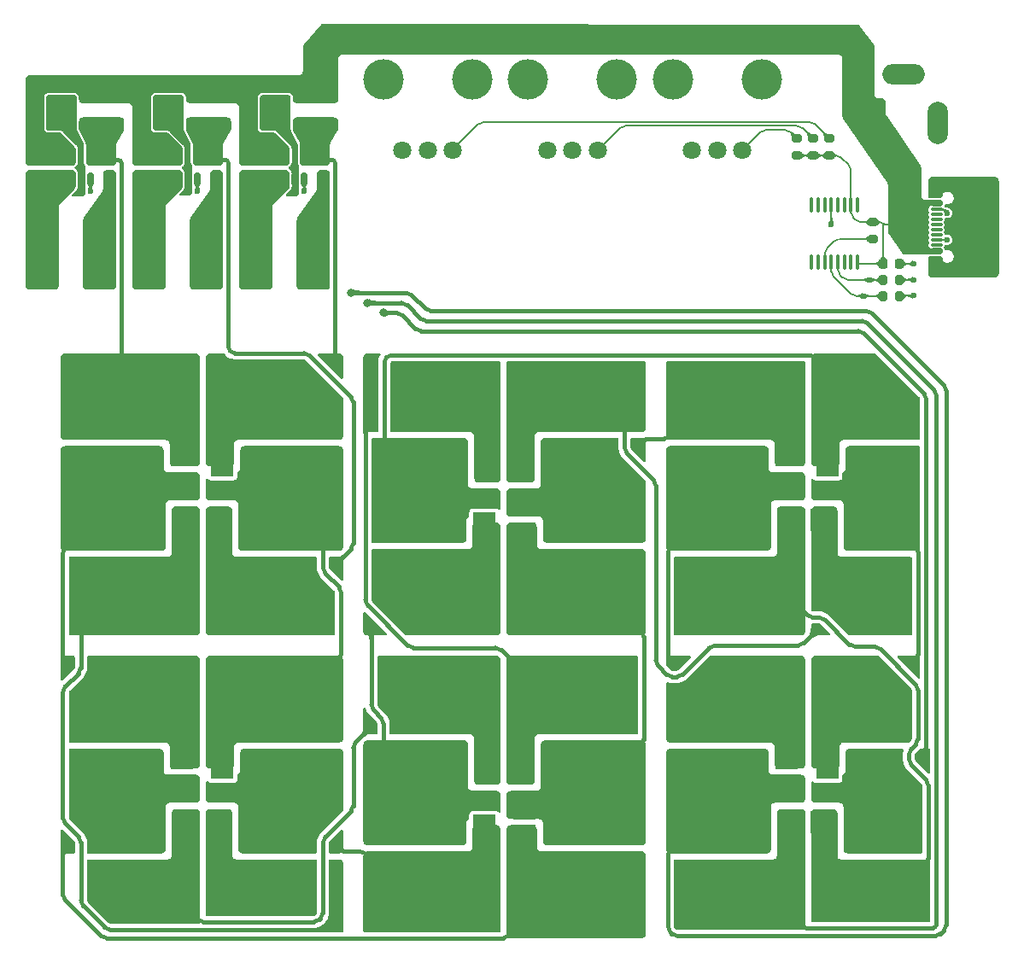
<source format=gtl>
G04 #@! TF.GenerationSoftware,KiCad,Pcbnew,8.0.4*
G04 #@! TF.CreationDate,2024-08-02T19:36:33-07:00*
G04 #@! TF.ProjectId,backlight,6261636b-6c69-4676-9874-2e6b69636164,rev?*
G04 #@! TF.SameCoordinates,Original*
G04 #@! TF.FileFunction,Copper,L1,Top*
G04 #@! TF.FilePolarity,Positive*
%FSLAX46Y46*%
G04 Gerber Fmt 4.6, Leading zero omitted, Abs format (unit mm)*
G04 Created by KiCad (PCBNEW 8.0.4) date 2024-08-02 19:36:33*
%MOMM*%
%LPD*%
G01*
G04 APERTURE LIST*
G04 Aperture macros list*
%AMRoundRect*
0 Rectangle with rounded corners*
0 $1 Rounding radius*
0 $2 $3 $4 $5 $6 $7 $8 $9 X,Y pos of 4 corners*
0 Add a 4 corners polygon primitive as box body*
4,1,4,$2,$3,$4,$5,$6,$7,$8,$9,$2,$3,0*
0 Add four circle primitives for the rounded corners*
1,1,$1+$1,$2,$3*
1,1,$1+$1,$4,$5*
1,1,$1+$1,$6,$7*
1,1,$1+$1,$8,$9*
0 Add four rect primitives between the rounded corners*
20,1,$1+$1,$2,$3,$4,$5,0*
20,1,$1+$1,$4,$5,$6,$7,0*
20,1,$1+$1,$6,$7,$8,$9,0*
20,1,$1+$1,$8,$9,$2,$3,0*%
G04 Aperture macros list end*
G04 #@! TA.AperFunction,WasherPad*
%ADD10C,4.000000*%
G04 #@! TD*
G04 #@! TA.AperFunction,ComponentPad*
%ADD11C,1.800000*%
G04 #@! TD*
G04 #@! TA.AperFunction,SMDPad,CuDef*
%ADD12RoundRect,0.150000X0.150000X-0.512500X0.150000X0.512500X-0.150000X0.512500X-0.150000X-0.512500X0*%
G04 #@! TD*
G04 #@! TA.AperFunction,SMDPad,CuDef*
%ADD13RoundRect,0.200000X0.275000X-0.200000X0.275000X0.200000X-0.275000X0.200000X-0.275000X-0.200000X0*%
G04 #@! TD*
G04 #@! TA.AperFunction,SMDPad,CuDef*
%ADD14RoundRect,0.250000X-0.325000X-1.100000X0.325000X-1.100000X0.325000X1.100000X-0.325000X1.100000X0*%
G04 #@! TD*
G04 #@! TA.AperFunction,SMDPad,CuDef*
%ADD15R,1.550000X2.200000*%
G04 #@! TD*
G04 #@! TA.AperFunction,SMDPad,CuDef*
%ADD16R,2.500000X2.200000*%
G04 #@! TD*
G04 #@! TA.AperFunction,SMDPad,CuDef*
%ADD17RoundRect,0.250000X-0.625000X0.312500X-0.625000X-0.312500X0.625000X-0.312500X0.625000X0.312500X0*%
G04 #@! TD*
G04 #@! TA.AperFunction,SMDPad,CuDef*
%ADD18RoundRect,0.225000X0.225000X0.250000X-0.225000X0.250000X-0.225000X-0.250000X0.225000X-0.250000X0*%
G04 #@! TD*
G04 #@! TA.AperFunction,SMDPad,CuDef*
%ADD19RoundRect,0.250000X-0.650000X1.000000X-0.650000X-1.000000X0.650000X-1.000000X0.650000X1.000000X0*%
G04 #@! TD*
G04 #@! TA.AperFunction,SMDPad,CuDef*
%ADD20RoundRect,0.225000X-0.250000X0.225000X-0.250000X-0.225000X0.250000X-0.225000X0.250000X0.225000X0*%
G04 #@! TD*
G04 #@! TA.AperFunction,SMDPad,CuDef*
%ADD21R,2.200000X1.550000*%
G04 #@! TD*
G04 #@! TA.AperFunction,SMDPad,CuDef*
%ADD22R,2.200000X2.500000*%
G04 #@! TD*
G04 #@! TA.AperFunction,SMDPad,CuDef*
%ADD23RoundRect,0.100000X-0.100000X0.637500X-0.100000X-0.637500X0.100000X-0.637500X0.100000X0.637500X0*%
G04 #@! TD*
G04 #@! TA.AperFunction,ComponentPad*
%ADD24O,1.800000X1.000000*%
G04 #@! TD*
G04 #@! TA.AperFunction,ComponentPad*
%ADD25O,2.100000X1.000000*%
G04 #@! TD*
G04 #@! TA.AperFunction,SMDPad,CuDef*
%ADD26RoundRect,0.150000X0.425000X-0.150000X0.425000X0.150000X-0.425000X0.150000X-0.425000X-0.150000X0*%
G04 #@! TD*
G04 #@! TA.AperFunction,SMDPad,CuDef*
%ADD27RoundRect,0.075000X0.500000X-0.075000X0.500000X0.075000X-0.500000X0.075000X-0.500000X-0.075000X0*%
G04 #@! TD*
G04 #@! TA.AperFunction,SMDPad,CuDef*
%ADD28RoundRect,0.200000X-0.275000X0.200000X-0.275000X-0.200000X0.275000X-0.200000X0.275000X0.200000X0*%
G04 #@! TD*
G04 #@! TA.AperFunction,SMDPad,CuDef*
%ADD29R,2.850000X6.600000*%
G04 #@! TD*
G04 #@! TA.AperFunction,ComponentPad*
%ADD30O,4.200000X2.000000*%
G04 #@! TD*
G04 #@! TA.AperFunction,ComponentPad*
%ADD31O,2.000000X4.200000*%
G04 #@! TD*
G04 #@! TA.AperFunction,ComponentPad*
%ADD32R,2.000000X4.600000*%
G04 #@! TD*
G04 #@! TA.AperFunction,SMDPad,CuDef*
%ADD33RoundRect,0.200000X-0.200000X-0.275000X0.200000X-0.275000X0.200000X0.275000X-0.200000X0.275000X0*%
G04 #@! TD*
G04 #@! TA.AperFunction,ViaPad*
%ADD34C,0.600000*%
G04 #@! TD*
G04 #@! TA.AperFunction,ViaPad*
%ADD35C,1.200000*%
G04 #@! TD*
G04 #@! TA.AperFunction,ViaPad*
%ADD36C,0.800000*%
G04 #@! TD*
G04 #@! TA.AperFunction,Conductor*
%ADD37C,0.200000*%
G04 #@! TD*
G04 #@! TA.AperFunction,Conductor*
%ADD38C,0.400000*%
G04 #@! TD*
G04 APERTURE END LIST*
D10*
X148667843Y-60870000D03*
X157467843Y-60870000D03*
D11*
X155567843Y-67870000D03*
X153067843Y-67870000D03*
X150567843Y-67870000D03*
D10*
X134317843Y-60870000D03*
X143117843Y-60870000D03*
D11*
X141217843Y-67870000D03*
X138717843Y-67870000D03*
X136217843Y-67870000D03*
D10*
X119967843Y-60870000D03*
X128767843Y-60870000D03*
D11*
X126867843Y-67870000D03*
X124367843Y-67870000D03*
X121867843Y-67870000D03*
D12*
X110250000Y-68462500D03*
X112150000Y-68462500D03*
X112150000Y-70737500D03*
X111200000Y-70737500D03*
X110250000Y-70737500D03*
D13*
X162600000Y-66725000D03*
X162600000Y-68375000D03*
D14*
X109625001Y-64000000D03*
X106674999Y-64000000D03*
D15*
X130875002Y-129500000D03*
D16*
X133450002Y-129500000D03*
D17*
X112089998Y-65462500D03*
X112089998Y-62537500D03*
X101500000Y-65462500D03*
X101500000Y-62537500D03*
D18*
X169550000Y-79125000D03*
X171100000Y-79125000D03*
D19*
X86200000Y-71645000D03*
X86200000Y-67645000D03*
D20*
X114000000Y-70375000D03*
X114000000Y-68825000D03*
X92800000Y-70375000D03*
X92800000Y-68825000D03*
D15*
X163125000Y-134500000D03*
D16*
X160550000Y-134500000D03*
D17*
X90900000Y-65362500D03*
X90900000Y-62437500D03*
D14*
X88425001Y-64000000D03*
X85474999Y-64000000D03*
D21*
X100000000Y-98475000D03*
D22*
X100000000Y-101050000D03*
D19*
X107400000Y-71645000D03*
X107400000Y-67645000D03*
X96800000Y-71645000D03*
X96800000Y-67645000D03*
D15*
X163125000Y-104500000D03*
D16*
X160550000Y-104500000D03*
D17*
X93200000Y-65362500D03*
X93200000Y-62437500D03*
D23*
X167000000Y-78987500D03*
X166350000Y-78987500D03*
X165700000Y-78987500D03*
X165050000Y-78987500D03*
X164400000Y-78987500D03*
X163750000Y-78987500D03*
X163100000Y-78987500D03*
X162450000Y-78987500D03*
X162450000Y-73262500D03*
X163100000Y-73262500D03*
X163750000Y-73262500D03*
X164400000Y-73262500D03*
X165050000Y-73262500D03*
X165700000Y-73262500D03*
X166350000Y-73262500D03*
X167000000Y-73262500D03*
D15*
X130875001Y-99499999D03*
D16*
X133450001Y-99499999D03*
D17*
X103800002Y-65462500D03*
X103800002Y-62537500D03*
D13*
X161000000Y-66725000D03*
X161000000Y-68375000D03*
D21*
X133999999Y-105524999D03*
D22*
X133999999Y-102949999D03*
D21*
X164000000Y-101525000D03*
D22*
X164000000Y-98950000D03*
D24*
X179575000Y-71180000D03*
D25*
X175395000Y-71180000D03*
D24*
X179575000Y-79820000D03*
D25*
X175395000Y-79820000D03*
D26*
X174820000Y-78700000D03*
X174820000Y-77900000D03*
D27*
X174820000Y-77250000D03*
X174820000Y-76250000D03*
X174820000Y-74750000D03*
X174820000Y-73750000D03*
D26*
X174820000Y-73100000D03*
X174820000Y-72300000D03*
X174820000Y-72300000D03*
X174820000Y-73100000D03*
D27*
X174820000Y-74250000D03*
X174820000Y-75250000D03*
X174820000Y-75750000D03*
X174820000Y-76750000D03*
D26*
X174820000Y-77900000D03*
X174820000Y-78700000D03*
D21*
X160000000Y-98475000D03*
D22*
X160000000Y-101050000D03*
D21*
X160000000Y-128475000D03*
D22*
X160000000Y-131050000D03*
D21*
X104000000Y-131525000D03*
D22*
X104000000Y-128950000D03*
D21*
X104000000Y-101525000D03*
D22*
X104000000Y-98950000D03*
D20*
X103400000Y-70375000D03*
X103400000Y-68825000D03*
D15*
X103125000Y-104500000D03*
D16*
X100550000Y-104500000D03*
D28*
X168525000Y-76650000D03*
X168525000Y-75000000D03*
D15*
X103125000Y-134500000D03*
D16*
X100550000Y-134500000D03*
D29*
X86175000Y-78200000D03*
X91825000Y-78200000D03*
D12*
X89050000Y-68462500D03*
X90950000Y-68462500D03*
X90950000Y-70737500D03*
X90000000Y-70737500D03*
X89050000Y-70737500D03*
D14*
X99025001Y-64000000D03*
X96074999Y-64000000D03*
D29*
X107375000Y-78200000D03*
X113025000Y-78200000D03*
D21*
X130000002Y-132475000D03*
D22*
X130000002Y-135050000D03*
D21*
X164000000Y-131525000D03*
D22*
X164000000Y-128950000D03*
D30*
X171550000Y-60350000D03*
D31*
X174950000Y-65150000D03*
D32*
X168650000Y-65150000D03*
D12*
X99650000Y-68462500D03*
X101550000Y-68462500D03*
X101550000Y-70737500D03*
X100600000Y-70737500D03*
X99650000Y-70737500D03*
D33*
X171150000Y-80725000D03*
X169500000Y-80725000D03*
D17*
X114400000Y-65462500D03*
X114400000Y-62537500D03*
D13*
X164200000Y-66725000D03*
X164200000Y-68375000D03*
D21*
X100000000Y-128475000D03*
D22*
X100000000Y-131050000D03*
D21*
X134000000Y-135525000D03*
D22*
X134000000Y-132950000D03*
D33*
X171150000Y-82325000D03*
X169500000Y-82325000D03*
D21*
X130000001Y-102474999D03*
D22*
X130000001Y-105049999D03*
D29*
X96775000Y-78200000D03*
X102425000Y-78200000D03*
D34*
X100600000Y-71950000D03*
X87150000Y-63000000D03*
X100600000Y-69550000D03*
X172600000Y-79100000D03*
X164400000Y-75200000D03*
X108350000Y-64000000D03*
X99700000Y-66050000D03*
X110300000Y-66100000D03*
X89100000Y-66100000D03*
X90000000Y-69600000D03*
X87150000Y-65000000D03*
X97750000Y-63950000D03*
X108350000Y-65000000D03*
X108350000Y-63000000D03*
X90000000Y-72000000D03*
X176900000Y-79200000D03*
X97750000Y-62950000D03*
X178200000Y-71800000D03*
X172600000Y-82300000D03*
X111200000Y-69600000D03*
X172600000Y-80700000D03*
X178200000Y-79200000D03*
X97750000Y-64950000D03*
X111200000Y-72000000D03*
X87150000Y-64000000D03*
X176900000Y-71800000D03*
D35*
X101000000Y-96000000D03*
X93000000Y-96000000D03*
X97000000Y-92000000D03*
X99000000Y-90000000D03*
X101000000Y-92000000D03*
X101000000Y-94000000D03*
X97000000Y-96000000D03*
X99000000Y-96000000D03*
X93000000Y-92000000D03*
X95000000Y-94000000D03*
X99000000Y-94000000D03*
X157000000Y-130500000D03*
X157000000Y-136500000D03*
X157000000Y-132500000D03*
D36*
X92800000Y-73200000D03*
D35*
X155000000Y-136500000D03*
X155000000Y-128500000D03*
D36*
X116800000Y-82000000D03*
D35*
X157000000Y-134500000D03*
X153000000Y-130500000D03*
X155000000Y-132500000D03*
X153000000Y-134500000D03*
X157000000Y-128500000D03*
X111000000Y-109000000D03*
X109000000Y-111000000D03*
X107000000Y-113000000D03*
X103000000Y-113000000D03*
X105000000Y-111000000D03*
X103000000Y-109000000D03*
X105000000Y-109000000D03*
X103000000Y-111000000D03*
X115200000Y-109000000D03*
X103000000Y-107500000D03*
X107000000Y-109000000D03*
X161000000Y-141000000D03*
X161000000Y-143000000D03*
X161000000Y-139000000D03*
D36*
X103400000Y-73200000D03*
D35*
X153000000Y-139000000D03*
D36*
X118400000Y-83000000D03*
D35*
X157000000Y-139000000D03*
X159000000Y-141000000D03*
X157000000Y-143000000D03*
X159000000Y-139000000D03*
X161000000Y-137000000D03*
X155000000Y-141000000D03*
X167000000Y-136500000D03*
X169000000Y-136500000D03*
D36*
X120000000Y-84000000D03*
D35*
X171000000Y-130500000D03*
X169000000Y-128500000D03*
X169000000Y-132500000D03*
D36*
X114000000Y-73200000D03*
D35*
X167000000Y-134500000D03*
X167000000Y-132500000D03*
X173400000Y-128000000D03*
X167000000Y-130500000D03*
X167000000Y-128500000D03*
X171000000Y-134500000D03*
X105000000Y-94000000D03*
X103000000Y-96000000D03*
X105000000Y-90000000D03*
X103000000Y-92000000D03*
X105000000Y-96000000D03*
X109000000Y-94000000D03*
X103000000Y-94000000D03*
X111000000Y-92000000D03*
X107000000Y-92000000D03*
X111000000Y-96000000D03*
X115200000Y-88800000D03*
X107000000Y-96000000D03*
X93000000Y-104500000D03*
X88800000Y-118800000D03*
X101000000Y-122000000D03*
X99000000Y-124000000D03*
X97000000Y-106500000D03*
X99000000Y-120000000D03*
X97000000Y-126000000D03*
X93000000Y-100500000D03*
X99000000Y-126000000D03*
X97000000Y-122000000D03*
X97000000Y-100500000D03*
X97000000Y-104500000D03*
X101000000Y-124000000D03*
X95000000Y-124000000D03*
X95000000Y-106500000D03*
X93000000Y-126000000D03*
X93000000Y-122000000D03*
X97000000Y-102500000D03*
X95000000Y-98500000D03*
X101000000Y-126000000D03*
X95000000Y-102500000D03*
X97000000Y-98500000D03*
X133000001Y-140000001D03*
X137000001Y-142000001D03*
X97000000Y-134500000D03*
X135000001Y-140000001D03*
X95000000Y-136500000D03*
X133000001Y-142000001D03*
X97000000Y-136500000D03*
X93000000Y-134500000D03*
X88800000Y-136800000D03*
X95000000Y-132500000D03*
X95000000Y-128500000D03*
X133000001Y-138000001D03*
X97000000Y-128500000D03*
X141000001Y-142000001D03*
X93000000Y-130500000D03*
X97000000Y-132500000D03*
X97000000Y-130500000D03*
X139000001Y-140000001D03*
X135000001Y-144000001D03*
X141000001Y-138000000D03*
X137000001Y-138000001D03*
X135000002Y-138000000D03*
X135000001Y-107999999D03*
X139000001Y-131500001D03*
X133000000Y-112000000D03*
X137000000Y-108000000D03*
X141000000Y-112000000D03*
X137000002Y-135500001D03*
X135000000Y-110000000D03*
X137000001Y-133500001D03*
X139000000Y-110000000D03*
X141000001Y-133500001D03*
X133000000Y-108000000D03*
X133000000Y-110000000D03*
X137000002Y-131500001D03*
X137000001Y-129500001D03*
X137000000Y-112000000D03*
X139000001Y-127500001D03*
X139000001Y-135500001D03*
X137000001Y-127500002D03*
X135000000Y-114000000D03*
X141000000Y-107999999D03*
X141000001Y-129500002D03*
X161000000Y-94000000D03*
X137000001Y-101500000D03*
X161000000Y-92000000D03*
X137000000Y-103500000D03*
X141000000Y-103500000D03*
X139000000Y-105500000D03*
X157000000Y-96000000D03*
X139000000Y-101500000D03*
X137000000Y-99500000D03*
X159000000Y-96000000D03*
X137000000Y-97500001D03*
X153000000Y-96000000D03*
X159000000Y-90000000D03*
X153000000Y-92000000D03*
X141000000Y-99500001D03*
X159000000Y-94000000D03*
X145200000Y-97200000D03*
X139000000Y-97500000D03*
X157000000Y-92000000D03*
X161000000Y-96000000D03*
X137000001Y-105500000D03*
X155000000Y-94000000D03*
X157000000Y-106500000D03*
X153000000Y-104500000D03*
X155000000Y-102500000D03*
X161000000Y-124000000D03*
X153000000Y-126000000D03*
X153000000Y-100500000D03*
X157000000Y-102500000D03*
X155000000Y-106500000D03*
X159000000Y-120000000D03*
X157000000Y-104500000D03*
X153000000Y-122000000D03*
X155000000Y-124000000D03*
X155000000Y-98500000D03*
X157000000Y-126000000D03*
X161000000Y-126000000D03*
X159000000Y-124000000D03*
X157000000Y-122000000D03*
X159000000Y-126000000D03*
X157000000Y-98500000D03*
X148800000Y-118800000D03*
X157000000Y-100500000D03*
X161000000Y-122000000D03*
X101000000Y-109000000D03*
X105000000Y-141000000D03*
X101000000Y-111000000D03*
X107000000Y-139000000D03*
X99000000Y-111000000D03*
X101000000Y-107500000D03*
X103000000Y-141000000D03*
X107000000Y-143000000D03*
X99000000Y-109000000D03*
X111000000Y-139000000D03*
X105000000Y-139000000D03*
X115200000Y-144600000D03*
X93000000Y-109000000D03*
X103000000Y-139000000D03*
X97000000Y-113000000D03*
X95000000Y-111000000D03*
X103000000Y-137500000D03*
X101000000Y-113000000D03*
X109000000Y-141000000D03*
X103000000Y-143000000D03*
X97000000Y-109000000D03*
X129000000Y-125000000D03*
X101000000Y-137500000D03*
X131000000Y-127000000D03*
X118800000Y-125000000D03*
X101000000Y-143000000D03*
X97000000Y-143000000D03*
X99000000Y-141000000D03*
X99000000Y-139000000D03*
X97000000Y-139000000D03*
X131000002Y-125000000D03*
X131000000Y-123000000D03*
X101000000Y-139000000D03*
X101000000Y-141000000D03*
X131000001Y-121000001D03*
X93000000Y-139000000D03*
X129000001Y-123000000D03*
X127000001Y-121000001D03*
X95000000Y-141000000D03*
X123000001Y-125000000D03*
X125000001Y-123000000D03*
X127000001Y-125000000D03*
X131000001Y-94999999D03*
X130999999Y-92999999D03*
X125000000Y-92999999D03*
X118800000Y-95000000D03*
X133000000Y-125000000D03*
X131000000Y-91000000D03*
X127000000Y-94999999D03*
X133000002Y-123000000D03*
X135000001Y-123000000D03*
X133000001Y-121000000D03*
X129000000Y-92999999D03*
X135000002Y-125000000D03*
X123000000Y-94999999D03*
X137000001Y-121000000D03*
X141000001Y-125000000D03*
X127000000Y-91000000D03*
X133000002Y-127000000D03*
X137000001Y-125000000D03*
X128999999Y-94999999D03*
X139000001Y-123000000D03*
X130999999Y-96999999D03*
X135000001Y-94999999D03*
X163000000Y-111000000D03*
X163000000Y-107500000D03*
X163000000Y-115400000D03*
X133000001Y-92999999D03*
X133000001Y-96999999D03*
X163000000Y-113000000D03*
X133000000Y-90999999D03*
X167000000Y-109000000D03*
X165000000Y-111000000D03*
X163000000Y-109000000D03*
X169000000Y-111000000D03*
X137000000Y-94999999D03*
X165000000Y-109000000D03*
X132999999Y-94999999D03*
X135000000Y-92999999D03*
X139000000Y-92999999D03*
X167000000Y-113000000D03*
X171000000Y-109000000D03*
X141000000Y-94999999D03*
X137000000Y-90999999D03*
X157000000Y-113000000D03*
X171000000Y-139000000D03*
X155000000Y-111000000D03*
X167000000Y-139000000D03*
X159000000Y-109000000D03*
X161000000Y-109000000D03*
X163000000Y-143000000D03*
X161000000Y-107500000D03*
X165000000Y-141000000D03*
X157000000Y-109000000D03*
X161000000Y-113000000D03*
X169000000Y-141000000D03*
X163000000Y-139000000D03*
X165000000Y-139000000D03*
X163000000Y-137000000D03*
X161000000Y-111000000D03*
X153000000Y-109000000D03*
X163000000Y-141000000D03*
X159000000Y-111000000D03*
X167000000Y-143000000D03*
X107000000Y-102500000D03*
X111000000Y-100500000D03*
X107000000Y-100500000D03*
X109000000Y-98500000D03*
X107000000Y-106500000D03*
X103000000Y-122000000D03*
X111000000Y-126000000D03*
X105000000Y-124000000D03*
X109000000Y-124000000D03*
X103000000Y-126000000D03*
X109000000Y-102500000D03*
X107000000Y-104500000D03*
X109000000Y-106500000D03*
X103000000Y-124000000D03*
X107000000Y-122000000D03*
X111000000Y-122000000D03*
X105000000Y-126000000D03*
X107000000Y-126000000D03*
X105000000Y-120000000D03*
X107000000Y-98500000D03*
X111000000Y-104500000D03*
X107000000Y-130500000D03*
X127000001Y-138000001D03*
X129000000Y-138000000D03*
X107000000Y-128500000D03*
X131000001Y-138000001D03*
X129000001Y-144000001D03*
X123000001Y-142000001D03*
X127000001Y-142000001D03*
X115200000Y-136800000D03*
X123000001Y-138000001D03*
X131000001Y-142000001D03*
X109000000Y-132500000D03*
X111000000Y-134500000D03*
X129000001Y-140000001D03*
X111000000Y-130500000D03*
X125000001Y-140000001D03*
X109000000Y-136500000D03*
X107000000Y-136500000D03*
X107000000Y-132500000D03*
X131000001Y-140000001D03*
X107000000Y-134500000D03*
X109000000Y-128500000D03*
X127000001Y-129500002D03*
X125000001Y-135500001D03*
X127000000Y-108000000D03*
X129000000Y-110000000D03*
X127000001Y-133500001D03*
X129000000Y-114000000D03*
X125000001Y-127500001D03*
X123000001Y-133500001D03*
X131000000Y-108000000D03*
X123000000Y-112000000D03*
X131000000Y-110000000D03*
X125000001Y-131500001D03*
X128999999Y-107999999D03*
X123000001Y-129500001D03*
X125000000Y-110000000D03*
X131000000Y-112000000D03*
X127000000Y-135500001D03*
X123000000Y-108000000D03*
X127000000Y-131500001D03*
X127000000Y-112000000D03*
X127000001Y-127500002D03*
X118800000Y-115200000D03*
X126999999Y-101500000D03*
X127000000Y-99500001D03*
X171000000Y-92000000D03*
X163000000Y-94000000D03*
X163000000Y-96000000D03*
X163000000Y-92000000D03*
X127000000Y-97500001D03*
X127000000Y-103500000D03*
X165000000Y-94000000D03*
X123000000Y-103500000D03*
X125000000Y-101500000D03*
X171000000Y-96000000D03*
X125000000Y-105500000D03*
X169000000Y-94000000D03*
X165000000Y-96000000D03*
X125000000Y-97500000D03*
X123000000Y-99500000D03*
X167000000Y-92000000D03*
X167000000Y-96000000D03*
X165000000Y-90000000D03*
X126999999Y-105500000D03*
X165000000Y-126000000D03*
X167000000Y-122000000D03*
X167000000Y-126000000D03*
X163000000Y-126000000D03*
X163000000Y-124000000D03*
X169000000Y-98500000D03*
X167000000Y-100500000D03*
X163000000Y-122000000D03*
X172400000Y-106800000D03*
X172400000Y-118800000D03*
X171000000Y-126000000D03*
X167000000Y-104500000D03*
X167000000Y-106500000D03*
X167000000Y-102500000D03*
X165000000Y-120000000D03*
X171000000Y-122000000D03*
X171000000Y-100500000D03*
X169000000Y-106500000D03*
X165000000Y-124000000D03*
X167000000Y-98500000D03*
X169000000Y-102500000D03*
X171000000Y-104500000D03*
X169000000Y-124000000D03*
D34*
X168200000Y-80725000D03*
X175900000Y-76750000D03*
X167600000Y-82325000D03*
X175900000Y-74100000D03*
X90950000Y-71900000D03*
X101550000Y-71900000D03*
X112150000Y-71900000D03*
D37*
X164200000Y-68375000D02*
X162600000Y-68375000D01*
X167192049Y-79100000D02*
X169507322Y-79100000D01*
X168525000Y-75000000D02*
X167338092Y-75000000D01*
X165414067Y-68614067D02*
X166110932Y-69310932D01*
X166350000Y-74011907D02*
X166350000Y-73262500D01*
X169550000Y-79107322D02*
X169550000Y-75341421D01*
X169208578Y-75000000D02*
X168525000Y-75000000D01*
X166350000Y-69888092D02*
X166350000Y-73262500D01*
X167056250Y-79043750D02*
X167000000Y-78987500D01*
X169691421Y-75200000D02*
X170100000Y-75200000D01*
X166589067Y-74589067D02*
X166760932Y-74760932D01*
X162600000Y-68375000D02*
X161000000Y-68375000D01*
X164836907Y-68375000D02*
X164200000Y-68375000D01*
X165414067Y-68614067D02*
G75*
G03*
X164836907Y-68374987I-577167J-577133D01*
G01*
X169537500Y-79112500D02*
G75*
G03*
X169507322Y-79099991I-30200J-30200D01*
G01*
X169550000Y-75341421D02*
G75*
G03*
X169450006Y-75099994I-341400J21D01*
G01*
X169691421Y-75200000D02*
G75*
G03*
X169550000Y-75341421I-21J-141400D01*
G01*
X166760932Y-74760932D02*
G75*
G03*
X167338092Y-75000013I577168J577132D01*
G01*
X166110932Y-69310932D02*
G75*
G02*
X166350013Y-69888092I-577132J-577168D01*
G01*
X169537500Y-79112500D02*
G75*
G03*
X169550054Y-79107322I5200J5200D01*
G01*
X169450000Y-75100000D02*
G75*
G03*
X169691421Y-75199991I241400J241400D01*
G01*
X167056250Y-79043750D02*
G75*
G03*
X167192049Y-79099979I135750J135750D01*
G01*
X169450000Y-75100000D02*
G75*
G03*
X169208578Y-75000009I-241400J-241400D01*
G01*
X166350000Y-74011907D02*
G75*
G03*
X166589076Y-74589058I816200J7D01*
G01*
X171162500Y-80712500D02*
X171150000Y-80725000D01*
X172557322Y-79125000D02*
X171100000Y-79125000D01*
X164400000Y-75200000D02*
X164400000Y-73262500D01*
X172600000Y-79100000D02*
X172587500Y-79112500D01*
X171192677Y-80700000D02*
X172600000Y-80700000D01*
X171162500Y-82312500D02*
X171150000Y-82325000D01*
X172600000Y-82300000D02*
X171192677Y-82300000D01*
X171192677Y-80700000D02*
G75*
G03*
X171162507Y-80712507I23J-42700D01*
G01*
X171192677Y-82300000D02*
G75*
G03*
X171162507Y-82312507I23J-42700D01*
G01*
X172587500Y-79112500D02*
G75*
G02*
X172557322Y-79125009I-30200J30200D01*
G01*
D38*
X93701256Y-68825000D02*
X92800000Y-68825000D01*
X94000000Y-69123743D02*
X94000000Y-88500000D01*
X93912500Y-68912500D02*
G75*
G03*
X93701256Y-68825018I-211200J-211200D01*
G01*
X93912500Y-68912500D02*
G75*
G02*
X93999982Y-69123743I-211200J-211200D01*
G01*
X175800000Y-91738092D02*
X175800000Y-144661907D01*
X148439067Y-137160932D02*
X148800000Y-136800000D01*
X148200000Y-137738092D02*
X148200000Y-144861907D01*
X148439067Y-145439067D02*
X148560932Y-145560932D01*
X175239067Y-145560931D02*
X175560932Y-145239067D01*
X124110932Y-83560932D02*
X122789067Y-82239067D01*
X174661907Y-145800000D02*
X149138092Y-145800000D01*
X167861907Y-83800000D02*
X124688092Y-83800000D01*
X175560932Y-91160932D02*
X168439067Y-84039067D01*
X116800000Y-82000000D02*
X122211907Y-82000000D01*
X148560932Y-145560932D02*
G75*
G03*
X149138092Y-145800013I577168J577132D01*
G01*
X168439067Y-84039067D02*
G75*
G03*
X167861907Y-83799987I-577167J-577133D01*
G01*
X175800000Y-144661907D02*
G75*
G02*
X175560923Y-145239058I-816200J7D01*
G01*
X148200000Y-144861907D02*
G75*
G03*
X148439076Y-145439058I816200J7D01*
G01*
X175239067Y-145560931D02*
G75*
G02*
X174661907Y-145800012I-577167J577131D01*
G01*
X148439067Y-137160932D02*
G75*
G03*
X148199986Y-137738092I577133J-577168D01*
G01*
X175560932Y-91160932D02*
G75*
G02*
X175800013Y-91738092I-577132J-577168D01*
G01*
X124110932Y-83560932D02*
G75*
G03*
X124688092Y-83800013I577168J577132D01*
G01*
X122789067Y-82239067D02*
G75*
G03*
X122211907Y-81999987I-577167J-577133D01*
G01*
X116760932Y-92310932D02*
X112689067Y-88239067D01*
X104301256Y-68825000D02*
X103400000Y-68825000D01*
X104600000Y-69123743D02*
X104600000Y-87317157D01*
X115200000Y-109000000D02*
X116760932Y-107439067D01*
X117000000Y-92888092D02*
X117000000Y-106861907D01*
X112111907Y-88000000D02*
X105282842Y-88000000D01*
X104800000Y-87800000D02*
G75*
G03*
X105282842Y-87999982I482800J482800D01*
G01*
X104512500Y-68912500D02*
G75*
G03*
X104301256Y-68825018I-211200J-211200D01*
G01*
X112689067Y-88239067D02*
G75*
G03*
X112111907Y-87999987I-577167J-577133D01*
G01*
X104512500Y-68912500D02*
G75*
G02*
X104599982Y-69123743I-211200J-211200D01*
G01*
X104600000Y-87317157D02*
G75*
G03*
X104799987Y-87800013I682800J-43D01*
G01*
X116760932Y-92310932D02*
G75*
G02*
X117000013Y-92888092I-577132J-577168D01*
G01*
X117000000Y-106861907D02*
G75*
G02*
X116760923Y-107439058I-816200J7D01*
G01*
X168039067Y-85039067D02*
X174560932Y-91560932D01*
X161360932Y-144760932D02*
X161000000Y-144400000D01*
X174800000Y-144658578D02*
X174800000Y-92138092D01*
X118400000Y-83000000D02*
X121761907Y-83000000D01*
X122339067Y-83239067D02*
X123660932Y-84560932D01*
X174458578Y-145000000D02*
X161938092Y-145000000D01*
X167461907Y-84800000D02*
X124238092Y-84800000D01*
X122339067Y-83239067D02*
G75*
G03*
X121761907Y-82999987I-577167J-577133D01*
G01*
X174560932Y-91560932D02*
G75*
G02*
X174800013Y-92138092I-577132J-577168D01*
G01*
X161360932Y-144760932D02*
G75*
G03*
X161938092Y-145000013I577168J577132D01*
G01*
X174800000Y-144658578D02*
G75*
G02*
X174700006Y-144900006I-341400J-22D01*
G01*
X123660932Y-84560932D02*
G75*
G03*
X124238092Y-84800013I577168J577132D01*
G01*
X168039067Y-85039067D02*
G75*
G03*
X167461907Y-84799987I-577167J-577133D01*
G01*
X174700000Y-144900000D02*
G75*
G02*
X174458578Y-144999991I-241400J241400D01*
G01*
X121261907Y-84000000D02*
X120000000Y-84000000D01*
X123160932Y-85560932D02*
X121839067Y-84239067D01*
X173400000Y-128000000D02*
X173600000Y-127800000D01*
X173800000Y-92538092D02*
X173800000Y-127317157D01*
X123738092Y-85800000D02*
X167061907Y-85800000D01*
X173560932Y-91960932D02*
X167639067Y-86039067D01*
X173800000Y-127317157D02*
G75*
G02*
X173600033Y-127800033I-682900J-43D01*
G01*
X173560932Y-91960932D02*
G75*
G02*
X173800013Y-92538092I-577132J-577168D01*
G01*
X123160932Y-85560932D02*
G75*
G03*
X123738092Y-85800013I577168J577132D01*
G01*
X121839067Y-84239067D02*
G75*
G03*
X121261907Y-83999987I-577167J-577133D01*
G01*
X167639067Y-86039067D02*
G75*
G03*
X167061907Y-85799987I-577167J-577133D01*
G01*
X115200000Y-88800000D02*
X115200000Y-69123743D01*
X114901256Y-68825000D02*
X114000000Y-68825000D01*
X115112500Y-68912500D02*
G75*
G03*
X114901256Y-68825018I-211200J-211200D01*
G01*
X115112500Y-68912500D02*
G75*
G02*
X115199982Y-69123743I-211200J-211200D01*
G01*
X88800000Y-118800000D02*
X88439067Y-118439067D01*
X88200000Y-117861907D02*
X88200000Y-107838092D01*
X88439067Y-107260932D02*
X91700000Y-104000000D01*
X88439067Y-107260932D02*
G75*
G03*
X88199986Y-107838092I577133J-577168D01*
G01*
X88200000Y-117861907D02*
G75*
G03*
X88439076Y-118439058I816200J7D01*
G01*
X88200000Y-137738092D02*
X88200000Y-141661907D01*
X88800000Y-136800000D02*
X88439067Y-137160932D01*
X92538092Y-146000000D02*
X131861907Y-146000000D01*
X132439067Y-145760932D02*
X133000000Y-145200000D01*
X91960932Y-145760932D02*
X88439067Y-142239067D01*
X88439067Y-137160932D02*
G75*
G03*
X88199986Y-137738092I577133J-577168D01*
G01*
X132439067Y-145760932D02*
G75*
G02*
X131861907Y-146000013I-577167J577132D01*
G01*
X91960932Y-145760932D02*
G75*
G03*
X92538092Y-146000013I577168J577132D01*
G01*
X88200000Y-141661907D02*
G75*
G03*
X88439076Y-142239058I816200J7D01*
G01*
X145560932Y-115560932D02*
X145200000Y-115200000D01*
X145800000Y-116138092D02*
X145800000Y-126261907D01*
X145560932Y-126839067D02*
X145200000Y-127200000D01*
X145560932Y-115560932D02*
G75*
G02*
X145800013Y-116138092I-577132J-577168D01*
G01*
X145800000Y-126261907D02*
G75*
G02*
X145560923Y-126839058I-816200J7D01*
G01*
X146238092Y-96500000D02*
X147761907Y-96500000D01*
X145660932Y-96739067D02*
X145200000Y-97200000D01*
X148339067Y-96260932D02*
X148600000Y-96000000D01*
X148339067Y-96260932D02*
G75*
G02*
X147761907Y-96500013I-577167J577132D01*
G01*
X146238092Y-96500000D02*
G75*
G03*
X145660942Y-96739077I8J-816200D01*
G01*
X148439067Y-118439067D02*
X148800000Y-118800000D01*
X148439067Y-107160932D02*
X148800000Y-106800000D01*
X148200000Y-107738092D02*
X148200000Y-117861907D01*
X148439067Y-107160932D02*
G75*
G03*
X148199986Y-107738092I577133J-577168D01*
G01*
X148200000Y-117861907D02*
G75*
G03*
X148439076Y-118439058I816200J7D01*
G01*
X88439067Y-134631960D02*
X89760932Y-135953825D01*
X90000000Y-119161907D02*
X90000000Y-115100000D01*
X88200000Y-134054800D02*
X88200000Y-121638092D01*
X89760932Y-119739067D02*
X88439067Y-121060932D01*
X114261907Y-145200000D02*
X92938092Y-145200000D01*
X90000000Y-136530985D02*
X90000000Y-142261907D01*
X114839067Y-144960932D02*
X115200000Y-144600000D01*
X92360932Y-144960932D02*
X90239067Y-142839067D01*
X90000000Y-119161907D02*
G75*
G02*
X89760923Y-119739058I-816200J7D01*
G01*
X88200000Y-134054800D02*
G75*
G03*
X88439073Y-134631954I816200J0D01*
G01*
X114839067Y-144960932D02*
G75*
G02*
X114261907Y-145200013I-577167J577132D01*
G01*
X89760932Y-135953825D02*
G75*
G02*
X90000018Y-136530985I-577132J-577175D01*
G01*
X92360932Y-144960932D02*
G75*
G03*
X92938092Y-145200013I577168J577132D01*
G01*
X90000000Y-142261907D02*
G75*
G03*
X90239076Y-142839058I816200J7D01*
G01*
X88439067Y-121060932D02*
G75*
G03*
X88199986Y-121638092I577133J-577168D01*
G01*
X102138092Y-144400000D02*
X113061907Y-144400000D01*
X101560932Y-144160932D02*
X101212132Y-143812132D01*
X117000000Y-127138092D02*
X117000000Y-132861907D01*
X116760932Y-133439067D02*
X114239067Y-135960932D01*
X118800000Y-125000000D02*
X117239067Y-126560932D01*
X114000000Y-143461907D02*
X114000000Y-136538092D01*
X101000000Y-143000000D02*
X101000000Y-143300000D01*
X113760931Y-144039067D02*
X113639067Y-144160932D01*
X117000000Y-132861907D02*
G75*
G02*
X116760923Y-133439058I-816200J7D01*
G01*
X114239067Y-135960932D02*
G75*
G03*
X113999986Y-136538092I577133J-577168D01*
G01*
X101000000Y-143300000D02*
G75*
G03*
X101212125Y-143812139I724300J0D01*
G01*
X101560932Y-144160932D02*
G75*
G03*
X102138092Y-144400013I577168J577132D01*
G01*
X114000000Y-143461907D02*
G75*
G02*
X113760923Y-144039059I-816200J7D01*
G01*
X113639067Y-144160932D02*
G75*
G02*
X113061907Y-144400013I-577167J577132D01*
G01*
X117239067Y-126560932D02*
G75*
G03*
X116999986Y-127138092I577133J-577168D01*
G01*
X118200000Y-95938092D02*
X118200000Y-112461907D01*
X122938092Y-117200000D02*
X131061907Y-117200000D01*
X118800000Y-95000000D02*
X118439067Y-95360932D01*
X131639067Y-117439067D02*
X133000000Y-118800000D01*
X122360932Y-116960932D02*
X118439067Y-113039067D01*
X118200000Y-112461907D02*
G75*
G03*
X118439076Y-113039058I816200J7D01*
G01*
X122360932Y-116960932D02*
G75*
G03*
X122938092Y-117200013I577168J577132D01*
G01*
X118439067Y-95360932D02*
G75*
G03*
X118199986Y-95938092I577133J-577168D01*
G01*
X131639067Y-117439067D02*
G75*
G03*
X131061907Y-117199987I-577167J-577133D01*
G01*
X147000000Y-118461907D02*
X147000000Y-101138092D01*
X163000000Y-115400000D02*
X161639067Y-116760932D01*
X149639067Y-119860932D02*
X152260932Y-117239067D01*
X143900000Y-97361907D02*
X143900000Y-95000000D01*
X147239067Y-119039067D02*
X148060932Y-119860932D01*
X161061907Y-117000000D02*
X152838092Y-117000000D01*
X149061907Y-120100000D02*
X148638092Y-120100000D01*
X144139067Y-97939067D02*
X146760932Y-100560932D01*
X141000000Y-94999999D02*
X141000000Y-95414214D01*
X148060932Y-119860932D02*
G75*
G03*
X148638092Y-120100013I577168J577132D01*
G01*
X143900000Y-97361907D02*
G75*
G03*
X144139076Y-97939058I816200J7D01*
G01*
X161639067Y-116760932D02*
G75*
G02*
X161061907Y-117000013I-577167J577132D01*
G01*
X146760932Y-100560932D02*
G75*
G02*
X147000013Y-101138092I-577132J-577168D01*
G01*
X152838092Y-117000000D02*
G75*
G03*
X152260942Y-117239077I8J-816200D01*
G01*
X149639067Y-119860932D02*
G75*
G02*
X149061907Y-120100013I-577167J577132D01*
G01*
X147000000Y-118461907D02*
G75*
G03*
X147239076Y-119039058I816200J7D01*
G01*
X172100000Y-127780985D02*
X172100000Y-128261907D01*
X163746174Y-114439067D02*
X166168039Y-116860932D01*
X169239067Y-117339067D02*
X172760932Y-120860932D01*
X174000000Y-130838092D02*
X174000000Y-138087867D01*
X173850000Y-138450000D02*
X173700000Y-138600000D01*
X161960932Y-113960932D02*
X161000000Y-113000000D01*
X173760932Y-130260932D02*
X172339067Y-128839067D01*
X163169014Y-114200000D02*
X162538092Y-114200000D01*
X173000000Y-121438092D02*
X173000000Y-126204800D01*
X168661907Y-117100000D02*
X166745199Y-117100000D01*
X172339067Y-127203824D02*
X172760932Y-126781960D01*
X172339067Y-127203824D02*
G75*
G03*
X172099980Y-127780985I577133J-577176D01*
G01*
X173760932Y-130260932D02*
G75*
G02*
X174000013Y-130838092I-577132J-577168D01*
G01*
X166168039Y-116860932D02*
G75*
G03*
X166745199Y-117100008I577161J577132D01*
G01*
X174000000Y-138087867D02*
G75*
G02*
X173850009Y-138450009I-512100J-33D01*
G01*
X173000000Y-126204800D02*
G75*
G02*
X172760927Y-126781955I-816200J0D01*
G01*
X163746174Y-114439067D02*
G75*
G03*
X163169014Y-114199982I-577174J-577133D01*
G01*
X169239067Y-117339067D02*
G75*
G03*
X168661907Y-117099987I-577167J-577133D01*
G01*
X161960932Y-113960932D02*
G75*
G03*
X162538092Y-114200013I577168J577132D01*
G01*
X172100000Y-128261907D02*
G75*
G03*
X172339076Y-128839058I816200J7D01*
G01*
X172760932Y-120860932D02*
G75*
G02*
X173000013Y-121438092I-577132J-577168D01*
G01*
X115560932Y-118439067D02*
X115200000Y-118800000D01*
X114239067Y-109839067D02*
X115560932Y-111160932D01*
X115800000Y-117861907D02*
X115800000Y-111738092D01*
X114000000Y-109261907D02*
X114000000Y-106800000D01*
X115560932Y-111160932D02*
G75*
G02*
X115800013Y-111738092I-577132J-577168D01*
G01*
X114000000Y-109261907D02*
G75*
G03*
X114239076Y-109839058I816200J7D01*
G01*
X115800000Y-117861907D02*
G75*
G02*
X115560923Y-118439058I-816200J7D01*
G01*
X115560932Y-137160932D02*
X115200000Y-136800000D01*
X117661907Y-137400000D02*
X116138092Y-137400000D01*
X118239067Y-137639067D02*
X118800000Y-138200000D01*
X115560932Y-137160932D02*
G75*
G03*
X116138092Y-137400013I577168J577132D01*
G01*
X118239067Y-137639067D02*
G75*
G03*
X117661907Y-137399987I-577167J-577133D01*
G01*
X120000000Y-124738092D02*
X120000000Y-127200000D01*
X118800000Y-115200000D02*
X118800000Y-122861907D01*
X119760932Y-124160932D02*
X119039067Y-123439067D01*
X119760932Y-124160932D02*
G75*
G02*
X120000013Y-124738092I-577132J-577168D01*
G01*
X118800000Y-122861907D02*
G75*
G03*
X119039076Y-123439058I816200J7D01*
G01*
X162800000Y-88400000D02*
X163000000Y-88600000D01*
X120100000Y-88882842D02*
X120100000Y-97200000D01*
X162317157Y-88200000D02*
X120782842Y-88200000D01*
X120782842Y-88200000D02*
G75*
G03*
X120299987Y-88399987I-42J-682800D01*
G01*
X120300000Y-88400000D02*
G75*
G03*
X120100018Y-88882842I482800J-482800D01*
G01*
X162800000Y-88400000D02*
G75*
G03*
X162317157Y-88200018I-482800J-482800D01*
G01*
X172760932Y-107160932D02*
X172400000Y-106800000D01*
X173000000Y-117861907D02*
X173000000Y-107738092D01*
X172400000Y-118800000D02*
X172760932Y-118439067D01*
X173000000Y-117861907D02*
G75*
G02*
X172760923Y-118439058I-816200J7D01*
G01*
X172760932Y-107160932D02*
G75*
G02*
X173000013Y-107738092I-577132J-577168D01*
G01*
D37*
X168200000Y-80725000D02*
X169500000Y-80725000D01*
X165050000Y-79711907D02*
X165050000Y-78987500D01*
X165289067Y-80289067D02*
X165485932Y-80485932D01*
X168200000Y-80725000D02*
X166063092Y-80725000D01*
X175900000Y-76750000D02*
X174820000Y-76750000D01*
X165485932Y-80485932D02*
G75*
G03*
X166063092Y-80725013I577168J577132D01*
G01*
X165050000Y-79711907D02*
G75*
G03*
X165289076Y-80289058I816200J7D01*
G01*
X167600000Y-82325000D02*
X169500000Y-82325000D01*
X164400000Y-79861907D02*
X164400000Y-78987500D01*
X167600000Y-82325000D02*
X166863092Y-82325000D01*
X175900000Y-74100000D02*
X175725000Y-73925000D01*
X164639067Y-80439067D02*
X166285932Y-82085932D01*
X175302512Y-73750000D02*
X174820000Y-73750000D01*
X164400000Y-79861907D02*
G75*
G03*
X164639076Y-80439058I816200J7D01*
G01*
X175725000Y-73925000D02*
G75*
G03*
X175302512Y-73749995I-422500J-422500D01*
G01*
X166285932Y-82085932D02*
G75*
G03*
X166863092Y-82325013I577168J577132D01*
G01*
X129988092Y-65050000D02*
X162186907Y-65050000D01*
X126867843Y-67851078D02*
X126867843Y-67870000D01*
X129410932Y-65289067D02*
X126881222Y-67818777D01*
X162764067Y-65289067D02*
X164200000Y-66725000D01*
X126881222Y-67818777D02*
G75*
G03*
X126867820Y-67851078I32278J-32323D01*
G01*
X129988092Y-65050000D02*
G75*
G03*
X129410942Y-65289077I8J-816200D01*
G01*
X162764067Y-65289067D02*
G75*
G03*
X162186907Y-65049987I-577167J-577133D01*
G01*
X161564067Y-65689067D02*
X162600000Y-66725000D01*
X160986907Y-65450000D02*
X143988092Y-65450000D01*
X141234298Y-67865701D02*
X143410932Y-65689067D01*
X141223921Y-67870000D02*
X141217843Y-67870000D01*
X141234298Y-67865701D02*
G75*
G02*
X141223921Y-67870007I-10398J10401D01*
G01*
X143988092Y-65450000D02*
G75*
G03*
X143410942Y-65689077I8J-816200D01*
G01*
X161564067Y-65689067D02*
G75*
G03*
X160986907Y-65449987I-577167J-577133D01*
G01*
X160364067Y-66089067D02*
X161000000Y-66725000D01*
X157348775Y-66089067D02*
X155567843Y-67870000D01*
X159786907Y-65850000D02*
X157925935Y-65850000D01*
X160364067Y-66089067D02*
G75*
G03*
X159786907Y-65849987I-577167J-577133D01*
G01*
X157925935Y-65850000D02*
G75*
G03*
X157348763Y-66089055I-35J-816200D01*
G01*
X165238092Y-76650000D02*
X168525000Y-76650000D01*
X163750000Y-78138092D02*
X163750000Y-78987500D01*
X163989067Y-77560932D02*
X164660932Y-76889067D01*
X163989067Y-77560932D02*
G75*
G03*
X163749986Y-78138092I577133J-577168D01*
G01*
X165238092Y-76650000D02*
G75*
G03*
X164660942Y-76889077I8J-816200D01*
G01*
X90950000Y-71900000D02*
X90950000Y-70737500D01*
X101550000Y-71900000D02*
X101550000Y-70737500D01*
X112150000Y-71900000D02*
X112150000Y-70737500D01*
G04 #@! TA.AperFunction,Conductor*
G36*
X93109641Y-69801527D02*
G01*
X93204207Y-69816504D01*
X93241102Y-69828491D01*
X93317617Y-69867477D01*
X93349002Y-69890281D01*
X93409718Y-69950997D01*
X93432522Y-69982383D01*
X93471507Y-70058895D01*
X93483495Y-70095792D01*
X93498473Y-70190357D01*
X93500000Y-70209755D01*
X93500000Y-81290244D01*
X93498473Y-81309642D01*
X93483495Y-81404207D01*
X93471507Y-81441104D01*
X93432522Y-81517616D01*
X93409718Y-81549002D01*
X93349002Y-81609718D01*
X93317616Y-81632522D01*
X93241104Y-81671507D01*
X93204207Y-81683495D01*
X93124425Y-81696131D01*
X93109640Y-81698473D01*
X93090244Y-81700000D01*
X90609756Y-81700000D01*
X90590359Y-81698473D01*
X90571258Y-81695447D01*
X90495792Y-81683495D01*
X90458895Y-81671507D01*
X90382383Y-81632522D01*
X90350997Y-81609718D01*
X90290281Y-81549002D01*
X90267477Y-81517616D01*
X90228492Y-81441104D01*
X90216504Y-81404206D01*
X90201527Y-81309641D01*
X90200000Y-81290244D01*
X90200000Y-74833931D01*
X90201410Y-74815286D01*
X90215252Y-74724276D01*
X90226335Y-74688680D01*
X90266620Y-74605878D01*
X90276032Y-74589752D01*
X92129285Y-71902537D01*
X92181912Y-71794368D01*
X92200000Y-71675443D01*
X92200000Y-70209755D01*
X92201527Y-70190358D01*
X92216504Y-70095793D01*
X92216505Y-70095792D01*
X92216504Y-70095790D01*
X92228490Y-70058898D01*
X92267479Y-69982379D01*
X92290278Y-69951000D01*
X92351000Y-69890278D01*
X92382379Y-69867479D01*
X92458898Y-69828490D01*
X92495784Y-69816505D01*
X92590370Y-69801525D01*
X92609756Y-69800000D01*
X93090244Y-69800000D01*
X93109641Y-69801527D01*
G37*
G04 #@! TD.AperFunction*
G04 #@! TA.AperFunction,Conductor*
G36*
X110309641Y-69801527D02*
G01*
X110404207Y-69816504D01*
X110441102Y-69828491D01*
X110517617Y-69867477D01*
X110549002Y-69890281D01*
X110609718Y-69950997D01*
X110632522Y-69982383D01*
X110671507Y-70058895D01*
X110683495Y-70095792D01*
X110697973Y-70187200D01*
X110699500Y-70206598D01*
X110699500Y-71283265D01*
X110699675Y-71285679D01*
X110700000Y-71294645D01*
X110700000Y-71422104D01*
X110697617Y-71446295D01*
X110674364Y-71563195D01*
X110655849Y-71607895D01*
X110589627Y-71707003D01*
X110574206Y-71725793D01*
X109117159Y-73182839D01*
X109117153Y-73182847D01*
X109030448Y-73312610D01*
X109030446Y-73312614D01*
X109000000Y-73465680D01*
X109000000Y-81290244D01*
X108998473Y-81309642D01*
X108983495Y-81404207D01*
X108971507Y-81441104D01*
X108932522Y-81517616D01*
X108909718Y-81549002D01*
X108849002Y-81609718D01*
X108817616Y-81632522D01*
X108741104Y-81671507D01*
X108704207Y-81683495D01*
X108624425Y-81696131D01*
X108609640Y-81698473D01*
X108590244Y-81700000D01*
X106109756Y-81700000D01*
X106090359Y-81698473D01*
X106071258Y-81695447D01*
X105995792Y-81683495D01*
X105958895Y-81671507D01*
X105882383Y-81632522D01*
X105850997Y-81609718D01*
X105790281Y-81549002D01*
X105767477Y-81517616D01*
X105728492Y-81441104D01*
X105716504Y-81404206D01*
X105701527Y-81309641D01*
X105700000Y-81290244D01*
X105700000Y-70209755D01*
X105701527Y-70190358D01*
X105716504Y-70095793D01*
X105716505Y-70095792D01*
X105716504Y-70095790D01*
X105728490Y-70058898D01*
X105767479Y-69982379D01*
X105790278Y-69951000D01*
X105851000Y-69890278D01*
X105882379Y-69867479D01*
X105958898Y-69828490D01*
X105995784Y-69816505D01*
X106090370Y-69801525D01*
X106109756Y-69800000D01*
X110290244Y-69800000D01*
X110309641Y-69801527D01*
G37*
G04 #@! TD.AperFunction*
G04 #@! TA.AperFunction,Conductor*
G36*
X114309641Y-69801527D02*
G01*
X114404207Y-69816504D01*
X114441102Y-69828491D01*
X114517617Y-69867477D01*
X114549002Y-69890281D01*
X114609718Y-69950997D01*
X114632522Y-69982383D01*
X114671507Y-70058895D01*
X114683495Y-70095792D01*
X114698473Y-70190357D01*
X114700000Y-70209755D01*
X114700000Y-81290244D01*
X114698473Y-81309642D01*
X114683495Y-81404207D01*
X114671507Y-81441104D01*
X114632522Y-81517616D01*
X114609718Y-81549002D01*
X114549002Y-81609718D01*
X114517616Y-81632522D01*
X114441104Y-81671507D01*
X114404207Y-81683495D01*
X114324425Y-81696131D01*
X114309640Y-81698473D01*
X114290244Y-81700000D01*
X111809756Y-81700000D01*
X111790359Y-81698473D01*
X111771258Y-81695447D01*
X111695792Y-81683495D01*
X111658895Y-81671507D01*
X111582383Y-81632522D01*
X111550997Y-81609718D01*
X111490281Y-81549002D01*
X111467477Y-81517616D01*
X111428492Y-81441104D01*
X111416504Y-81404206D01*
X111401527Y-81309641D01*
X111400000Y-81290244D01*
X111400000Y-74833931D01*
X111401410Y-74815286D01*
X111415252Y-74724276D01*
X111426335Y-74688680D01*
X111466620Y-74605878D01*
X111476032Y-74589752D01*
X113329285Y-71902537D01*
X113381912Y-71794368D01*
X113400000Y-71675443D01*
X113400000Y-70209755D01*
X113401527Y-70190358D01*
X113416504Y-70095793D01*
X113416505Y-70095792D01*
X113416504Y-70095790D01*
X113428490Y-70058898D01*
X113467479Y-69982379D01*
X113490278Y-69951000D01*
X113551000Y-69890278D01*
X113582379Y-69867479D01*
X113658898Y-69828490D01*
X113695784Y-69816505D01*
X113790370Y-69801525D01*
X113809756Y-69800000D01*
X114290244Y-69800000D01*
X114309641Y-69801527D01*
G37*
G04 #@! TD.AperFunction*
G04 #@! TA.AperFunction,Conductor*
G36*
X166892682Y-55396717D02*
G01*
X166911574Y-55398201D01*
X167003818Y-55412607D01*
X167039850Y-55424069D01*
X167114842Y-55461327D01*
X167145748Y-55483122D01*
X167212943Y-55547928D01*
X167225546Y-55562097D01*
X168612217Y-57384626D01*
X168623068Y-57401588D01*
X168669500Y-57489100D01*
X168682327Y-57527143D01*
X168698364Y-57624896D01*
X168700000Y-57644971D01*
X168700000Y-62300005D01*
X168719575Y-62423604D01*
X168719577Y-62423607D01*
X168776393Y-62535114D01*
X168776395Y-62535116D01*
X168776397Y-62535119D01*
X168864880Y-62623602D01*
X168864882Y-62623603D01*
X168864886Y-62623607D01*
X168976393Y-62680423D01*
X168976394Y-62680423D01*
X168976396Y-62680424D01*
X168976395Y-62680424D01*
X169099995Y-62700000D01*
X169100000Y-62700000D01*
X169390964Y-62700000D01*
X169410339Y-62701523D01*
X169438278Y-62705942D01*
X169504808Y-62716467D01*
X169541668Y-62728430D01*
X169618112Y-62767330D01*
X169649477Y-62790084D01*
X169710184Y-62850682D01*
X169732994Y-62882006D01*
X169772031Y-62958382D01*
X169784058Y-62995220D01*
X169799171Y-63089658D01*
X169800729Y-63109032D01*
X169802689Y-64208187D01*
X169820350Y-64325020D01*
X169820351Y-64325023D01*
X169871375Y-64431598D01*
X169871380Y-64431606D01*
X173226136Y-69390810D01*
X173235296Y-69406792D01*
X173274429Y-69488624D01*
X173285194Y-69523749D01*
X173298632Y-69613453D01*
X173300000Y-69631824D01*
X173300000Y-72400005D01*
X173319575Y-72523604D01*
X173319577Y-72523607D01*
X173376393Y-72635114D01*
X173376395Y-72635116D01*
X173376397Y-72635119D01*
X173464880Y-72723602D01*
X173464882Y-72723603D01*
X173464886Y-72723607D01*
X173576393Y-72780423D01*
X173576394Y-72780423D01*
X173576396Y-72780424D01*
X173576395Y-72780424D01*
X173699995Y-72800000D01*
X173700000Y-72800000D01*
X174350358Y-72800000D01*
X174359326Y-72800325D01*
X174361739Y-72800500D01*
X174993401Y-72800500D01*
X175012798Y-72802027D01*
X175104207Y-72816504D01*
X175141102Y-72828491D01*
X175217617Y-72867477D01*
X175249002Y-72890281D01*
X175309718Y-72950997D01*
X175332522Y-72982383D01*
X175371507Y-73058895D01*
X175383495Y-73095792D01*
X175398473Y-73190357D01*
X175400000Y-73209755D01*
X175400000Y-73275500D01*
X175380315Y-73342539D01*
X175327511Y-73388294D01*
X175276000Y-73399500D01*
X174292870Y-73399500D01*
X174212504Y-73415485D01*
X174121375Y-73476375D01*
X174060485Y-73567505D01*
X174060483Y-73567509D01*
X174044500Y-73647863D01*
X174044500Y-73852129D01*
X174060486Y-73932498D01*
X174065159Y-73943780D01*
X174063714Y-73944378D01*
X174080436Y-73997788D01*
X174064482Y-74055938D01*
X174065159Y-74056219D01*
X174062926Y-74061609D01*
X174061950Y-74065168D01*
X174060550Y-74067345D01*
X174060484Y-74067505D01*
X174044500Y-74147863D01*
X174044500Y-74352129D01*
X174060486Y-74432498D01*
X174065159Y-74443780D01*
X174063714Y-74444378D01*
X174080436Y-74497788D01*
X174064482Y-74555938D01*
X174065159Y-74556219D01*
X174062926Y-74561609D01*
X174061950Y-74565168D01*
X174060550Y-74567345D01*
X174060484Y-74567505D01*
X174044500Y-74647863D01*
X174044500Y-74852129D01*
X174060486Y-74932498D01*
X174065159Y-74943780D01*
X174063714Y-74944378D01*
X174080436Y-74997788D01*
X174064482Y-75055938D01*
X174065159Y-75056219D01*
X174062926Y-75061609D01*
X174061950Y-75065168D01*
X174060550Y-75067345D01*
X174060484Y-75067505D01*
X174044500Y-75147863D01*
X174044500Y-75352129D01*
X174060486Y-75432498D01*
X174065159Y-75443780D01*
X174063714Y-75444378D01*
X174080436Y-75497788D01*
X174064482Y-75555938D01*
X174065159Y-75556219D01*
X174062926Y-75561609D01*
X174061950Y-75565168D01*
X174060550Y-75567345D01*
X174060484Y-75567505D01*
X174044500Y-75647863D01*
X174044500Y-75852129D01*
X174060486Y-75932498D01*
X174065159Y-75943780D01*
X174063714Y-75944378D01*
X174080436Y-75997788D01*
X174064482Y-76055938D01*
X174065159Y-76056219D01*
X174062926Y-76061609D01*
X174061950Y-76065168D01*
X174060550Y-76067345D01*
X174060484Y-76067505D01*
X174044500Y-76147863D01*
X174044500Y-76352129D01*
X174060486Y-76432498D01*
X174065159Y-76443780D01*
X174063714Y-76444378D01*
X174080436Y-76497788D01*
X174064482Y-76555938D01*
X174065159Y-76556219D01*
X174062926Y-76561609D01*
X174061950Y-76565168D01*
X174060550Y-76567345D01*
X174060484Y-76567505D01*
X174044500Y-76647863D01*
X174044500Y-76852129D01*
X174060486Y-76932498D01*
X174065159Y-76943780D01*
X174063714Y-76944378D01*
X174080436Y-76997788D01*
X174064482Y-77055938D01*
X174065159Y-77056219D01*
X174062926Y-77061609D01*
X174061950Y-77065168D01*
X174060550Y-77067345D01*
X174060484Y-77067505D01*
X174044500Y-77147863D01*
X174044500Y-77352129D01*
X174060485Y-77432495D01*
X174121375Y-77523624D01*
X174157876Y-77548013D01*
X174212505Y-77584515D01*
X174212508Y-77584515D01*
X174212509Y-77584516D01*
X174239533Y-77589891D01*
X174292867Y-77600500D01*
X175276000Y-77600499D01*
X175343039Y-77620183D01*
X175388794Y-77672987D01*
X175400000Y-77724499D01*
X175400000Y-77790244D01*
X175398473Y-77809642D01*
X175383495Y-77904207D01*
X175371507Y-77941104D01*
X175332522Y-78017616D01*
X175309718Y-78049002D01*
X175249002Y-78109718D01*
X175217616Y-78132522D01*
X175141104Y-78171507D01*
X175104207Y-78183495D01*
X175028046Y-78195557D01*
X175012797Y-78197973D01*
X174993401Y-78199500D01*
X174361739Y-78199500D01*
X174359326Y-78199675D01*
X174350358Y-78200000D01*
X171715688Y-78200000D01*
X171696127Y-78198447D01*
X171671198Y-78194464D01*
X171600782Y-78183214D01*
X171563605Y-78171024D01*
X171486610Y-78131401D01*
X171455081Y-78108234D01*
X171387263Y-78039498D01*
X171374632Y-78024484D01*
X170080103Y-76212142D01*
X170070183Y-76195695D01*
X170027775Y-76111204D01*
X170016088Y-76074734D01*
X170014036Y-76061609D01*
X170001488Y-75981332D01*
X170000000Y-75962182D01*
X170000000Y-71323387D01*
X169999999Y-71323382D01*
X169982228Y-71205485D01*
X169982228Y-71205484D01*
X169982228Y-71205482D01*
X169930491Y-71098053D01*
X165574738Y-64709616D01*
X165565478Y-64693578D01*
X165525881Y-64611356D01*
X165514986Y-64576037D01*
X165501385Y-64485799D01*
X165500000Y-64467318D01*
X165500000Y-58799994D01*
X165480424Y-58676395D01*
X165480423Y-58676393D01*
X165423607Y-58564886D01*
X165423603Y-58564882D01*
X165423602Y-58564880D01*
X165335119Y-58476397D01*
X165335116Y-58476395D01*
X165335114Y-58476393D01*
X165223607Y-58419577D01*
X165223606Y-58419576D01*
X165223603Y-58419575D01*
X165223604Y-58419575D01*
X165100005Y-58400000D01*
X165100000Y-58400000D01*
X115900000Y-58400000D01*
X115899995Y-58400000D01*
X115776395Y-58419575D01*
X115702055Y-58457454D01*
X115664886Y-58476393D01*
X115664885Y-58476394D01*
X115664880Y-58476397D01*
X115576397Y-58564880D01*
X115576394Y-58564885D01*
X115519575Y-58676395D01*
X115500000Y-58799994D01*
X115500000Y-58800000D01*
X115500000Y-60600000D01*
X115100000Y-60600000D01*
X112400000Y-60600000D01*
X112000000Y-60600000D01*
X112000000Y-57659891D01*
X112001961Y-57637925D01*
X112005009Y-57620989D01*
X112021152Y-57531301D01*
X112036467Y-57490137D01*
X112091643Y-57396882D01*
X112104495Y-57379005D01*
X113774239Y-55445617D01*
X113786768Y-55433054D01*
X113852849Y-55375671D01*
X113882642Y-55356504D01*
X113954064Y-55323895D01*
X113988062Y-55313937D01*
X114074700Y-55301590D01*
X114092412Y-55300351D01*
X166892682Y-55396717D01*
G37*
G04 #@! TD.AperFunction*
G04 #@! TA.AperFunction,Conductor*
G36*
X89109641Y-69801527D02*
G01*
X89204207Y-69816504D01*
X89241102Y-69828491D01*
X89317617Y-69867477D01*
X89349002Y-69890281D01*
X89409718Y-69950997D01*
X89432522Y-69982383D01*
X89471507Y-70058895D01*
X89483495Y-70095792D01*
X89497973Y-70187200D01*
X89499500Y-70206598D01*
X89499500Y-71283265D01*
X89499675Y-71285679D01*
X89500000Y-71294645D01*
X89500000Y-71422104D01*
X89497617Y-71446295D01*
X89474364Y-71563195D01*
X89455849Y-71607895D01*
X89389627Y-71707003D01*
X89374206Y-71725793D01*
X87917159Y-73182839D01*
X87917153Y-73182847D01*
X87830448Y-73312610D01*
X87830446Y-73312614D01*
X87800000Y-73465680D01*
X87800000Y-81290244D01*
X87798473Y-81309642D01*
X87783495Y-81404207D01*
X87771507Y-81441104D01*
X87732522Y-81517616D01*
X87709718Y-81549002D01*
X87649002Y-81609718D01*
X87617616Y-81632522D01*
X87541104Y-81671507D01*
X87504207Y-81683495D01*
X87424425Y-81696131D01*
X87409640Y-81698473D01*
X87390244Y-81700000D01*
X84909756Y-81700000D01*
X84890359Y-81698473D01*
X84871258Y-81695447D01*
X84795792Y-81683495D01*
X84758895Y-81671507D01*
X84682383Y-81632522D01*
X84650997Y-81609718D01*
X84590281Y-81549002D01*
X84567477Y-81517616D01*
X84528492Y-81441104D01*
X84516504Y-81404206D01*
X84501527Y-81309641D01*
X84500000Y-81290244D01*
X84500000Y-70209755D01*
X84501527Y-70190358D01*
X84516504Y-70095793D01*
X84516505Y-70095792D01*
X84516504Y-70095790D01*
X84528490Y-70058898D01*
X84567479Y-69982379D01*
X84590278Y-69951000D01*
X84651000Y-69890278D01*
X84682379Y-69867479D01*
X84758898Y-69828490D01*
X84795784Y-69816505D01*
X84890370Y-69801525D01*
X84909756Y-69800000D01*
X89090244Y-69800000D01*
X89109641Y-69801527D01*
G37*
G04 #@! TD.AperFunction*
G04 #@! TA.AperFunction,Conductor*
G36*
X180609641Y-70501527D02*
G01*
X180704207Y-70516504D01*
X180741102Y-70528491D01*
X180817617Y-70567477D01*
X180849002Y-70590281D01*
X180909718Y-70650997D01*
X180932522Y-70682383D01*
X180971507Y-70758895D01*
X180983495Y-70795792D01*
X180998473Y-70890357D01*
X181000000Y-70909755D01*
X181000000Y-80090244D01*
X180998473Y-80109642D01*
X180983495Y-80204207D01*
X180971507Y-80241104D01*
X180932522Y-80317616D01*
X180909718Y-80349002D01*
X180849002Y-80409718D01*
X180817616Y-80432522D01*
X180741104Y-80471507D01*
X180704207Y-80483495D01*
X180624425Y-80496131D01*
X180609640Y-80498473D01*
X180590244Y-80500000D01*
X174409756Y-80500000D01*
X174390359Y-80498473D01*
X174371258Y-80495447D01*
X174295792Y-80483495D01*
X174258895Y-80471507D01*
X174182383Y-80432522D01*
X174150997Y-80409718D01*
X174090281Y-80349002D01*
X174067477Y-80317616D01*
X174028492Y-80241104D01*
X174016504Y-80204206D01*
X174001527Y-80109641D01*
X174000000Y-80090244D01*
X174000000Y-78529500D01*
X174019685Y-78462461D01*
X174072489Y-78416706D01*
X174124000Y-78405500D01*
X174350331Y-78405500D01*
X174350358Y-78405500D01*
X174357800Y-78405365D01*
X174365653Y-78405080D01*
X174370111Y-78405000D01*
X174993412Y-78405000D01*
X175004489Y-78404564D01*
X175009530Y-78404366D01*
X175028926Y-78402839D01*
X175041420Y-78401359D01*
X175055993Y-78400500D01*
X175157570Y-78400500D01*
X175224609Y-78420185D01*
X175270364Y-78472989D01*
X175279186Y-78500303D01*
X175293537Y-78572452D01*
X175293538Y-78572454D01*
X175340687Y-78686283D01*
X175340692Y-78686292D01*
X175409141Y-78788732D01*
X175409144Y-78788736D01*
X175496263Y-78875855D01*
X175496267Y-78875858D01*
X175598707Y-78944307D01*
X175598713Y-78944310D01*
X175598714Y-78944311D01*
X175712548Y-78991463D01*
X175833389Y-79015499D01*
X175833393Y-79015500D01*
X175833394Y-79015500D01*
X175956607Y-79015500D01*
X175956608Y-79015499D01*
X176077452Y-78991463D01*
X176191286Y-78944311D01*
X176293733Y-78875858D01*
X176380858Y-78788733D01*
X176449311Y-78686286D01*
X176496463Y-78572452D01*
X176520500Y-78451606D01*
X176520500Y-78328394D01*
X176496463Y-78207548D01*
X176449311Y-78093714D01*
X176449310Y-78093713D01*
X176449307Y-78093707D01*
X176380858Y-77991267D01*
X176380855Y-77991263D01*
X176293736Y-77904144D01*
X176293732Y-77904141D01*
X176191292Y-77835692D01*
X176191283Y-77835687D01*
X176077454Y-77788538D01*
X176077455Y-77788538D01*
X176077452Y-77788537D01*
X176077448Y-77788536D01*
X176077444Y-77788535D01*
X175956610Y-77764500D01*
X175956606Y-77764500D01*
X175833394Y-77764500D01*
X175747239Y-77781636D01*
X175677648Y-77775407D01*
X175622471Y-77732543D01*
X175602319Y-77683884D01*
X175601509Y-77684061D01*
X175599958Y-77676933D01*
X175589597Y-77629304D01*
X175587110Y-77619125D01*
X175563313Y-77574469D01*
X175549160Y-77506049D01*
X175569646Y-77447264D01*
X175579515Y-77432495D01*
X175595500Y-77352133D01*
X175595499Y-77347873D01*
X175615177Y-77280836D01*
X175667977Y-77235076D01*
X175737134Y-77225125D01*
X175754434Y-77228888D01*
X175828038Y-77250500D01*
X175828039Y-77250500D01*
X175971962Y-77250500D01*
X175971962Y-77250499D01*
X176110053Y-77209953D01*
X176231128Y-77132143D01*
X176325377Y-77023373D01*
X176385165Y-76892457D01*
X176405647Y-76750000D01*
X176385165Y-76607543D01*
X176325377Y-76476627D01*
X176231128Y-76367857D01*
X176110053Y-76290047D01*
X176110051Y-76290046D01*
X176110049Y-76290045D01*
X176110050Y-76290045D01*
X175971963Y-76249500D01*
X175971961Y-76249500D01*
X175828039Y-76249500D01*
X175754432Y-76271112D01*
X175684563Y-76271111D01*
X175625785Y-76233336D01*
X175596761Y-76169779D01*
X175595499Y-76152134D01*
X175595499Y-76147870D01*
X175587266Y-76106477D01*
X175579515Y-76067505D01*
X175579513Y-76067502D01*
X175574841Y-76056222D01*
X175576285Y-76055623D01*
X175559563Y-76002211D01*
X175575517Y-75944056D01*
X175574842Y-75943777D01*
X175577070Y-75938396D01*
X175578049Y-75934831D01*
X175579452Y-75932647D01*
X175579516Y-75932493D01*
X175595499Y-75852136D01*
X175595500Y-75852133D01*
X175595499Y-75647868D01*
X175579515Y-75567505D01*
X175579513Y-75567502D01*
X175574841Y-75556222D01*
X175576285Y-75555623D01*
X175559563Y-75502211D01*
X175575517Y-75444056D01*
X175574842Y-75443777D01*
X175577070Y-75438396D01*
X175578049Y-75434831D01*
X175579452Y-75432647D01*
X175579516Y-75432493D01*
X175595499Y-75352136D01*
X175595500Y-75352133D01*
X175595499Y-75147868D01*
X175579515Y-75067505D01*
X175579513Y-75067502D01*
X175574841Y-75056222D01*
X175576285Y-75055623D01*
X175559563Y-75002211D01*
X175575517Y-74944056D01*
X175574842Y-74943777D01*
X175577070Y-74938396D01*
X175578049Y-74934831D01*
X175579452Y-74932647D01*
X175579516Y-74932493D01*
X175595499Y-74852136D01*
X175595500Y-74852133D01*
X175595499Y-74697865D01*
X175615183Y-74630826D01*
X175667987Y-74585071D01*
X175737145Y-74575127D01*
X175754434Y-74578888D01*
X175828038Y-74600500D01*
X175828039Y-74600500D01*
X175971962Y-74600500D01*
X175971962Y-74600499D01*
X176110053Y-74559953D01*
X176231128Y-74482143D01*
X176325377Y-74373373D01*
X176385165Y-74242457D01*
X176405647Y-74100000D01*
X176385165Y-73957543D01*
X176325377Y-73826627D01*
X176231128Y-73717857D01*
X176110053Y-73640047D01*
X176110052Y-73640046D01*
X176110051Y-73640046D01*
X176103296Y-73638063D01*
X176081392Y-73628271D01*
X176081102Y-73628862D01*
X176075634Y-73626175D01*
X176075631Y-73626173D01*
X176075628Y-73626172D01*
X175923244Y-73569059D01*
X175923239Y-73569057D01*
X175923233Y-73569055D01*
X175913597Y-73565714D01*
X175912534Y-73565375D01*
X175902629Y-73562484D01*
X175812413Y-73538596D01*
X175787262Y-73531937D01*
X175783568Y-73531019D01*
X175781084Y-73530402D01*
X175780478Y-73530262D01*
X175780458Y-73530257D01*
X175780425Y-73530250D01*
X175774604Y-73528988D01*
X175726281Y-73519243D01*
X175685436Y-73511006D01*
X175623611Y-73478457D01*
X175589198Y-73417650D01*
X175590973Y-73354516D01*
X175597175Y-73333398D01*
X175598808Y-73322035D01*
X175627831Y-73258480D01*
X175686608Y-73220705D01*
X175745735Y-73218064D01*
X175833392Y-73235499D01*
X175833393Y-73235500D01*
X175833394Y-73235500D01*
X175956607Y-73235500D01*
X175956608Y-73235499D01*
X176077452Y-73211463D01*
X176191286Y-73164311D01*
X176293733Y-73095858D01*
X176380858Y-73008733D01*
X176449311Y-72906286D01*
X176496463Y-72792452D01*
X176520500Y-72671606D01*
X176520500Y-72548394D01*
X176496463Y-72427548D01*
X176449311Y-72313714D01*
X176449310Y-72313713D01*
X176449307Y-72313707D01*
X176380858Y-72211267D01*
X176380855Y-72211263D01*
X176293736Y-72124144D01*
X176293732Y-72124141D01*
X176191292Y-72055692D01*
X176191283Y-72055687D01*
X176077454Y-72008538D01*
X176077455Y-72008538D01*
X176077452Y-72008537D01*
X176077448Y-72008536D01*
X176077444Y-72008535D01*
X175956610Y-71984500D01*
X175956606Y-71984500D01*
X175833394Y-71984500D01*
X175833389Y-71984500D01*
X175712555Y-72008535D01*
X175712545Y-72008538D01*
X175598716Y-72055687D01*
X175598707Y-72055692D01*
X175496267Y-72124141D01*
X175496263Y-72124144D01*
X175409144Y-72211263D01*
X175409141Y-72211267D01*
X175340692Y-72313707D01*
X175340687Y-72313716D01*
X175293538Y-72427545D01*
X175293537Y-72427548D01*
X175279186Y-72499693D01*
X175246803Y-72561602D01*
X175186087Y-72596176D01*
X175157570Y-72599500D01*
X175055997Y-72599500D01*
X175041435Y-72598641D01*
X175028926Y-72597161D01*
X175028922Y-72597160D01*
X175028908Y-72597159D01*
X175009523Y-72595633D01*
X174993411Y-72595000D01*
X174993401Y-72595000D01*
X174370111Y-72595000D01*
X174365653Y-72594919D01*
X174359317Y-72594690D01*
X174357804Y-72594635D01*
X174356839Y-72594617D01*
X174350358Y-72594500D01*
X174350331Y-72594500D01*
X174124000Y-72594500D01*
X174056961Y-72574815D01*
X174011206Y-72522011D01*
X174000000Y-72470500D01*
X174000000Y-70909755D01*
X174001527Y-70890358D01*
X174016504Y-70795793D01*
X174016505Y-70795792D01*
X174016504Y-70795790D01*
X174028490Y-70758898D01*
X174067479Y-70682379D01*
X174090278Y-70651000D01*
X174151000Y-70590278D01*
X174182379Y-70567479D01*
X174258898Y-70528490D01*
X174295784Y-70516505D01*
X174390370Y-70501525D01*
X174409756Y-70500000D01*
X180590244Y-70500000D01*
X180609641Y-70501527D01*
G37*
G04 #@! TD.AperFunction*
G04 #@! TA.AperFunction,Conductor*
G36*
X112000000Y-60600000D02*
G01*
X115500000Y-60600000D01*
X115500000Y-62790244D01*
X115498473Y-62809642D01*
X115483495Y-62904207D01*
X115471507Y-62941104D01*
X115432522Y-63017616D01*
X115409718Y-63049002D01*
X115349002Y-63109718D01*
X115317616Y-63132522D01*
X115241104Y-63171507D01*
X115204207Y-63183495D01*
X115124425Y-63196131D01*
X115109640Y-63198473D01*
X115090244Y-63200000D01*
X111409756Y-63200000D01*
X111390359Y-63198473D01*
X111371258Y-63195447D01*
X111295792Y-63183495D01*
X111258895Y-63171507D01*
X111182383Y-63132522D01*
X111150997Y-63109718D01*
X111090281Y-63049002D01*
X111067477Y-63017616D01*
X111028492Y-62941104D01*
X111016504Y-62904206D01*
X111001527Y-62809641D01*
X111000000Y-62790244D01*
X111000000Y-62599994D01*
X110980424Y-62476395D01*
X110980423Y-62476393D01*
X110923607Y-62364886D01*
X110923603Y-62364882D01*
X110923602Y-62364880D01*
X110835119Y-62276397D01*
X110835116Y-62276395D01*
X110835114Y-62276393D01*
X110723607Y-62219577D01*
X110723606Y-62219576D01*
X110723603Y-62219575D01*
X110723604Y-62219575D01*
X110600005Y-62200000D01*
X110600000Y-62200000D01*
X107950000Y-62200000D01*
X107949995Y-62200000D01*
X107826395Y-62219575D01*
X107752055Y-62257454D01*
X107714886Y-62276393D01*
X107714885Y-62276394D01*
X107714880Y-62276397D01*
X107626397Y-62364880D01*
X107626394Y-62364885D01*
X107569575Y-62476395D01*
X107550000Y-62599994D01*
X107550000Y-65700005D01*
X107569575Y-65823604D01*
X107569577Y-65823607D01*
X107626393Y-65935114D01*
X107626395Y-65935116D01*
X107626397Y-65935119D01*
X107714880Y-66023602D01*
X107714882Y-66023603D01*
X107714886Y-66023607D01*
X107826393Y-66080423D01*
X107826394Y-66080423D01*
X107826396Y-66080424D01*
X107826395Y-66080424D01*
X107949995Y-66100000D01*
X107950000Y-66100000D01*
X109022104Y-66100000D01*
X109046286Y-66102381D01*
X109163201Y-66125636D01*
X109207893Y-66144149D01*
X109307003Y-66210372D01*
X109325793Y-66225793D01*
X110574206Y-67474206D01*
X110589627Y-67492996D01*
X110655849Y-67592104D01*
X110674364Y-67636804D01*
X110697617Y-67753704D01*
X110700000Y-67777895D01*
X110700000Y-68990244D01*
X110698473Y-69009642D01*
X110683495Y-69104207D01*
X110671507Y-69141104D01*
X110632522Y-69217616D01*
X110609718Y-69249002D01*
X110549002Y-69309718D01*
X110517616Y-69332522D01*
X110441104Y-69371507D01*
X110404207Y-69383495D01*
X110324425Y-69396131D01*
X110309640Y-69398473D01*
X110290244Y-69400000D01*
X106109756Y-69400000D01*
X106090359Y-69398473D01*
X106071258Y-69395447D01*
X105995792Y-69383495D01*
X105958895Y-69371507D01*
X105882383Y-69332522D01*
X105850997Y-69309718D01*
X105790281Y-69249002D01*
X105767477Y-69217616D01*
X105728492Y-69141104D01*
X105716504Y-69104206D01*
X105701527Y-69009641D01*
X105700000Y-68990244D01*
X105700000Y-63599994D01*
X105680424Y-63476395D01*
X105680423Y-63476393D01*
X105623607Y-63364886D01*
X105623603Y-63364882D01*
X105623602Y-63364880D01*
X105535119Y-63276397D01*
X105535116Y-63276395D01*
X105535114Y-63276393D01*
X105423607Y-63219577D01*
X105423606Y-63219576D01*
X105423603Y-63219575D01*
X105423604Y-63219575D01*
X105300005Y-63200000D01*
X105300000Y-63200000D01*
X104700000Y-63200000D01*
X104700000Y-60400000D01*
X111600000Y-60400000D01*
X111600005Y-60400000D01*
X111723604Y-60380424D01*
X111723605Y-60380423D01*
X111723607Y-60380423D01*
X111835114Y-60323607D01*
X111923607Y-60235114D01*
X111980423Y-60123607D01*
X111980423Y-60123605D01*
X111980424Y-60123604D01*
X112000000Y-60000005D01*
X112000000Y-60600000D01*
G37*
G04 #@! TD.AperFunction*
G04 #@! TA.AperFunction,Conductor*
G36*
X104509641Y-64601527D02*
G01*
X104604207Y-64616504D01*
X104641102Y-64628491D01*
X104717617Y-64667477D01*
X104749002Y-64690281D01*
X104809718Y-64750997D01*
X104832522Y-64782383D01*
X104871507Y-64858895D01*
X104883495Y-64895792D01*
X104898473Y-64990357D01*
X104900000Y-65009755D01*
X104900000Y-65685717D01*
X104898957Y-65701766D01*
X104888694Y-65780392D01*
X104880456Y-65811413D01*
X104850354Y-65884777D01*
X104843297Y-65899228D01*
X104152707Y-67107761D01*
X104152701Y-67107773D01*
X104113400Y-67203556D01*
X104113399Y-67203560D01*
X104100000Y-67306223D01*
X104100000Y-68990244D01*
X104098473Y-69009642D01*
X104083495Y-69104207D01*
X104071507Y-69141104D01*
X104032522Y-69217616D01*
X104009718Y-69249002D01*
X103949002Y-69309718D01*
X103917616Y-69332522D01*
X103841104Y-69371507D01*
X103804207Y-69383495D01*
X103724425Y-69396131D01*
X103709640Y-69398473D01*
X103690244Y-69400000D01*
X101509756Y-69400000D01*
X101490359Y-69398473D01*
X101471258Y-69395447D01*
X101395792Y-69383495D01*
X101358895Y-69371507D01*
X101282383Y-69332522D01*
X101250997Y-69309718D01*
X101190281Y-69249002D01*
X101167477Y-69217616D01*
X101128492Y-69141104D01*
X101116504Y-69104206D01*
X101101527Y-69009641D01*
X101100000Y-68990244D01*
X101100000Y-67294425D01*
X101089420Y-67203560D01*
X101089300Y-67202526D01*
X101057771Y-67115542D01*
X100445439Y-65890879D01*
X100439777Y-65877694D01*
X100415620Y-65811047D01*
X100409030Y-65783132D01*
X100400832Y-65712718D01*
X100400000Y-65698378D01*
X100400000Y-65009755D01*
X100401527Y-64990358D01*
X100416504Y-64895793D01*
X100416505Y-64895792D01*
X100416504Y-64895790D01*
X100428490Y-64858898D01*
X100467479Y-64782379D01*
X100490278Y-64751000D01*
X100551000Y-64690278D01*
X100582379Y-64667479D01*
X100658898Y-64628490D01*
X100695784Y-64616505D01*
X100790370Y-64601525D01*
X100809756Y-64600000D01*
X104490244Y-64600000D01*
X104509641Y-64601527D01*
G37*
G04 #@! TD.AperFunction*
G04 #@! TA.AperFunction,Conductor*
G36*
X105700000Y-63200000D02*
G01*
X105300000Y-63200000D01*
X100809756Y-63200000D01*
X100790359Y-63198473D01*
X100771258Y-63195447D01*
X100695792Y-63183495D01*
X100658895Y-63171507D01*
X100582383Y-63132522D01*
X100550997Y-63109718D01*
X100490281Y-63049002D01*
X100467477Y-63017616D01*
X100428492Y-62941104D01*
X100416504Y-62904206D01*
X100401527Y-62809641D01*
X100400000Y-62790244D01*
X100400000Y-62599994D01*
X100380424Y-62476395D01*
X100380423Y-62476393D01*
X100323607Y-62364886D01*
X100323603Y-62364882D01*
X100323602Y-62364880D01*
X100235119Y-62276397D01*
X100235116Y-62276395D01*
X100235114Y-62276393D01*
X100123607Y-62219577D01*
X100123606Y-62219576D01*
X100123603Y-62219575D01*
X100123604Y-62219575D01*
X100000005Y-62200000D01*
X100000000Y-62200000D01*
X97350000Y-62200000D01*
X97349995Y-62200000D01*
X97226395Y-62219575D01*
X97152055Y-62257454D01*
X97114886Y-62276393D01*
X97114885Y-62276394D01*
X97114880Y-62276397D01*
X97026397Y-62364880D01*
X97026394Y-62364885D01*
X96969575Y-62476395D01*
X96950000Y-62599994D01*
X96950000Y-65700005D01*
X96969575Y-65823604D01*
X96969577Y-65823607D01*
X97026393Y-65935114D01*
X97026395Y-65935116D01*
X97026397Y-65935119D01*
X97114880Y-66023602D01*
X97114882Y-66023603D01*
X97114886Y-66023607D01*
X97226393Y-66080423D01*
X97226394Y-66080423D01*
X97226396Y-66080424D01*
X97226395Y-66080424D01*
X97349995Y-66100000D01*
X97350000Y-66100000D01*
X98422104Y-66100000D01*
X98446286Y-66102381D01*
X98563201Y-66125636D01*
X98607893Y-66144149D01*
X98707003Y-66210372D01*
X98725793Y-66225793D01*
X99974206Y-67474206D01*
X99989627Y-67492996D01*
X100055849Y-67592104D01*
X100074364Y-67636804D01*
X100097617Y-67753704D01*
X100100000Y-67777895D01*
X100100000Y-68990244D01*
X100098473Y-69009642D01*
X100083495Y-69104207D01*
X100071507Y-69141104D01*
X100032522Y-69217616D01*
X100009718Y-69249002D01*
X99949002Y-69309718D01*
X99917616Y-69332522D01*
X99841104Y-69371507D01*
X99804207Y-69383495D01*
X99724425Y-69396131D01*
X99709640Y-69398473D01*
X99690244Y-69400000D01*
X95509756Y-69400000D01*
X95490359Y-69398473D01*
X95471258Y-69395447D01*
X95395792Y-69383495D01*
X95358895Y-69371507D01*
X95282383Y-69332522D01*
X95250997Y-69309718D01*
X95190281Y-69249002D01*
X95167477Y-69217616D01*
X95128492Y-69141104D01*
X95116504Y-69104206D01*
X95101527Y-69009641D01*
X95100000Y-68990244D01*
X95100000Y-63599994D01*
X95080424Y-63476395D01*
X95060683Y-63437652D01*
X95023607Y-63364886D01*
X95023603Y-63364882D01*
X95023602Y-63364880D01*
X94935119Y-63276397D01*
X94935116Y-63276395D01*
X94935114Y-63276393D01*
X94823607Y-63219577D01*
X94823606Y-63219576D01*
X94823603Y-63219575D01*
X94823604Y-63219575D01*
X94700005Y-63200000D01*
X94700000Y-63200000D01*
X94100000Y-63200000D01*
X94100000Y-60400000D01*
X105700000Y-60400000D01*
X105700000Y-63200000D01*
G37*
G04 #@! TD.AperFunction*
G04 #@! TA.AperFunction,Conductor*
G36*
X115109641Y-64601527D02*
G01*
X115204207Y-64616504D01*
X115241102Y-64628491D01*
X115317617Y-64667477D01*
X115349002Y-64690281D01*
X115409718Y-64750997D01*
X115432522Y-64782383D01*
X115471507Y-64858895D01*
X115483495Y-64895792D01*
X115498473Y-64990357D01*
X115500000Y-65009755D01*
X115500000Y-65685717D01*
X115498957Y-65701766D01*
X115488694Y-65780392D01*
X115480456Y-65811413D01*
X115450354Y-65884777D01*
X115443297Y-65899228D01*
X114752707Y-67107761D01*
X114752701Y-67107773D01*
X114713400Y-67203556D01*
X114713399Y-67203560D01*
X114700000Y-67306223D01*
X114700000Y-68990244D01*
X114698473Y-69009642D01*
X114683495Y-69104207D01*
X114671507Y-69141104D01*
X114632522Y-69217616D01*
X114609718Y-69249002D01*
X114549002Y-69309718D01*
X114517616Y-69332522D01*
X114441104Y-69371507D01*
X114404207Y-69383495D01*
X114324425Y-69396131D01*
X114309640Y-69398473D01*
X114290244Y-69400000D01*
X112109756Y-69400000D01*
X112090359Y-69398473D01*
X112071258Y-69395447D01*
X111995792Y-69383495D01*
X111958895Y-69371507D01*
X111882383Y-69332522D01*
X111850997Y-69309718D01*
X111790281Y-69249002D01*
X111767477Y-69217616D01*
X111728492Y-69141104D01*
X111716504Y-69104206D01*
X111701527Y-69009641D01*
X111700000Y-68990244D01*
X111700000Y-67294425D01*
X111689420Y-67203560D01*
X111689300Y-67202526D01*
X111657771Y-67115542D01*
X111045439Y-65890879D01*
X111039777Y-65877694D01*
X111015620Y-65811047D01*
X111009030Y-65783132D01*
X111000832Y-65712718D01*
X111000000Y-65698378D01*
X111000000Y-65009755D01*
X111001527Y-64990358D01*
X111016504Y-64895793D01*
X111016505Y-64895792D01*
X111016504Y-64895790D01*
X111028490Y-64858898D01*
X111067479Y-64782379D01*
X111090278Y-64751000D01*
X111151000Y-64690278D01*
X111182379Y-64667479D01*
X111258898Y-64628490D01*
X111295784Y-64616505D01*
X111390370Y-64601525D01*
X111409756Y-64600000D01*
X115090244Y-64600000D01*
X115109641Y-64601527D01*
G37*
G04 #@! TD.AperFunction*
G04 #@! TA.AperFunction,Conductor*
G36*
X89393469Y-62407026D02*
G01*
X89413434Y-62410187D01*
X89439907Y-62414379D01*
X89476807Y-62426369D01*
X89495326Y-62435805D01*
X89526709Y-62458607D01*
X89541391Y-62473289D01*
X89564194Y-62504675D01*
X89573628Y-62523190D01*
X89585617Y-62560086D01*
X89592973Y-62606526D01*
X89594500Y-62625925D01*
X89594500Y-62790254D01*
X89595133Y-62806366D01*
X89596659Y-62825751D01*
X89596660Y-62825765D01*
X89596661Y-62825769D01*
X89598557Y-62841787D01*
X89598559Y-62841802D01*
X89598844Y-62844206D01*
X89598705Y-62844222D01*
X89600000Y-62860654D01*
X89600000Y-64939343D01*
X89598707Y-64955778D01*
X89598843Y-64955795D01*
X89596661Y-64974225D01*
X89595133Y-64993632D01*
X89594500Y-65009744D01*
X89594500Y-65698377D01*
X89594844Y-65710280D01*
X89595676Y-65724610D01*
X89596712Y-65736494D01*
X89604908Y-65806892D01*
X89604911Y-65806908D01*
X89609029Y-65830353D01*
X89609032Y-65830368D01*
X89615614Y-65858248D01*
X89615624Y-65858286D01*
X89622416Y-65881065D01*
X89622426Y-65881095D01*
X89646575Y-65947719D01*
X89650945Y-65958769D01*
X89656612Y-65971965D01*
X89661637Y-65982787D01*
X90265415Y-67190343D01*
X90271081Y-67203532D01*
X90283025Y-67236484D01*
X90289613Y-67264394D01*
X90293667Y-67299201D01*
X90294500Y-67313546D01*
X90294500Y-68990254D01*
X90295133Y-69006366D01*
X90296659Y-69025751D01*
X90296660Y-69025765D01*
X90296661Y-69025769D01*
X90298557Y-69041787D01*
X90313534Y-69136352D01*
X90321061Y-69167705D01*
X90333049Y-69204603D01*
X90333052Y-69204610D01*
X90333054Y-69204615D01*
X90333055Y-69204618D01*
X90345390Y-69234401D01*
X90345397Y-69234414D01*
X90384369Y-69310901D01*
X90384380Y-69310920D01*
X90401221Y-69338400D01*
X90401226Y-69338408D01*
X90423754Y-69369415D01*
X90425462Y-69371765D01*
X90424710Y-69372311D01*
X90449420Y-69433756D01*
X90450000Y-69445736D01*
X90450000Y-70180357D01*
X90449675Y-70189324D01*
X90449500Y-70191737D01*
X90449500Y-71283265D01*
X90449675Y-71285679D01*
X90450000Y-71294645D01*
X90450000Y-71851854D01*
X90448738Y-71869500D01*
X90444353Y-71899999D01*
X90448738Y-71930498D01*
X90450000Y-71948145D01*
X90450000Y-72040244D01*
X90448473Y-72059642D01*
X90433495Y-72154207D01*
X90421507Y-72191104D01*
X90382522Y-72267616D01*
X90359718Y-72299002D01*
X90299002Y-72359718D01*
X90267616Y-72382522D01*
X90191104Y-72421507D01*
X90154207Y-72433495D01*
X90074425Y-72446131D01*
X90059640Y-72448473D01*
X90040244Y-72450000D01*
X89239980Y-72450000D01*
X89172941Y-72430315D01*
X89127186Y-72377511D01*
X89117242Y-72308353D01*
X89146267Y-72244797D01*
X89152299Y-72238319D01*
X89519516Y-71871103D01*
X89533058Y-71856163D01*
X89548479Y-71837373D01*
X89560494Y-71821173D01*
X89626716Y-71722065D01*
X89645707Y-71686535D01*
X89664222Y-71641835D01*
X89675915Y-71603286D01*
X89694250Y-71511109D01*
X89699162Y-71486417D01*
X89699162Y-71486412D01*
X89699168Y-71486386D01*
X89702127Y-71466441D01*
X89704510Y-71442250D01*
X89705500Y-71422104D01*
X89705500Y-71294645D01*
X89705365Y-71287201D01*
X89705080Y-71279356D01*
X89705000Y-71274887D01*
X89705000Y-70206587D01*
X89704367Y-70190489D01*
X89704275Y-70189324D01*
X89702839Y-70171073D01*
X89700943Y-70155052D01*
X89686465Y-70063644D01*
X89678938Y-70032292D01*
X89666950Y-69995395D01*
X89654609Y-69965600D01*
X89615624Y-69889088D01*
X89598773Y-69861591D01*
X89582683Y-69839446D01*
X89575968Y-69830203D01*
X89565498Y-69817946D01*
X89555028Y-69805687D01*
X89494312Y-69744971D01*
X89469797Y-69724032D01*
X89469795Y-69724031D01*
X89469784Y-69724021D01*
X89437154Y-69700313D01*
X89394490Y-69644982D01*
X89388514Y-69575368D01*
X89421122Y-69513575D01*
X89437160Y-69499678D01*
X89438392Y-69498782D01*
X89438408Y-69498773D01*
X89469794Y-69475969D01*
X89494312Y-69455028D01*
X89555028Y-69394312D01*
X89575969Y-69369794D01*
X89598773Y-69338408D01*
X89615624Y-69310911D01*
X89654609Y-69234399D01*
X89666950Y-69204604D01*
X89678938Y-69167707D01*
X89686465Y-69136355D01*
X89701443Y-69041790D01*
X89703339Y-69025769D01*
X89704866Y-69006371D01*
X89705500Y-68990244D01*
X89705500Y-67777895D01*
X89704510Y-67757749D01*
X89702127Y-67733558D01*
X89699168Y-67713613D01*
X89675915Y-67596713D01*
X89664222Y-67558164D01*
X89645707Y-67513464D01*
X89626716Y-67477934D01*
X89560494Y-67378826D01*
X89560489Y-67378820D01*
X89560475Y-67378799D01*
X89552664Y-67368269D01*
X89548479Y-67362626D01*
X89533058Y-67343836D01*
X89533056Y-67343834D01*
X89533048Y-67343824D01*
X89519528Y-67328909D01*
X89519514Y-67328894D01*
X88271104Y-66080484D01*
X88271089Y-66080470D01*
X88256169Y-66066946D01*
X88256163Y-66066941D01*
X88237373Y-66051520D01*
X88221172Y-66039505D01*
X88122062Y-65973282D01*
X88094912Y-65958769D01*
X88086537Y-65954292D01*
X88041846Y-65935780D01*
X88003291Y-65924084D01*
X87886372Y-65900828D01*
X87866435Y-65897871D01*
X87866422Y-65897869D01*
X87842263Y-65895491D01*
X87842232Y-65895488D01*
X87832013Y-65894986D01*
X87822104Y-65894500D01*
X87822092Y-65894500D01*
X86775925Y-65894500D01*
X86756529Y-65892973D01*
X86730236Y-65888808D01*
X86710086Y-65885617D01*
X86673191Y-65873629D01*
X86654674Y-65864194D01*
X86623288Y-65841390D01*
X86608607Y-65826709D01*
X86585805Y-65795326D01*
X86576370Y-65776810D01*
X86564379Y-65739905D01*
X86563837Y-65736483D01*
X86557026Y-65693468D01*
X86555500Y-65674075D01*
X86555500Y-62625925D01*
X86557026Y-62606531D01*
X86560074Y-62587282D01*
X86564381Y-62560087D01*
X86576370Y-62523190D01*
X86585807Y-62504667D01*
X86608606Y-62473289D01*
X86623289Y-62458606D01*
X86654667Y-62435808D01*
X86673194Y-62426367D01*
X86710088Y-62414380D01*
X86748065Y-62408366D01*
X86756530Y-62407026D01*
X86775925Y-62405500D01*
X89374076Y-62405500D01*
X89393469Y-62407026D01*
G37*
G04 #@! TD.AperFunction*
G04 #@! TA.AperFunction,Conductor*
G36*
X99993469Y-62407026D02*
G01*
X100013434Y-62410187D01*
X100039907Y-62414379D01*
X100076807Y-62426369D01*
X100095326Y-62435805D01*
X100126709Y-62458607D01*
X100141391Y-62473289D01*
X100164194Y-62504675D01*
X100173628Y-62523190D01*
X100185617Y-62560086D01*
X100192973Y-62606526D01*
X100194500Y-62625925D01*
X100194500Y-62790254D01*
X100195133Y-62806366D01*
X100196659Y-62825751D01*
X100196660Y-62825765D01*
X100196661Y-62825769D01*
X100198557Y-62841787D01*
X100198559Y-62841802D01*
X100198844Y-62844206D01*
X100198705Y-62844222D01*
X100200000Y-62860654D01*
X100200000Y-64939343D01*
X100198707Y-64955778D01*
X100198843Y-64955795D01*
X100196661Y-64974225D01*
X100195133Y-64993632D01*
X100194500Y-65009744D01*
X100194500Y-65698377D01*
X100194844Y-65710280D01*
X100195676Y-65724610D01*
X100196712Y-65736494D01*
X100204908Y-65806892D01*
X100204911Y-65806908D01*
X100209029Y-65830353D01*
X100209032Y-65830368D01*
X100215614Y-65858248D01*
X100215624Y-65858286D01*
X100222416Y-65881065D01*
X100222426Y-65881095D01*
X100246575Y-65947719D01*
X100250945Y-65958769D01*
X100256612Y-65971965D01*
X100261637Y-65982787D01*
X100865415Y-67190343D01*
X100871081Y-67203532D01*
X100883025Y-67236484D01*
X100889613Y-67264394D01*
X100893667Y-67299201D01*
X100894500Y-67313546D01*
X100894500Y-68990254D01*
X100895133Y-69006366D01*
X100896659Y-69025751D01*
X100896660Y-69025765D01*
X100896661Y-69025769D01*
X100898557Y-69041787D01*
X100913534Y-69136352D01*
X100921061Y-69167705D01*
X100933049Y-69204603D01*
X100933052Y-69204610D01*
X100933054Y-69204615D01*
X100933055Y-69204618D01*
X100945390Y-69234401D01*
X100945397Y-69234414D01*
X100984369Y-69310901D01*
X100984380Y-69310920D01*
X101001221Y-69338400D01*
X101001226Y-69338408D01*
X101023754Y-69369415D01*
X101025462Y-69371765D01*
X101024710Y-69372311D01*
X101049420Y-69433756D01*
X101050000Y-69445736D01*
X101050000Y-70180357D01*
X101049675Y-70189324D01*
X101049500Y-70191737D01*
X101049500Y-71283265D01*
X101049675Y-71285679D01*
X101050000Y-71294645D01*
X101050000Y-71851854D01*
X101048738Y-71869500D01*
X101044353Y-71899999D01*
X101048738Y-71930498D01*
X101050000Y-71948145D01*
X101050000Y-71990244D01*
X101048473Y-72009642D01*
X101033495Y-72104207D01*
X101021507Y-72141104D01*
X100982522Y-72217616D01*
X100959718Y-72249002D01*
X100899002Y-72309718D01*
X100867616Y-72332522D01*
X100791104Y-72371507D01*
X100754207Y-72383495D01*
X100674425Y-72396131D01*
X100659640Y-72398473D01*
X100640244Y-72400000D01*
X99889980Y-72400000D01*
X99822941Y-72380315D01*
X99777186Y-72327511D01*
X99767242Y-72258353D01*
X99796267Y-72194797D01*
X99802291Y-72188327D01*
X100119516Y-71871103D01*
X100133058Y-71856163D01*
X100148479Y-71837373D01*
X100160494Y-71821173D01*
X100226716Y-71722065D01*
X100245707Y-71686535D01*
X100264222Y-71641835D01*
X100275915Y-71603286D01*
X100294250Y-71511109D01*
X100299162Y-71486417D01*
X100299162Y-71486412D01*
X100299168Y-71486386D01*
X100302127Y-71466441D01*
X100304510Y-71442250D01*
X100305500Y-71422104D01*
X100305500Y-71294645D01*
X100305365Y-71287201D01*
X100305080Y-71279356D01*
X100305000Y-71274887D01*
X100305000Y-70206587D01*
X100304367Y-70190489D01*
X100304275Y-70189324D01*
X100302839Y-70171073D01*
X100300943Y-70155052D01*
X100286465Y-70063644D01*
X100278938Y-70032292D01*
X100266950Y-69995395D01*
X100254609Y-69965600D01*
X100215624Y-69889088D01*
X100198773Y-69861591D01*
X100182683Y-69839446D01*
X100175968Y-69830203D01*
X100165498Y-69817946D01*
X100155028Y-69805687D01*
X100094312Y-69744971D01*
X100069797Y-69724032D01*
X100069795Y-69724031D01*
X100069784Y-69724021D01*
X100037154Y-69700313D01*
X99994490Y-69644982D01*
X99988514Y-69575368D01*
X100021122Y-69513575D01*
X100037160Y-69499678D01*
X100038392Y-69498782D01*
X100038408Y-69498773D01*
X100069794Y-69475969D01*
X100094312Y-69455028D01*
X100155028Y-69394312D01*
X100175969Y-69369794D01*
X100198773Y-69338408D01*
X100215624Y-69310911D01*
X100254609Y-69234399D01*
X100266950Y-69204604D01*
X100278938Y-69167707D01*
X100286465Y-69136355D01*
X100301443Y-69041790D01*
X100303339Y-69025769D01*
X100304866Y-69006371D01*
X100305500Y-68990244D01*
X100305500Y-67777895D01*
X100304510Y-67757749D01*
X100302127Y-67733558D01*
X100299168Y-67713613D01*
X100275915Y-67596713D01*
X100264222Y-67558164D01*
X100245707Y-67513464D01*
X100226716Y-67477934D01*
X100160494Y-67378826D01*
X100160489Y-67378820D01*
X100160475Y-67378799D01*
X100152664Y-67368269D01*
X100148479Y-67362626D01*
X100133058Y-67343836D01*
X100133056Y-67343834D01*
X100133048Y-67343824D01*
X100119528Y-67328909D01*
X100119514Y-67328894D01*
X98871104Y-66080484D01*
X98871089Y-66080470D01*
X98856169Y-66066946D01*
X98856163Y-66066941D01*
X98837373Y-66051520D01*
X98821172Y-66039505D01*
X98722062Y-65973282D01*
X98694912Y-65958769D01*
X98686537Y-65954292D01*
X98641846Y-65935780D01*
X98603291Y-65924084D01*
X98486372Y-65900828D01*
X98466435Y-65897871D01*
X98466422Y-65897869D01*
X98442263Y-65895491D01*
X98442232Y-65895488D01*
X98432013Y-65894986D01*
X98422104Y-65894500D01*
X98422092Y-65894500D01*
X97375925Y-65894500D01*
X97356529Y-65892973D01*
X97330236Y-65888808D01*
X97310086Y-65885617D01*
X97273191Y-65873629D01*
X97254674Y-65864194D01*
X97223288Y-65841390D01*
X97208607Y-65826709D01*
X97185805Y-65795326D01*
X97176370Y-65776810D01*
X97164379Y-65739905D01*
X97163837Y-65736483D01*
X97157026Y-65693468D01*
X97155500Y-65674075D01*
X97155500Y-62625925D01*
X97157026Y-62606531D01*
X97160074Y-62587282D01*
X97164381Y-62560087D01*
X97176370Y-62523190D01*
X97185807Y-62504667D01*
X97208606Y-62473289D01*
X97223289Y-62458606D01*
X97254667Y-62435808D01*
X97273194Y-62426367D01*
X97310088Y-62414380D01*
X97348065Y-62408366D01*
X97356530Y-62407026D01*
X97375925Y-62405500D01*
X99974076Y-62405500D01*
X99993469Y-62407026D01*
G37*
G04 #@! TD.AperFunction*
G04 #@! TA.AperFunction,Conductor*
G36*
X103709641Y-69801527D02*
G01*
X103804207Y-69816504D01*
X103841102Y-69828491D01*
X103917617Y-69867477D01*
X103949002Y-69890281D01*
X104009718Y-69950997D01*
X104032522Y-69982383D01*
X104071507Y-70058895D01*
X104083495Y-70095792D01*
X104098473Y-70190357D01*
X104100000Y-70209755D01*
X104100000Y-81290244D01*
X104098473Y-81309642D01*
X104083495Y-81404207D01*
X104071507Y-81441104D01*
X104032522Y-81517616D01*
X104009718Y-81549002D01*
X103949002Y-81609718D01*
X103917616Y-81632522D01*
X103841104Y-81671507D01*
X103804207Y-81683495D01*
X103724425Y-81696131D01*
X103709640Y-81698473D01*
X103690244Y-81700000D01*
X101209756Y-81700000D01*
X101190359Y-81698473D01*
X101171258Y-81695447D01*
X101095792Y-81683495D01*
X101058895Y-81671507D01*
X100982383Y-81632522D01*
X100950997Y-81609718D01*
X100890281Y-81549002D01*
X100867477Y-81517616D01*
X100828492Y-81441104D01*
X100816504Y-81404206D01*
X100801527Y-81309641D01*
X100800000Y-81290244D01*
X100800000Y-74833931D01*
X100801410Y-74815286D01*
X100815252Y-74724276D01*
X100826335Y-74688680D01*
X100866620Y-74605878D01*
X100876032Y-74589752D01*
X102729285Y-71902537D01*
X102781912Y-71794368D01*
X102800000Y-71675443D01*
X102800000Y-70209755D01*
X102801527Y-70190358D01*
X102816504Y-70095793D01*
X102816505Y-70095792D01*
X102816504Y-70095790D01*
X102828490Y-70058898D01*
X102867479Y-69982379D01*
X102890278Y-69951000D01*
X102951000Y-69890278D01*
X102982379Y-69867479D01*
X103058898Y-69828490D01*
X103095784Y-69816505D01*
X103190370Y-69801525D01*
X103209756Y-69800000D01*
X103690244Y-69800000D01*
X103709641Y-69801527D01*
G37*
G04 #@! TD.AperFunction*
G04 #@! TA.AperFunction,Conductor*
G36*
X110593469Y-62407026D02*
G01*
X110613434Y-62410187D01*
X110639907Y-62414379D01*
X110676807Y-62426369D01*
X110695326Y-62435805D01*
X110726709Y-62458607D01*
X110741391Y-62473289D01*
X110764194Y-62504675D01*
X110773628Y-62523190D01*
X110785617Y-62560086D01*
X110792973Y-62606526D01*
X110794500Y-62625925D01*
X110794500Y-62790254D01*
X110795133Y-62806366D01*
X110796659Y-62825751D01*
X110796660Y-62825765D01*
X110796661Y-62825769D01*
X110798557Y-62841787D01*
X110798559Y-62841802D01*
X110798844Y-62844206D01*
X110798705Y-62844222D01*
X110800000Y-62860654D01*
X110800000Y-64939343D01*
X110798707Y-64955778D01*
X110798843Y-64955795D01*
X110796661Y-64974225D01*
X110795133Y-64993632D01*
X110794500Y-65009744D01*
X110794500Y-65698377D01*
X110794844Y-65710280D01*
X110795676Y-65724610D01*
X110796712Y-65736494D01*
X110804908Y-65806892D01*
X110804911Y-65806908D01*
X110809029Y-65830353D01*
X110809032Y-65830368D01*
X110815614Y-65858248D01*
X110815624Y-65858286D01*
X110822416Y-65881065D01*
X110822426Y-65881095D01*
X110846575Y-65947719D01*
X110850945Y-65958769D01*
X110856612Y-65971965D01*
X110861637Y-65982787D01*
X111465415Y-67190343D01*
X111471081Y-67203532D01*
X111483025Y-67236484D01*
X111489613Y-67264394D01*
X111493667Y-67299201D01*
X111494500Y-67313546D01*
X111494500Y-68990254D01*
X111495133Y-69006366D01*
X111496659Y-69025751D01*
X111496660Y-69025765D01*
X111496661Y-69025769D01*
X111498557Y-69041787D01*
X111513534Y-69136352D01*
X111521061Y-69167705D01*
X111533049Y-69204603D01*
X111533052Y-69204610D01*
X111533054Y-69204615D01*
X111533055Y-69204618D01*
X111545390Y-69234401D01*
X111545397Y-69234414D01*
X111584369Y-69310901D01*
X111584380Y-69310920D01*
X111588802Y-69318135D01*
X111601226Y-69338408D01*
X111623754Y-69369415D01*
X111625462Y-69371765D01*
X111624710Y-69372311D01*
X111649420Y-69433756D01*
X111650000Y-69445736D01*
X111650000Y-70180357D01*
X111649675Y-70189324D01*
X111649500Y-70191737D01*
X111649500Y-71283265D01*
X111649675Y-71285679D01*
X111650000Y-71294645D01*
X111650000Y-71851854D01*
X111648738Y-71869500D01*
X111644353Y-71899999D01*
X111648738Y-71930498D01*
X111650000Y-71948145D01*
X111650000Y-72040244D01*
X111648473Y-72059642D01*
X111633495Y-72154207D01*
X111621507Y-72191104D01*
X111582522Y-72267616D01*
X111559718Y-72299002D01*
X111499002Y-72359718D01*
X111467616Y-72382522D01*
X111391104Y-72421507D01*
X111354207Y-72433495D01*
X111274425Y-72446131D01*
X111259640Y-72448473D01*
X111240244Y-72450000D01*
X110439980Y-72450000D01*
X110372941Y-72430315D01*
X110327186Y-72377511D01*
X110317242Y-72308353D01*
X110346267Y-72244797D01*
X110352299Y-72238319D01*
X110719516Y-71871103D01*
X110733058Y-71856163D01*
X110748479Y-71837373D01*
X110760494Y-71821173D01*
X110826716Y-71722065D01*
X110845707Y-71686535D01*
X110864222Y-71641835D01*
X110875915Y-71603286D01*
X110894250Y-71511109D01*
X110899162Y-71486417D01*
X110899162Y-71486412D01*
X110899168Y-71486386D01*
X110902127Y-71466441D01*
X110904510Y-71442250D01*
X110905500Y-71422104D01*
X110905500Y-71294645D01*
X110905365Y-71287201D01*
X110905080Y-71279356D01*
X110905000Y-71274887D01*
X110905000Y-70206587D01*
X110904367Y-70190489D01*
X110904275Y-70189324D01*
X110902839Y-70171073D01*
X110900943Y-70155052D01*
X110886465Y-70063644D01*
X110878938Y-70032292D01*
X110866950Y-69995395D01*
X110854609Y-69965600D01*
X110815624Y-69889088D01*
X110798773Y-69861591D01*
X110782683Y-69839446D01*
X110775968Y-69830203D01*
X110765498Y-69817946D01*
X110755028Y-69805687D01*
X110694312Y-69744971D01*
X110669797Y-69724032D01*
X110669795Y-69724031D01*
X110669784Y-69724021D01*
X110637154Y-69700313D01*
X110594490Y-69644982D01*
X110588514Y-69575368D01*
X110621122Y-69513575D01*
X110637160Y-69499678D01*
X110638392Y-69498782D01*
X110638408Y-69498773D01*
X110669794Y-69475969D01*
X110694312Y-69455028D01*
X110755028Y-69394312D01*
X110775969Y-69369794D01*
X110798773Y-69338408D01*
X110815624Y-69310911D01*
X110854609Y-69234399D01*
X110866950Y-69204604D01*
X110878938Y-69167707D01*
X110886465Y-69136355D01*
X110901443Y-69041790D01*
X110903339Y-69025769D01*
X110904866Y-69006371D01*
X110905500Y-68990244D01*
X110905500Y-67777895D01*
X110904510Y-67757749D01*
X110902127Y-67733558D01*
X110899168Y-67713613D01*
X110875915Y-67596713D01*
X110864222Y-67558164D01*
X110845707Y-67513464D01*
X110826716Y-67477934D01*
X110760494Y-67378826D01*
X110760489Y-67378820D01*
X110760475Y-67378799D01*
X110752664Y-67368269D01*
X110748479Y-67362626D01*
X110733058Y-67343836D01*
X110733056Y-67343834D01*
X110733048Y-67343824D01*
X110719528Y-67328909D01*
X110719514Y-67328894D01*
X109471104Y-66080484D01*
X109471089Y-66080470D01*
X109456169Y-66066946D01*
X109456163Y-66066941D01*
X109437373Y-66051520D01*
X109421172Y-66039505D01*
X109322062Y-65973282D01*
X109294912Y-65958769D01*
X109286537Y-65954292D01*
X109241846Y-65935780D01*
X109203291Y-65924084D01*
X109086372Y-65900828D01*
X109066435Y-65897871D01*
X109066422Y-65897869D01*
X109042263Y-65895491D01*
X109042232Y-65895488D01*
X109032013Y-65894986D01*
X109022104Y-65894500D01*
X109022092Y-65894500D01*
X107975925Y-65894500D01*
X107956529Y-65892973D01*
X107930236Y-65888808D01*
X107910086Y-65885617D01*
X107873191Y-65873629D01*
X107854674Y-65864194D01*
X107823288Y-65841390D01*
X107808607Y-65826709D01*
X107785805Y-65795326D01*
X107776370Y-65776810D01*
X107764379Y-65739905D01*
X107763837Y-65736483D01*
X107757026Y-65693468D01*
X107755500Y-65674075D01*
X107755500Y-62625925D01*
X107757026Y-62606531D01*
X107760565Y-62584180D01*
X107764381Y-62560087D01*
X107776370Y-62523190D01*
X107785807Y-62504667D01*
X107808606Y-62473289D01*
X107823289Y-62458606D01*
X107854667Y-62435808D01*
X107873194Y-62426367D01*
X107910088Y-62414380D01*
X107948065Y-62408366D01*
X107956530Y-62407026D01*
X107975925Y-62405500D01*
X110574076Y-62405500D01*
X110593469Y-62407026D01*
G37*
G04 #@! TD.AperFunction*
G04 #@! TA.AperFunction,Conductor*
G36*
X94300000Y-63200000D02*
G01*
X93900000Y-63200000D01*
X90209756Y-63200000D01*
X90190359Y-63198473D01*
X90171258Y-63195447D01*
X90095792Y-63183495D01*
X90058895Y-63171507D01*
X89982383Y-63132522D01*
X89950997Y-63109718D01*
X89890281Y-63049002D01*
X89867477Y-63017616D01*
X89828492Y-62941104D01*
X89816504Y-62904206D01*
X89801527Y-62809641D01*
X89800000Y-62790244D01*
X89800000Y-62599994D01*
X89780424Y-62476395D01*
X89780423Y-62476393D01*
X89723607Y-62364886D01*
X89723603Y-62364882D01*
X89723602Y-62364880D01*
X89635119Y-62276397D01*
X89635116Y-62276395D01*
X89635114Y-62276393D01*
X89523607Y-62219577D01*
X89523606Y-62219576D01*
X89523603Y-62219575D01*
X89523604Y-62219575D01*
X89400005Y-62200000D01*
X89400000Y-62200000D01*
X86750000Y-62200000D01*
X86749995Y-62200000D01*
X86626395Y-62219575D01*
X86552055Y-62257454D01*
X86514886Y-62276393D01*
X86514885Y-62276394D01*
X86514880Y-62276397D01*
X86426397Y-62364880D01*
X86426394Y-62364885D01*
X86369575Y-62476395D01*
X86350000Y-62599994D01*
X86350000Y-65700005D01*
X86369575Y-65823604D01*
X86369577Y-65823607D01*
X86426393Y-65935114D01*
X86426395Y-65935116D01*
X86426397Y-65935119D01*
X86514880Y-66023602D01*
X86514882Y-66023603D01*
X86514886Y-66023607D01*
X86626393Y-66080423D01*
X86626394Y-66080423D01*
X86626396Y-66080424D01*
X86626395Y-66080424D01*
X86749995Y-66100000D01*
X86750000Y-66100000D01*
X87822104Y-66100000D01*
X87846286Y-66102381D01*
X87963201Y-66125636D01*
X88007893Y-66144149D01*
X88107003Y-66210372D01*
X88125793Y-66225793D01*
X89374206Y-67474206D01*
X89389627Y-67492996D01*
X89455849Y-67592104D01*
X89474364Y-67636804D01*
X89497617Y-67753704D01*
X89500000Y-67777895D01*
X89500000Y-68990244D01*
X89498473Y-69009642D01*
X89483495Y-69104207D01*
X89471507Y-69141104D01*
X89432522Y-69217616D01*
X89409718Y-69249002D01*
X89349002Y-69309718D01*
X89317616Y-69332522D01*
X89241104Y-69371507D01*
X89204207Y-69383495D01*
X89124425Y-69396131D01*
X89109640Y-69398473D01*
X89090244Y-69400000D01*
X84909756Y-69400000D01*
X84890359Y-69398473D01*
X84871258Y-69395447D01*
X84795792Y-69383495D01*
X84758895Y-69371507D01*
X84682383Y-69332522D01*
X84650997Y-69309718D01*
X84590281Y-69249002D01*
X84567477Y-69217616D01*
X84528492Y-69141104D01*
X84516504Y-69104206D01*
X84501527Y-69009641D01*
X84500000Y-68990244D01*
X84500000Y-60809755D01*
X84501527Y-60790358D01*
X84516504Y-60695793D01*
X84528490Y-60658898D01*
X84567479Y-60582379D01*
X84590278Y-60551000D01*
X84651000Y-60490278D01*
X84682379Y-60467479D01*
X84758898Y-60428490D01*
X84795784Y-60416505D01*
X84890370Y-60401525D01*
X84909756Y-60400000D01*
X94300000Y-60400000D01*
X94300000Y-63200000D01*
G37*
G04 #@! TD.AperFunction*
G04 #@! TA.AperFunction,Conductor*
G36*
X99709641Y-69801527D02*
G01*
X99804207Y-69816504D01*
X99841102Y-69828491D01*
X99917617Y-69867477D01*
X99949002Y-69890281D01*
X100009718Y-69950997D01*
X100032522Y-69982383D01*
X100071507Y-70058895D01*
X100083495Y-70095792D01*
X100097973Y-70187200D01*
X100099500Y-70206598D01*
X100099500Y-71283265D01*
X100099675Y-71285679D01*
X100100000Y-71294645D01*
X100100000Y-71422104D01*
X100097617Y-71446295D01*
X100074364Y-71563195D01*
X100055849Y-71607895D01*
X99989627Y-71707003D01*
X99974206Y-71725793D01*
X98517159Y-73182839D01*
X98517153Y-73182847D01*
X98430448Y-73312610D01*
X98430446Y-73312614D01*
X98400000Y-73465680D01*
X98400000Y-81290244D01*
X98398473Y-81309642D01*
X98383495Y-81404207D01*
X98371507Y-81441104D01*
X98332522Y-81517616D01*
X98309718Y-81549002D01*
X98249002Y-81609718D01*
X98217616Y-81632522D01*
X98141104Y-81671507D01*
X98104207Y-81683495D01*
X98024425Y-81696131D01*
X98009640Y-81698473D01*
X97990244Y-81700000D01*
X95509756Y-81700000D01*
X95490359Y-81698473D01*
X95471258Y-81695447D01*
X95395792Y-81683495D01*
X95358895Y-81671507D01*
X95282383Y-81632522D01*
X95250997Y-81609718D01*
X95190281Y-81549002D01*
X95167477Y-81517616D01*
X95128492Y-81441104D01*
X95116504Y-81404206D01*
X95101527Y-81309641D01*
X95100000Y-81290244D01*
X95100000Y-70209755D01*
X95101527Y-70190358D01*
X95116504Y-70095793D01*
X95116505Y-70095792D01*
X95116504Y-70095790D01*
X95128490Y-70058898D01*
X95167479Y-69982379D01*
X95190278Y-69951000D01*
X95251000Y-69890278D01*
X95282379Y-69867479D01*
X95358898Y-69828490D01*
X95395784Y-69816505D01*
X95490370Y-69801525D01*
X95509756Y-69800000D01*
X99690244Y-69800000D01*
X99709641Y-69801527D01*
G37*
G04 #@! TD.AperFunction*
G04 #@! TA.AperFunction,Conductor*
G36*
X93909641Y-64601527D02*
G01*
X94004207Y-64616504D01*
X94041102Y-64628491D01*
X94117617Y-64667477D01*
X94149002Y-64690281D01*
X94209718Y-64750997D01*
X94232522Y-64782383D01*
X94271507Y-64858895D01*
X94283495Y-64895792D01*
X94298473Y-64990357D01*
X94300000Y-65009755D01*
X94300000Y-65685717D01*
X94298957Y-65701766D01*
X94288694Y-65780392D01*
X94280456Y-65811413D01*
X94250354Y-65884777D01*
X94243297Y-65899228D01*
X93552707Y-67107761D01*
X93552701Y-67107773D01*
X93513400Y-67203556D01*
X93513399Y-67203560D01*
X93500000Y-67306223D01*
X93500000Y-68990244D01*
X93498473Y-69009642D01*
X93483495Y-69104207D01*
X93471507Y-69141104D01*
X93432522Y-69217616D01*
X93409718Y-69249002D01*
X93349002Y-69309718D01*
X93317616Y-69332522D01*
X93241104Y-69371507D01*
X93204207Y-69383495D01*
X93124425Y-69396131D01*
X93109640Y-69398473D01*
X93090244Y-69400000D01*
X90909756Y-69400000D01*
X90890359Y-69398473D01*
X90871258Y-69395447D01*
X90795792Y-69383495D01*
X90758895Y-69371507D01*
X90682383Y-69332522D01*
X90650997Y-69309718D01*
X90590281Y-69249002D01*
X90567477Y-69217616D01*
X90528492Y-69141104D01*
X90516504Y-69104206D01*
X90501527Y-69009641D01*
X90500000Y-68990244D01*
X90500000Y-67294425D01*
X90489420Y-67203560D01*
X90489300Y-67202526D01*
X90457771Y-67115542D01*
X89845439Y-65890879D01*
X89839777Y-65877694D01*
X89815620Y-65811047D01*
X89809030Y-65783132D01*
X89800832Y-65712718D01*
X89800000Y-65698378D01*
X89800000Y-65009755D01*
X89801527Y-64990358D01*
X89816504Y-64895793D01*
X89816505Y-64895792D01*
X89816504Y-64895790D01*
X89828490Y-64858898D01*
X89867479Y-64782379D01*
X89890278Y-64751000D01*
X89951000Y-64690278D01*
X89982379Y-64667479D01*
X90058898Y-64628490D01*
X90095784Y-64616505D01*
X90190370Y-64601525D01*
X90209756Y-64600000D01*
X93890244Y-64600000D01*
X93909641Y-64601527D01*
G37*
G04 #@! TD.AperFunction*
G04 #@! TA.AperFunction,Conductor*
G36*
X115609641Y-97201527D02*
G01*
X115704207Y-97216504D01*
X115741102Y-97228491D01*
X115817617Y-97267477D01*
X115849002Y-97290281D01*
X115909718Y-97350997D01*
X115932522Y-97382383D01*
X115971507Y-97458895D01*
X115983495Y-97495792D01*
X115998473Y-97590357D01*
X116000000Y-97609755D01*
X116000000Y-107190244D01*
X115998473Y-107209642D01*
X115983495Y-107304207D01*
X115971506Y-107341105D01*
X115940789Y-107401389D01*
X115917987Y-107432774D01*
X115832776Y-107517986D01*
X115801390Y-107540789D01*
X115741106Y-107571506D01*
X115704208Y-107583495D01*
X115628741Y-107595447D01*
X115609640Y-107598473D01*
X115590244Y-107600000D01*
X106009756Y-107600000D01*
X105990359Y-107598473D01*
X105971258Y-107595447D01*
X105895792Y-107583495D01*
X105858895Y-107571507D01*
X105782383Y-107532522D01*
X105750997Y-107509718D01*
X105690281Y-107449002D01*
X105667477Y-107417616D01*
X105628492Y-107341104D01*
X105616504Y-107304206D01*
X105601527Y-107209641D01*
X105600000Y-107190244D01*
X105600000Y-102999994D01*
X105580424Y-102876395D01*
X105580423Y-102876393D01*
X105523607Y-102764886D01*
X105523603Y-102764882D01*
X105523602Y-102764880D01*
X105435119Y-102676397D01*
X105435116Y-102676395D01*
X105435114Y-102676393D01*
X105323607Y-102619577D01*
X105323606Y-102619576D01*
X105323603Y-102619575D01*
X105323604Y-102619575D01*
X105200005Y-102600000D01*
X105200000Y-102600000D01*
X102809756Y-102600000D01*
X102790359Y-102598473D01*
X102771258Y-102595447D01*
X102695792Y-102583495D01*
X102658895Y-102571507D01*
X102582383Y-102532522D01*
X102550997Y-102509718D01*
X102490281Y-102449002D01*
X102467477Y-102417616D01*
X102428492Y-102341104D01*
X102416504Y-102304206D01*
X102401527Y-102209641D01*
X102400000Y-102190244D01*
X102400000Y-100565755D01*
X102419685Y-100498716D01*
X102472489Y-100452961D01*
X102541647Y-100443017D01*
X102605203Y-100472042D01*
X102611681Y-100478074D01*
X102661652Y-100528045D01*
X102661654Y-100528046D01*
X102661658Y-100528050D01*
X102774694Y-100585645D01*
X102774698Y-100585647D01*
X102868475Y-100600499D01*
X102868481Y-100600500D01*
X105131518Y-100600499D01*
X105225304Y-100585646D01*
X105338342Y-100528050D01*
X105428050Y-100438342D01*
X105485646Y-100325304D01*
X105485646Y-100325302D01*
X105485647Y-100325301D01*
X105500499Y-100231524D01*
X105500500Y-100231519D01*
X105500499Y-99868181D01*
X105520183Y-99801145D01*
X105568202Y-99757700D01*
X105635114Y-99723607D01*
X105723607Y-99635114D01*
X105780423Y-99523607D01*
X105780423Y-99523605D01*
X105780424Y-99523604D01*
X105800000Y-99400005D01*
X105800000Y-97609755D01*
X105801527Y-97590358D01*
X105816504Y-97495793D01*
X105816505Y-97495792D01*
X105816504Y-97495790D01*
X105828490Y-97458898D01*
X105867479Y-97382379D01*
X105890278Y-97351000D01*
X105951000Y-97290278D01*
X105982379Y-97267479D01*
X106058898Y-97228490D01*
X106095784Y-97216505D01*
X106190370Y-97201525D01*
X106209756Y-97200000D01*
X115590244Y-97200000D01*
X115609641Y-97201527D01*
G37*
G04 #@! TD.AperFunction*
G04 #@! TA.AperFunction,Conductor*
G36*
X157809641Y-97201527D02*
G01*
X157904207Y-97216504D01*
X157941102Y-97228491D01*
X158017617Y-97267477D01*
X158049002Y-97290281D01*
X158109718Y-97350997D01*
X158132522Y-97382383D01*
X158171507Y-97458895D01*
X158183495Y-97495792D01*
X158198473Y-97590357D01*
X158200000Y-97609755D01*
X158200000Y-99400005D01*
X158219575Y-99523604D01*
X158219577Y-99523607D01*
X158276393Y-99635114D01*
X158276395Y-99635116D01*
X158276397Y-99635119D01*
X158364880Y-99723602D01*
X158364882Y-99723603D01*
X158364886Y-99723607D01*
X158476393Y-99780423D01*
X158476394Y-99780423D01*
X158476396Y-99780424D01*
X158476395Y-99780424D01*
X158599995Y-99800000D01*
X158600000Y-99800000D01*
X161390244Y-99800000D01*
X161409641Y-99801527D01*
X161504207Y-99816504D01*
X161541102Y-99828491D01*
X161617617Y-99867477D01*
X161649002Y-99890281D01*
X161709718Y-99950997D01*
X161732522Y-99982383D01*
X161771507Y-100058895D01*
X161783495Y-100095792D01*
X161798473Y-100190357D01*
X161800000Y-100209755D01*
X161800000Y-102190244D01*
X161798473Y-102209642D01*
X161783495Y-102304207D01*
X161771507Y-102341104D01*
X161732522Y-102417616D01*
X161709718Y-102449002D01*
X161649002Y-102509718D01*
X161617616Y-102532522D01*
X161541104Y-102571507D01*
X161504207Y-102583495D01*
X161424425Y-102596131D01*
X161409640Y-102598473D01*
X161390244Y-102600000D01*
X158799995Y-102600000D01*
X158676395Y-102619575D01*
X158602055Y-102657454D01*
X158564886Y-102676393D01*
X158564885Y-102676394D01*
X158564880Y-102676397D01*
X158476397Y-102764880D01*
X158476394Y-102764885D01*
X158419575Y-102876395D01*
X158400000Y-102999994D01*
X158400000Y-107190244D01*
X158398473Y-107209642D01*
X158383495Y-107304207D01*
X158371507Y-107341104D01*
X158332522Y-107417616D01*
X158309718Y-107449002D01*
X158249002Y-107509718D01*
X158217616Y-107532522D01*
X158141104Y-107571507D01*
X158104207Y-107583495D01*
X158024425Y-107596131D01*
X158009640Y-107598473D01*
X157990244Y-107600000D01*
X148409756Y-107600000D01*
X148390359Y-107598473D01*
X148371258Y-107595447D01*
X148295792Y-107583495D01*
X148258895Y-107571507D01*
X148182383Y-107532522D01*
X148150997Y-107509718D01*
X148090281Y-107449002D01*
X148067477Y-107417616D01*
X148028492Y-107341104D01*
X148016504Y-107304206D01*
X148001527Y-107209641D01*
X148000000Y-107190244D01*
X148000000Y-97609755D01*
X148001527Y-97590358D01*
X148016504Y-97495793D01*
X148016505Y-97495792D01*
X148016504Y-97495790D01*
X148028490Y-97458898D01*
X148067479Y-97382379D01*
X148090278Y-97351000D01*
X148151000Y-97290278D01*
X148182379Y-97267479D01*
X148258898Y-97228490D01*
X148295784Y-97216505D01*
X148390370Y-97201525D01*
X148409756Y-97200000D01*
X157790244Y-97200000D01*
X157809641Y-97201527D01*
G37*
G04 #@! TD.AperFunction*
G04 #@! TA.AperFunction,Conductor*
G36*
X131209641Y-134801527D02*
G01*
X131304207Y-134816504D01*
X131341102Y-134828491D01*
X131417617Y-134867477D01*
X131449002Y-134890281D01*
X131509718Y-134950997D01*
X131532522Y-134982383D01*
X131571507Y-135058895D01*
X131583495Y-135095792D01*
X131598473Y-135190357D01*
X131600000Y-135209755D01*
X131600001Y-145275500D01*
X131580316Y-145342539D01*
X131527512Y-145388294D01*
X131476001Y-145399500D01*
X118124001Y-145399500D01*
X118056962Y-145379815D01*
X118011207Y-145327011D01*
X118000001Y-145275500D01*
X118000001Y-137809755D01*
X118001528Y-137790358D01*
X118016505Y-137695793D01*
X118028491Y-137658898D01*
X118067480Y-137582379D01*
X118090279Y-137551000D01*
X118151001Y-137490278D01*
X118182380Y-137467479D01*
X118258899Y-137428490D01*
X118295785Y-137416505D01*
X118390371Y-137401525D01*
X118409757Y-137400000D01*
X128400007Y-137400000D01*
X128523606Y-137380424D01*
X128523607Y-137380423D01*
X128523609Y-137380423D01*
X128635116Y-137323607D01*
X128723609Y-137235114D01*
X128780424Y-137123607D01*
X128780424Y-137123605D01*
X128780425Y-137123604D01*
X128786528Y-137085063D01*
X128800002Y-137000000D01*
X128800001Y-135209755D01*
X128801528Y-135190359D01*
X128816506Y-135095792D01*
X128816507Y-135095787D01*
X128828492Y-135058898D01*
X128867480Y-134982380D01*
X128890278Y-134951001D01*
X128951001Y-134890278D01*
X128982380Y-134867479D01*
X129058899Y-134828490D01*
X129095785Y-134816505D01*
X129190371Y-134801525D01*
X129209757Y-134800000D01*
X131190244Y-134800000D01*
X131209641Y-134801527D01*
G37*
G04 #@! TD.AperFunction*
G04 #@! TA.AperFunction,Conductor*
G36*
X163177062Y-114801561D02*
G01*
X163208648Y-114805720D01*
X163239911Y-114814097D01*
X163261774Y-114823154D01*
X163289803Y-114839337D01*
X163315190Y-114858819D01*
X163327377Y-114869506D01*
X163378934Y-114921065D01*
X163378957Y-114921085D01*
X164246191Y-115788319D01*
X164279676Y-115849642D01*
X164274692Y-115919334D01*
X164232820Y-115975267D01*
X164167356Y-115999684D01*
X164158510Y-116000000D01*
X162809756Y-116000000D01*
X162790359Y-115998473D01*
X162771258Y-115995447D01*
X162695792Y-115983495D01*
X162658895Y-115971507D01*
X162582383Y-115932522D01*
X162550997Y-115909718D01*
X162490281Y-115849002D01*
X162467477Y-115817616D01*
X162452549Y-115788319D01*
X162428491Y-115741102D01*
X162416504Y-115704206D01*
X162401527Y-115609641D01*
X162400000Y-115590244D01*
X162400000Y-114924500D01*
X162419685Y-114857461D01*
X162472489Y-114811706D01*
X162524000Y-114800500D01*
X162538086Y-114800500D01*
X162611000Y-114800500D01*
X163160874Y-114800500D01*
X163177062Y-114801561D01*
G37*
G04 #@! TD.AperFunction*
G04 #@! TA.AperFunction,Conductor*
G36*
X164609641Y-103201527D02*
G01*
X164704207Y-103216504D01*
X164741102Y-103228491D01*
X164817617Y-103267477D01*
X164849002Y-103290281D01*
X164909718Y-103350997D01*
X164932522Y-103382383D01*
X164971507Y-103458895D01*
X164983495Y-103495792D01*
X164998473Y-103590357D01*
X165000000Y-103609755D01*
X165000000Y-107800005D01*
X165019575Y-107923604D01*
X165019577Y-107923607D01*
X165076393Y-108035114D01*
X165076395Y-108035116D01*
X165076397Y-108035119D01*
X165164880Y-108123602D01*
X165164882Y-108123603D01*
X165164886Y-108123607D01*
X165276393Y-108180423D01*
X165276394Y-108180423D01*
X165276396Y-108180424D01*
X165276395Y-108180424D01*
X165399995Y-108200000D01*
X165400000Y-108200000D01*
X172275500Y-108200000D01*
X172342539Y-108219685D01*
X172388294Y-108272489D01*
X172399500Y-108324000D01*
X172399500Y-115876000D01*
X172379815Y-115943039D01*
X172327011Y-115988794D01*
X172275500Y-116000000D01*
X166207704Y-116000000D01*
X166140665Y-115980315D01*
X166120023Y-115963681D01*
X164179394Y-114023052D01*
X164153375Y-113997030D01*
X164153365Y-113997023D01*
X164109216Y-113952874D01*
X164109044Y-113952724D01*
X164105136Y-113948815D01*
X164105135Y-113948814D01*
X164105128Y-113948807D01*
X164105126Y-113948806D01*
X163957819Y-113835766D01*
X163957793Y-113835748D01*
X163796981Y-113742897D01*
X163796976Y-113742894D01*
X163796970Y-113742891D01*
X163625394Y-113671817D01*
X163446009Y-113623746D01*
X163261881Y-113599501D01*
X163253199Y-113599501D01*
X163253169Y-113599500D01*
X163248071Y-113599500D01*
X163169024Y-113599500D01*
X163096110Y-113599499D01*
X163096109Y-113599499D01*
X163088515Y-113599499D01*
X163088499Y-113599500D01*
X162546227Y-113599500D01*
X162530041Y-113598439D01*
X162514557Y-113596400D01*
X162507811Y-113595512D01*
X162443915Y-113567243D01*
X162405446Y-113508917D01*
X162400000Y-113472573D01*
X162400000Y-103609755D01*
X162401527Y-103590358D01*
X162416504Y-103495793D01*
X162416505Y-103495792D01*
X162416504Y-103495790D01*
X162428490Y-103458898D01*
X162467479Y-103382379D01*
X162490278Y-103351000D01*
X162551000Y-103290278D01*
X162582379Y-103267479D01*
X162658898Y-103228490D01*
X162695784Y-103216505D01*
X162790370Y-103201525D01*
X162809756Y-103200000D01*
X164590244Y-103200000D01*
X164609641Y-103201527D01*
G37*
G04 #@! TD.AperFunction*
G04 #@! TA.AperFunction,Conductor*
G36*
X104609641Y-103201527D02*
G01*
X104704207Y-103216504D01*
X104741102Y-103228491D01*
X104817617Y-103267477D01*
X104849002Y-103290281D01*
X104909718Y-103350997D01*
X104932522Y-103382383D01*
X104971507Y-103458895D01*
X104983495Y-103495792D01*
X104998473Y-103590357D01*
X105000000Y-103609755D01*
X105000000Y-107800005D01*
X105019575Y-107923604D01*
X105019577Y-107923607D01*
X105076393Y-108035114D01*
X105076395Y-108035116D01*
X105076397Y-108035119D01*
X105164880Y-108123602D01*
X105164882Y-108123603D01*
X105164886Y-108123607D01*
X105276393Y-108180423D01*
X105276394Y-108180423D01*
X105276396Y-108180424D01*
X105276395Y-108180424D01*
X105399995Y-108200000D01*
X105400000Y-108200000D01*
X113275500Y-108200000D01*
X113342539Y-108219685D01*
X113388294Y-108272489D01*
X113399500Y-108324000D01*
X113399500Y-109210536D01*
X113399486Y-109210583D01*
X113399487Y-109354770D01*
X113423731Y-109538902D01*
X113471798Y-109718282D01*
X113471800Y-109718286D01*
X113471801Y-109718288D01*
X113542875Y-109889867D01*
X113635734Y-110050694D01*
X113635742Y-110050707D01*
X113748791Y-110198029D01*
X113748800Y-110198039D01*
X113814449Y-110263685D01*
X113814464Y-110263699D01*
X115079781Y-111529016D01*
X115079798Y-111529035D01*
X115084766Y-111534002D01*
X115084768Y-111534006D01*
X115130578Y-111579813D01*
X115141272Y-111592007D01*
X115160671Y-111617287D01*
X115176856Y-111645319D01*
X115185913Y-111667182D01*
X115194293Y-111698452D01*
X115198439Y-111729940D01*
X115199500Y-111746127D01*
X115199500Y-115876000D01*
X115179815Y-115943039D01*
X115127011Y-115988794D01*
X115075500Y-116000000D01*
X102809756Y-116000000D01*
X102790359Y-115998473D01*
X102771258Y-115995447D01*
X102695792Y-115983495D01*
X102658895Y-115971507D01*
X102582383Y-115932522D01*
X102550997Y-115909718D01*
X102490281Y-115849002D01*
X102467477Y-115817616D01*
X102428492Y-115741104D01*
X102416504Y-115704206D01*
X102401527Y-115609641D01*
X102400000Y-115590244D01*
X102400000Y-103609755D01*
X102401527Y-103590358D01*
X102416504Y-103495793D01*
X102416505Y-103495792D01*
X102416504Y-103495790D01*
X102428490Y-103458898D01*
X102467479Y-103382379D01*
X102490278Y-103351000D01*
X102551000Y-103290278D01*
X102582379Y-103267479D01*
X102658898Y-103228490D01*
X102695784Y-103216505D01*
X102790370Y-103201525D01*
X102809756Y-103200000D01*
X104590244Y-103200000D01*
X104609641Y-103201527D01*
G37*
G04 #@! TD.AperFunction*
G04 #@! TA.AperFunction,Conductor*
G36*
X115609641Y-108201527D02*
G01*
X115704207Y-108216504D01*
X115741102Y-108228491D01*
X115817617Y-108267477D01*
X115849002Y-108290281D01*
X115909718Y-108350997D01*
X115932522Y-108382383D01*
X115971507Y-108458895D01*
X115983495Y-108495792D01*
X115998473Y-108590357D01*
X116000000Y-108609755D01*
X116000000Y-110451403D01*
X115980315Y-110518442D01*
X115927511Y-110564197D01*
X115858353Y-110574141D01*
X115794797Y-110545116D01*
X115788319Y-110539084D01*
X114720617Y-109471382D01*
X114720602Y-109471365D01*
X114669417Y-109420182D01*
X114658723Y-109407987D01*
X114639328Y-109382712D01*
X114623142Y-109354680D01*
X114614085Y-109332816D01*
X114605706Y-109301543D01*
X114601561Y-109270055D01*
X114600500Y-109253872D01*
X114600500Y-108324000D01*
X114620185Y-108256961D01*
X114672989Y-108211206D01*
X114724500Y-108200000D01*
X115590244Y-108200000D01*
X115609641Y-108201527D01*
G37*
G04 #@! TD.AperFunction*
G04 #@! TA.AperFunction,Conductor*
G36*
X134809642Y-134801527D02*
G01*
X134904208Y-134816504D01*
X134941103Y-134828491D01*
X135017618Y-134867477D01*
X135049003Y-134890281D01*
X135109720Y-134950998D01*
X135132524Y-134982385D01*
X135171507Y-135058895D01*
X135183495Y-135095791D01*
X135198473Y-135190359D01*
X135200000Y-135209757D01*
X135200000Y-136999999D01*
X135219576Y-137123604D01*
X135276390Y-137235110D01*
X135276391Y-137235111D01*
X135276393Y-137235114D01*
X135364886Y-137323607D01*
X135476393Y-137380423D01*
X135476394Y-137380423D01*
X135476396Y-137380424D01*
X135476395Y-137380424D01*
X135599995Y-137400000D01*
X135600000Y-137400000D01*
X145590245Y-137400000D01*
X145609642Y-137401527D01*
X145704208Y-137416504D01*
X145741103Y-137428491D01*
X145817618Y-137467477D01*
X145849003Y-137490281D01*
X145909719Y-137550997D01*
X145932523Y-137582383D01*
X145971508Y-137658895D01*
X145983496Y-137695792D01*
X145998474Y-137790357D01*
X146000001Y-137809755D01*
X146000001Y-145590245D01*
X145998474Y-145609643D01*
X145983496Y-145704208D01*
X145971508Y-145741105D01*
X145932523Y-145817617D01*
X145909719Y-145849003D01*
X145849003Y-145909719D01*
X145817617Y-145932523D01*
X145741105Y-145971508D01*
X145704207Y-145983496D01*
X145609642Y-145998473D01*
X145590245Y-146000000D01*
X132609756Y-146000000D01*
X132590361Y-145998473D01*
X132554206Y-145992747D01*
X132495793Y-145983495D01*
X132458896Y-145971507D01*
X132382384Y-145932522D01*
X132350998Y-145909718D01*
X132290282Y-145849002D01*
X132267478Y-145817616D01*
X132228493Y-145741104D01*
X132216505Y-145704206D01*
X132201528Y-145609641D01*
X132200001Y-145590244D01*
X132200001Y-135209755D01*
X132201528Y-135190358D01*
X132216505Y-135095793D01*
X132228491Y-135058898D01*
X132267480Y-134982379D01*
X132290279Y-134951000D01*
X132351001Y-134890278D01*
X132382380Y-134867479D01*
X132458899Y-134828490D01*
X132495785Y-134816505D01*
X132590371Y-134801525D01*
X132609757Y-134800000D01*
X134790245Y-134800000D01*
X134809642Y-134801527D01*
G37*
G04 #@! TD.AperFunction*
G04 #@! TA.AperFunction,Conductor*
G36*
X101409641Y-133201527D02*
G01*
X101504207Y-133216504D01*
X101541102Y-133228491D01*
X101617617Y-133267477D01*
X101649002Y-133290281D01*
X101709718Y-133350997D01*
X101732522Y-133382383D01*
X101771507Y-133458895D01*
X101783495Y-133495792D01*
X101798473Y-133590357D01*
X101800000Y-133609755D01*
X101800000Y-144475500D01*
X101780315Y-144542539D01*
X101727511Y-144588294D01*
X101676000Y-144599500D01*
X92946227Y-144599500D01*
X92930040Y-144598439D01*
X92898452Y-144594279D01*
X92867187Y-144585901D01*
X92845324Y-144576845D01*
X92817296Y-144560661D01*
X92791935Y-144541201D01*
X92779746Y-144530511D01*
X92734006Y-144484768D01*
X92734002Y-144484766D01*
X92729035Y-144479798D01*
X92729016Y-144479781D01*
X90720617Y-142471382D01*
X90720602Y-142471365D01*
X90669417Y-142420182D01*
X90658723Y-142407987D01*
X90639328Y-142382712D01*
X90623142Y-142354680D01*
X90614085Y-142332816D01*
X90605706Y-142301543D01*
X90601561Y-142270055D01*
X90600500Y-142253872D01*
X90600500Y-138324000D01*
X90620185Y-138256961D01*
X90672989Y-138211206D01*
X90724500Y-138200000D01*
X98600005Y-138200000D01*
X98723604Y-138180424D01*
X98723605Y-138180423D01*
X98723607Y-138180423D01*
X98835114Y-138123607D01*
X98923607Y-138035114D01*
X98980423Y-137923607D01*
X98980423Y-137923605D01*
X98980424Y-137923604D01*
X99000000Y-137800005D01*
X99000000Y-133609755D01*
X99001527Y-133590358D01*
X99016504Y-133495793D01*
X99016505Y-133495792D01*
X99016504Y-133495790D01*
X99028490Y-133458898D01*
X99067479Y-133382379D01*
X99090278Y-133351000D01*
X99151000Y-133290278D01*
X99182379Y-133267479D01*
X99258898Y-133228490D01*
X99295784Y-133216505D01*
X99390370Y-133201525D01*
X99409756Y-133200000D01*
X101390244Y-133200000D01*
X101409641Y-133201527D01*
G37*
G04 #@! TD.AperFunction*
G04 #@! TA.AperFunction,Conductor*
G36*
X131543038Y-88820185D02*
G01*
X131588793Y-88872989D01*
X131599999Y-88924500D01*
X131599999Y-100390244D01*
X131598472Y-100409641D01*
X131583495Y-100504206D01*
X131571507Y-100541104D01*
X131532522Y-100617616D01*
X131509718Y-100649002D01*
X131449002Y-100709718D01*
X131417616Y-100732522D01*
X131341104Y-100771507D01*
X131304207Y-100783495D01*
X131224425Y-100796131D01*
X131209640Y-100798473D01*
X131190244Y-100800000D01*
X129409756Y-100800000D01*
X129390359Y-100798473D01*
X129371258Y-100795447D01*
X129295792Y-100783495D01*
X129258895Y-100771507D01*
X129182383Y-100732522D01*
X129150997Y-100709718D01*
X129090281Y-100649002D01*
X129067477Y-100617616D01*
X129028492Y-100541104D01*
X129016504Y-100504206D01*
X129001527Y-100409641D01*
X129000000Y-100390244D01*
X129000000Y-96199993D01*
X128980424Y-96076394D01*
X128980423Y-96076392D01*
X128923607Y-95964885D01*
X128923603Y-95964881D01*
X128923602Y-95964879D01*
X128835119Y-95876396D01*
X128835116Y-95876394D01*
X128835114Y-95876392D01*
X128723607Y-95819576D01*
X128723606Y-95819575D01*
X128723603Y-95819574D01*
X128723604Y-95819574D01*
X128600005Y-95799999D01*
X128600000Y-95799999D01*
X120824500Y-95799999D01*
X120757461Y-95780314D01*
X120711706Y-95727510D01*
X120700500Y-95675999D01*
X120700500Y-88963350D01*
X120700503Y-88963285D01*
X120700502Y-88955723D01*
X120700504Y-88955719D01*
X120700502Y-88924507D01*
X120720183Y-88857468D01*
X120772985Y-88811710D01*
X120824506Y-88800502D01*
X120855719Y-88800504D01*
X120855723Y-88800502D01*
X120863284Y-88800503D01*
X120863351Y-88800500D01*
X131475999Y-88800500D01*
X131543038Y-88820185D01*
G37*
G04 #@! TD.AperFunction*
G04 #@! TA.AperFunction,Conductor*
G36*
X119661624Y-88019684D02*
G01*
X119707379Y-88072488D01*
X119717323Y-88141646D01*
X119694905Y-88196882D01*
X119685209Y-88210226D01*
X119593505Y-88390215D01*
X119593501Y-88390226D01*
X119531088Y-88582337D01*
X119531085Y-88582351D01*
X119499495Y-88781870D01*
X119499500Y-88876176D01*
X119499500Y-95675999D01*
X119479815Y-95743038D01*
X119427011Y-95788793D01*
X119375500Y-95799999D01*
X118409755Y-95799999D01*
X118390358Y-95798472D01*
X118371257Y-95795446D01*
X118295791Y-95783494D01*
X118258894Y-95771506D01*
X118182382Y-95732521D01*
X118150996Y-95709717D01*
X118090280Y-95649001D01*
X118067476Y-95617615D01*
X118028491Y-95541103D01*
X118016503Y-95504205D01*
X118001526Y-95409640D01*
X117999999Y-95390243D01*
X117999999Y-88409754D01*
X118001526Y-88390357D01*
X118001547Y-88390226D01*
X118016503Y-88295789D01*
X118028489Y-88258897D01*
X118067478Y-88182378D01*
X118090277Y-88150999D01*
X118150999Y-88090277D01*
X118182378Y-88067478D01*
X118258897Y-88028489D01*
X118295783Y-88016504D01*
X118390369Y-88001524D01*
X118409755Y-87999999D01*
X119594585Y-87999999D01*
X119661624Y-88019684D01*
G37*
G04 #@! TD.AperFunction*
G04 #@! TA.AperFunction,Conductor*
G36*
X134809641Y-104801526D02*
G01*
X134904207Y-104816503D01*
X134941102Y-104828490D01*
X135017617Y-104867476D01*
X135049002Y-104890280D01*
X135109719Y-104950997D01*
X135132523Y-104982384D01*
X135171506Y-105058894D01*
X135183494Y-105095790D01*
X135198472Y-105190358D01*
X135199999Y-105209756D01*
X135199999Y-106999998D01*
X135219575Y-107123603D01*
X135276389Y-107235109D01*
X135276390Y-107235110D01*
X135276392Y-107235113D01*
X135364885Y-107323606D01*
X135476392Y-107380422D01*
X135476393Y-107380422D01*
X135476395Y-107380423D01*
X135476394Y-107380423D01*
X135599994Y-107399999D01*
X135599999Y-107399999D01*
X145590244Y-107399999D01*
X145609641Y-107401526D01*
X145704207Y-107416503D01*
X145741102Y-107428490D01*
X145817617Y-107467476D01*
X145849002Y-107490280D01*
X145909718Y-107550996D01*
X145932522Y-107582382D01*
X145971507Y-107658894D01*
X145983495Y-107695791D01*
X145998473Y-107790356D01*
X146000000Y-107809754D01*
X146000000Y-115590244D01*
X145998473Y-115609642D01*
X145983495Y-115704207D01*
X145971507Y-115741104D01*
X145932522Y-115817616D01*
X145909718Y-115849002D01*
X145849002Y-115909718D01*
X145817616Y-115932522D01*
X145741104Y-115971507D01*
X145704206Y-115983495D01*
X145609641Y-115998472D01*
X145590244Y-115999999D01*
X132609755Y-115999999D01*
X132590360Y-115998472D01*
X132554205Y-115992746D01*
X132495792Y-115983494D01*
X132458895Y-115971506D01*
X132382383Y-115932521D01*
X132350997Y-115909717D01*
X132290281Y-115849001D01*
X132267477Y-115817615D01*
X132228492Y-115741103D01*
X132216504Y-115704205D01*
X132201527Y-115609640D01*
X132200000Y-115590243D01*
X132200000Y-105209754D01*
X132201527Y-105190357D01*
X132216504Y-105095792D01*
X132228490Y-105058897D01*
X132267479Y-104982378D01*
X132290278Y-104950999D01*
X132351000Y-104890277D01*
X132382379Y-104867478D01*
X132458898Y-104828489D01*
X132495784Y-104816504D01*
X132590370Y-104801524D01*
X132609756Y-104799999D01*
X134790244Y-104799999D01*
X134809641Y-104801526D01*
G37*
G04 #@! TD.AperFunction*
G04 #@! TA.AperFunction,Conductor*
G36*
X118205203Y-113654884D02*
G01*
X118211680Y-113660915D01*
X120339083Y-115788319D01*
X120372568Y-115849641D01*
X120367584Y-115919333D01*
X120325712Y-115975266D01*
X120260248Y-115999683D01*
X120251402Y-115999999D01*
X118409755Y-115999999D01*
X118390358Y-115998472D01*
X118295793Y-115983495D01*
X118258895Y-115971507D01*
X118182383Y-115932522D01*
X118150997Y-115909718D01*
X118090281Y-115849002D01*
X118067477Y-115817616D01*
X118067476Y-115817615D01*
X118028491Y-115741102D01*
X118016504Y-115704206D01*
X118001527Y-115609641D01*
X118000000Y-115590244D01*
X118000000Y-113748597D01*
X118019685Y-113681558D01*
X118072489Y-113635803D01*
X118141647Y-113625859D01*
X118205203Y-113654884D01*
G37*
G04 #@! TD.AperFunction*
G04 #@! TA.AperFunction,Conductor*
G36*
X131209640Y-104801526D02*
G01*
X131304206Y-104816503D01*
X131341101Y-104828490D01*
X131417616Y-104867476D01*
X131449001Y-104890280D01*
X131509717Y-104950996D01*
X131532521Y-104982382D01*
X131571506Y-105058894D01*
X131583494Y-105095791D01*
X131598472Y-105190356D01*
X131599999Y-105209754D01*
X131599999Y-115590243D01*
X131598472Y-115609640D01*
X131583495Y-115704205D01*
X131571507Y-115741103D01*
X131532522Y-115817615D01*
X131509718Y-115849001D01*
X131449002Y-115909717D01*
X131417616Y-115932521D01*
X131341104Y-115971506D01*
X131304207Y-115983494D01*
X131224425Y-115996130D01*
X131209640Y-115998472D01*
X131190244Y-115999999D01*
X122300597Y-115999999D01*
X122233558Y-115980314D01*
X122212916Y-115963680D01*
X118918355Y-112669119D01*
X118918327Y-112669089D01*
X118869418Y-112620182D01*
X118858723Y-112607987D01*
X118839328Y-112582712D01*
X118823142Y-112554680D01*
X118814085Y-112532816D01*
X118805706Y-112501543D01*
X118801561Y-112470055D01*
X118800500Y-112453872D01*
X118800500Y-107523999D01*
X118820185Y-107456960D01*
X118872989Y-107411205D01*
X118924500Y-107399999D01*
X128400006Y-107399999D01*
X128523605Y-107380423D01*
X128523606Y-107380422D01*
X128523608Y-107380422D01*
X128635115Y-107323606D01*
X128723608Y-107235113D01*
X128780423Y-107123606D01*
X128780423Y-107123604D01*
X128780424Y-107123603D01*
X128786527Y-107085062D01*
X128800001Y-106999999D01*
X128800000Y-105209754D01*
X128801527Y-105190358D01*
X128816505Y-105095791D01*
X128816506Y-105095786D01*
X128828491Y-105058897D01*
X128867479Y-104982379D01*
X128890277Y-104951000D01*
X128951000Y-104890277D01*
X128982379Y-104867478D01*
X129058898Y-104828489D01*
X129095784Y-104816504D01*
X129190370Y-104801524D01*
X129209756Y-104799999D01*
X131190243Y-104799999D01*
X131209640Y-104801526D01*
G37*
G04 #@! TD.AperFunction*
G04 #@! TA.AperFunction,Conductor*
G36*
X173142539Y-97219685D02*
G01*
X173188294Y-97272489D01*
X173199500Y-97324000D01*
X173199500Y-107476000D01*
X173179815Y-107543039D01*
X173127011Y-107588794D01*
X173075500Y-107600000D01*
X166009756Y-107600000D01*
X165990359Y-107598473D01*
X165971258Y-107595447D01*
X165895792Y-107583495D01*
X165858895Y-107571507D01*
X165782383Y-107532522D01*
X165750997Y-107509718D01*
X165690281Y-107449002D01*
X165667477Y-107417616D01*
X165628492Y-107341104D01*
X165616504Y-107304206D01*
X165601527Y-107209641D01*
X165600000Y-107190244D01*
X165600000Y-102999994D01*
X165580424Y-102876395D01*
X165580423Y-102876393D01*
X165523607Y-102764886D01*
X165523603Y-102764882D01*
X165523602Y-102764880D01*
X165435119Y-102676397D01*
X165435116Y-102676395D01*
X165435114Y-102676393D01*
X165323607Y-102619577D01*
X165323606Y-102619576D01*
X165323603Y-102619575D01*
X165323604Y-102619575D01*
X165200005Y-102600000D01*
X165200000Y-102600000D01*
X162809756Y-102600000D01*
X162790359Y-102598473D01*
X162771258Y-102595447D01*
X162695792Y-102583495D01*
X162658895Y-102571507D01*
X162582383Y-102532522D01*
X162550997Y-102509718D01*
X162490281Y-102449002D01*
X162467477Y-102417616D01*
X162428492Y-102341104D01*
X162416504Y-102304206D01*
X162401527Y-102209641D01*
X162400000Y-102190244D01*
X162400000Y-100565755D01*
X162419685Y-100498716D01*
X162472489Y-100452961D01*
X162541647Y-100443017D01*
X162605203Y-100472042D01*
X162611681Y-100478074D01*
X162661652Y-100528045D01*
X162661654Y-100528046D01*
X162661658Y-100528050D01*
X162774694Y-100585645D01*
X162774698Y-100585647D01*
X162868475Y-100600499D01*
X162868481Y-100600500D01*
X165131518Y-100600499D01*
X165225304Y-100585646D01*
X165338342Y-100528050D01*
X165428050Y-100438342D01*
X165485646Y-100325304D01*
X165485646Y-100325302D01*
X165485647Y-100325301D01*
X165500499Y-100231524D01*
X165500500Y-100231519D01*
X165500499Y-99868181D01*
X165520183Y-99801145D01*
X165568202Y-99757700D01*
X165635114Y-99723607D01*
X165723607Y-99635114D01*
X165780423Y-99523607D01*
X165780423Y-99523605D01*
X165780424Y-99523604D01*
X165800000Y-99400005D01*
X165800000Y-97609755D01*
X165801527Y-97590358D01*
X165816504Y-97495793D01*
X165828490Y-97458898D01*
X165867479Y-97382379D01*
X165890278Y-97351000D01*
X165951000Y-97290278D01*
X165982379Y-97267479D01*
X166058898Y-97228490D01*
X166095784Y-97216505D01*
X166190370Y-97201525D01*
X166209756Y-97200000D01*
X173075500Y-97200000D01*
X173142539Y-97219685D01*
G37*
G04 #@! TD.AperFunction*
G04 #@! TA.AperFunction,Conductor*
G36*
X164609641Y-133201527D02*
G01*
X164704207Y-133216504D01*
X164741102Y-133228491D01*
X164817617Y-133267477D01*
X164849002Y-133290281D01*
X164909718Y-133350997D01*
X164932522Y-133382383D01*
X164971507Y-133458895D01*
X164983495Y-133495792D01*
X164998473Y-133590357D01*
X165000000Y-133609755D01*
X165000000Y-137800005D01*
X165019575Y-137923604D01*
X165019577Y-137923607D01*
X165076393Y-138035114D01*
X165076395Y-138035116D01*
X165076397Y-138035119D01*
X165164880Y-138123602D01*
X165164882Y-138123603D01*
X165164886Y-138123607D01*
X165276393Y-138180423D01*
X165276394Y-138180423D01*
X165276396Y-138180424D01*
X165276395Y-138180424D01*
X165399995Y-138200000D01*
X165400000Y-138200000D01*
X174075500Y-138200000D01*
X174142539Y-138219685D01*
X174188294Y-138272489D01*
X174199500Y-138324000D01*
X174199500Y-144275500D01*
X174179815Y-144342539D01*
X174127011Y-144388294D01*
X174075500Y-144399500D01*
X162524000Y-144399500D01*
X162456961Y-144379815D01*
X162411206Y-144327011D01*
X162400000Y-144275500D01*
X162400000Y-133609755D01*
X162401527Y-133590358D01*
X162416504Y-133495793D01*
X162416505Y-133495792D01*
X162416504Y-133495790D01*
X162428490Y-133458898D01*
X162467479Y-133382379D01*
X162490278Y-133351000D01*
X162551000Y-133290278D01*
X162582379Y-133267479D01*
X162658898Y-133228490D01*
X162695784Y-133216505D01*
X162790370Y-133201525D01*
X162809756Y-133200000D01*
X164590244Y-133200000D01*
X164609641Y-133201527D01*
G37*
G04 #@! TD.AperFunction*
G04 #@! TA.AperFunction,Conductor*
G36*
X128009642Y-126401527D02*
G01*
X128104208Y-126416504D01*
X128141103Y-126428491D01*
X128217618Y-126467477D01*
X128249003Y-126490281D01*
X128309719Y-126550997D01*
X128332523Y-126582383D01*
X128371508Y-126658895D01*
X128383496Y-126695792D01*
X128398474Y-126790357D01*
X128400001Y-126809755D01*
X128400001Y-131000006D01*
X128419576Y-131123605D01*
X128419578Y-131123608D01*
X128476394Y-131235115D01*
X128476396Y-131235117D01*
X128476398Y-131235120D01*
X128564881Y-131323603D01*
X128564883Y-131323604D01*
X128564887Y-131323608D01*
X128676394Y-131380424D01*
X128676395Y-131380424D01*
X128676397Y-131380425D01*
X128676396Y-131380425D01*
X128799995Y-131400000D01*
X128800001Y-131400001D01*
X131190245Y-131400000D01*
X131209642Y-131401527D01*
X131304208Y-131416504D01*
X131341103Y-131428491D01*
X131417618Y-131467477D01*
X131449003Y-131490281D01*
X131509719Y-131550997D01*
X131532523Y-131582383D01*
X131571508Y-131658895D01*
X131583496Y-131695792D01*
X131598474Y-131790357D01*
X131600001Y-131809755D01*
X131600001Y-133434244D01*
X131580316Y-133501283D01*
X131527512Y-133547038D01*
X131458354Y-133556982D01*
X131394798Y-133527957D01*
X131388320Y-133521925D01*
X131338349Y-133471954D01*
X131338346Y-133471952D01*
X131338344Y-133471950D01*
X131261519Y-133432805D01*
X131225303Y-133414352D01*
X131131526Y-133399500D01*
X128868484Y-133399500D01*
X128787521Y-133412323D01*
X128774698Y-133414354D01*
X128661660Y-133471950D01*
X128661659Y-133471951D01*
X128661654Y-133471954D01*
X128571956Y-133561652D01*
X128571953Y-133561657D01*
X128514354Y-133674698D01*
X128499502Y-133768475D01*
X128499502Y-134131815D01*
X128479817Y-134198854D01*
X128431798Y-134242299D01*
X128364888Y-134276392D01*
X128364885Y-134276394D01*
X128276391Y-134364889D01*
X128219577Y-134476395D01*
X128200001Y-134600000D01*
X128200001Y-136390242D01*
X128198474Y-136409640D01*
X128183496Y-136504208D01*
X128171508Y-136541104D01*
X128132525Y-136617614D01*
X128109721Y-136649001D01*
X128049004Y-136709718D01*
X128017618Y-136732522D01*
X127941106Y-136771507D01*
X127904209Y-136783495D01*
X127824427Y-136796131D01*
X127809642Y-136798473D01*
X127790246Y-136800000D01*
X118409757Y-136800000D01*
X118390360Y-136798473D01*
X118371259Y-136795447D01*
X118295793Y-136783495D01*
X118258896Y-136771507D01*
X118182384Y-136732522D01*
X118150998Y-136709718D01*
X118090282Y-136649002D01*
X118067478Y-136617616D01*
X118028493Y-136541104D01*
X118016505Y-136504209D01*
X118001525Y-136409628D01*
X118000000Y-136390256D01*
X118000000Y-126809754D01*
X118001524Y-126790371D01*
X118016506Y-126695780D01*
X118028489Y-126658900D01*
X118059217Y-126598594D01*
X118082010Y-126567222D01*
X118167222Y-126482010D01*
X118198594Y-126459217D01*
X118258900Y-126428489D01*
X118295782Y-126416506D01*
X118390369Y-126401525D01*
X118409756Y-126400000D01*
X127990245Y-126400000D01*
X128009642Y-126401527D01*
G37*
G04 #@! TD.AperFunction*
G04 #@! TA.AperFunction,Conductor*
G36*
X157809641Y-127201527D02*
G01*
X157904207Y-127216504D01*
X157941102Y-127228491D01*
X158017617Y-127267477D01*
X158049002Y-127290281D01*
X158109718Y-127350997D01*
X158132522Y-127382383D01*
X158171507Y-127458895D01*
X158183495Y-127495792D01*
X158198473Y-127590357D01*
X158200000Y-127609755D01*
X158200000Y-129400005D01*
X158219575Y-129523604D01*
X158219577Y-129523607D01*
X158276393Y-129635114D01*
X158276395Y-129635116D01*
X158276397Y-129635119D01*
X158364880Y-129723602D01*
X158364882Y-129723603D01*
X158364886Y-129723607D01*
X158476393Y-129780423D01*
X158476394Y-129780423D01*
X158476396Y-129780424D01*
X158476395Y-129780424D01*
X158599995Y-129800000D01*
X158600000Y-129800000D01*
X161390244Y-129800000D01*
X161409641Y-129801527D01*
X161504207Y-129816504D01*
X161541102Y-129828491D01*
X161617617Y-129867477D01*
X161649002Y-129890281D01*
X161709718Y-129950997D01*
X161732522Y-129982383D01*
X161771507Y-130058895D01*
X161783495Y-130095792D01*
X161798473Y-130190357D01*
X161800000Y-130209755D01*
X161800000Y-132190244D01*
X161798473Y-132209642D01*
X161783495Y-132304207D01*
X161771507Y-132341104D01*
X161732522Y-132417616D01*
X161709718Y-132449002D01*
X161649002Y-132509718D01*
X161617616Y-132532522D01*
X161541104Y-132571507D01*
X161504207Y-132583495D01*
X161424425Y-132596131D01*
X161409640Y-132598473D01*
X161390244Y-132600000D01*
X158799995Y-132600000D01*
X158676395Y-132619575D01*
X158602055Y-132657454D01*
X158564886Y-132676393D01*
X158564885Y-132676394D01*
X158564880Y-132676397D01*
X158476397Y-132764880D01*
X158476394Y-132764885D01*
X158419575Y-132876395D01*
X158400000Y-132999994D01*
X158400000Y-137190244D01*
X158398473Y-137209642D01*
X158383495Y-137304207D01*
X158371507Y-137341104D01*
X158332522Y-137417616D01*
X158309718Y-137449002D01*
X158249002Y-137509718D01*
X158217616Y-137532522D01*
X158141104Y-137571507D01*
X158104207Y-137583495D01*
X158024425Y-137596131D01*
X158009640Y-137598473D01*
X157990244Y-137600000D01*
X148409756Y-137600000D01*
X148390359Y-137598473D01*
X148371258Y-137595447D01*
X148295792Y-137583495D01*
X148258895Y-137571507D01*
X148182383Y-137532522D01*
X148150997Y-137509718D01*
X148090281Y-137449002D01*
X148067477Y-137417616D01*
X148028492Y-137341104D01*
X148016504Y-137304206D01*
X148001527Y-137209641D01*
X148000000Y-137190244D01*
X148000000Y-127609755D01*
X148001527Y-127590358D01*
X148016504Y-127495793D01*
X148016505Y-127495792D01*
X148016504Y-127495790D01*
X148028490Y-127458898D01*
X148067479Y-127382379D01*
X148090278Y-127351000D01*
X148151000Y-127290278D01*
X148182379Y-127267479D01*
X148258898Y-127228490D01*
X148295784Y-127216505D01*
X148390370Y-127201525D01*
X148409756Y-127200000D01*
X157790244Y-127200000D01*
X157809641Y-127201527D01*
G37*
G04 #@! TD.AperFunction*
G04 #@! TA.AperFunction,Conductor*
G36*
X143242539Y-96419684D02*
G01*
X143288294Y-96472488D01*
X143299500Y-96523999D01*
X143299500Y-97310536D01*
X143299486Y-97310583D01*
X143299487Y-97454770D01*
X143323731Y-97638902D01*
X143371798Y-97818282D01*
X143371800Y-97818286D01*
X143441282Y-97986023D01*
X143442875Y-97989867D01*
X143448437Y-97999500D01*
X143535734Y-98150694D01*
X143535742Y-98150707D01*
X143648791Y-98298029D01*
X143648800Y-98298039D01*
X143714449Y-98363685D01*
X143714464Y-98363699D01*
X145963681Y-100612916D01*
X145997166Y-100674239D01*
X146000000Y-100700597D01*
X146000000Y-106390243D01*
X145998473Y-106409641D01*
X145983495Y-106504206D01*
X145971507Y-106541103D01*
X145932522Y-106617615D01*
X145909718Y-106649001D01*
X145849002Y-106709717D01*
X145817616Y-106732521D01*
X145741104Y-106771506D01*
X145704207Y-106783494D01*
X145624425Y-106796130D01*
X145609640Y-106798472D01*
X145590244Y-106799999D01*
X136209755Y-106799999D01*
X136190358Y-106798472D01*
X136171257Y-106795446D01*
X136095791Y-106783494D01*
X136058894Y-106771506D01*
X135982382Y-106732521D01*
X135950996Y-106709717D01*
X135890279Y-106649000D01*
X135867475Y-106617613D01*
X135828492Y-106541103D01*
X135816504Y-106504207D01*
X135801526Y-106409639D01*
X135799999Y-106390241D01*
X135800000Y-104600000D01*
X135788368Y-104526566D01*
X135780423Y-104476395D01*
X135723609Y-104364889D01*
X135723608Y-104364888D01*
X135723607Y-104364886D01*
X135635114Y-104276393D01*
X135523607Y-104219577D01*
X135523606Y-104219576D01*
X135523603Y-104219575D01*
X135523604Y-104219575D01*
X135400003Y-104199999D01*
X134000000Y-104199999D01*
X132609755Y-104199999D01*
X132590360Y-104198472D01*
X132554205Y-104192746D01*
X132495792Y-104183494D01*
X132458895Y-104171506D01*
X132382383Y-104132521D01*
X132350997Y-104109717D01*
X132290281Y-104049001D01*
X132267477Y-104017615D01*
X132228492Y-103941103D01*
X132216504Y-103904205D01*
X132201527Y-103809640D01*
X132200000Y-103790243D01*
X132200000Y-101809754D01*
X132201527Y-101790357D01*
X132216504Y-101695792D01*
X132228490Y-101658897D01*
X132267479Y-101582378D01*
X132290278Y-101550999D01*
X132351000Y-101490277D01*
X132382379Y-101467478D01*
X132458898Y-101428489D01*
X132495784Y-101416504D01*
X132590370Y-101401524D01*
X132609756Y-101399999D01*
X135200005Y-101399999D01*
X135323604Y-101380423D01*
X135323605Y-101380422D01*
X135323607Y-101380422D01*
X135435114Y-101323606D01*
X135523607Y-101235113D01*
X135580423Y-101123606D01*
X135580423Y-101123604D01*
X135580424Y-101123603D01*
X135600000Y-101000004D01*
X135600000Y-96809754D01*
X135601527Y-96790357D01*
X135616504Y-96695792D01*
X135628490Y-96658897D01*
X135667479Y-96582378D01*
X135690278Y-96550999D01*
X135751000Y-96490277D01*
X135782379Y-96467478D01*
X135858898Y-96428489D01*
X135895784Y-96416504D01*
X135990370Y-96401524D01*
X136009756Y-96399999D01*
X143175500Y-96399999D01*
X143242539Y-96419684D01*
G37*
G04 #@! TD.AperFunction*
G04 #@! TA.AperFunction,Conductor*
G36*
X145609642Y-96401526D02*
G01*
X145704208Y-96416503D01*
X145741103Y-96428490D01*
X145817618Y-96467476D01*
X145849003Y-96490280D01*
X145909719Y-96550996D01*
X145932523Y-96582382D01*
X145971508Y-96658894D01*
X145983496Y-96695792D01*
X145998473Y-96790357D01*
X146000000Y-96809754D01*
X146000000Y-98651403D01*
X145980315Y-98718442D01*
X145927511Y-98764197D01*
X145858353Y-98774141D01*
X145794797Y-98745116D01*
X145788319Y-98739084D01*
X144620617Y-97571382D01*
X144620602Y-97571365D01*
X144615231Y-97565994D01*
X144569415Y-97520180D01*
X144558723Y-97507987D01*
X144539328Y-97482712D01*
X144523142Y-97454680D01*
X144514085Y-97432816D01*
X144505706Y-97401543D01*
X144501561Y-97370055D01*
X144500500Y-97353872D01*
X144500500Y-96523999D01*
X144520185Y-96456960D01*
X144572989Y-96411205D01*
X144624500Y-96399999D01*
X145590245Y-96399999D01*
X145609642Y-96401526D01*
G37*
G04 #@! TD.AperFunction*
G04 #@! TA.AperFunction,Conductor*
G36*
X161409641Y-103201527D02*
G01*
X161504207Y-103216504D01*
X161541102Y-103228491D01*
X161617617Y-103267477D01*
X161649002Y-103290281D01*
X161709718Y-103350997D01*
X161732522Y-103382383D01*
X161771507Y-103458895D01*
X161783495Y-103495792D01*
X161798473Y-103590357D01*
X161800000Y-103609755D01*
X161800000Y-115590244D01*
X161798473Y-115609642D01*
X161783495Y-115704207D01*
X161771506Y-115741106D01*
X161753147Y-115777136D01*
X161737945Y-115800195D01*
X161705290Y-115839403D01*
X161696871Y-115849857D01*
X161695361Y-115852108D01*
X161680095Y-115870666D01*
X161632775Y-115917986D01*
X161601390Y-115940789D01*
X161541106Y-115971506D01*
X161504208Y-115983495D01*
X161428741Y-115995447D01*
X161409640Y-115998473D01*
X161390244Y-116000000D01*
X148924500Y-116000000D01*
X148857461Y-115980315D01*
X148811706Y-115927511D01*
X148800500Y-115876000D01*
X148800500Y-108324000D01*
X148820185Y-108256961D01*
X148872989Y-108211206D01*
X148924500Y-108200000D01*
X158600005Y-108200000D01*
X158723604Y-108180424D01*
X158723605Y-108180423D01*
X158723607Y-108180423D01*
X158835114Y-108123607D01*
X158923607Y-108035114D01*
X158980423Y-107923607D01*
X158980423Y-107923605D01*
X158980424Y-107923604D01*
X159000000Y-107800005D01*
X159000000Y-103609755D01*
X159001527Y-103590358D01*
X159016504Y-103495793D01*
X159016505Y-103495792D01*
X159016504Y-103495790D01*
X159028490Y-103458898D01*
X159067479Y-103382379D01*
X159090278Y-103351000D01*
X159151000Y-103290278D01*
X159182379Y-103267479D01*
X159258898Y-103228490D01*
X159295784Y-103216505D01*
X159390370Y-103201525D01*
X159409756Y-103200000D01*
X161390244Y-103200000D01*
X161409641Y-103201527D01*
G37*
G04 #@! TD.AperFunction*
G04 #@! TA.AperFunction,Conductor*
G36*
X104196518Y-88019685D02*
G01*
X104229798Y-88051116D01*
X104303960Y-88153194D01*
X104323823Y-88173057D01*
X104323824Y-88173059D01*
X104339051Y-88188286D01*
X104339082Y-88188343D01*
X104446789Y-88296048D01*
X104446793Y-88296052D01*
X104610225Y-88414789D01*
X104790215Y-88506494D01*
X104790226Y-88506498D01*
X104982337Y-88568911D01*
X104982339Y-88568911D01*
X104982347Y-88568914D01*
X105181873Y-88600505D01*
X105282879Y-88600500D01*
X112103773Y-88600500D01*
X112119957Y-88601561D01*
X112135811Y-88603648D01*
X112151544Y-88605719D01*
X112182804Y-88614094D01*
X112204680Y-88623157D01*
X112232701Y-88639336D01*
X112258066Y-88658801D01*
X112270252Y-88669489D01*
X112319089Y-88718327D01*
X112319119Y-88718355D01*
X115963681Y-92362917D01*
X115997166Y-92424240D01*
X116000000Y-92450598D01*
X116000000Y-96190244D01*
X115998473Y-96209642D01*
X115983495Y-96304207D01*
X115971507Y-96341104D01*
X115932522Y-96417616D01*
X115909718Y-96449002D01*
X115849002Y-96509718D01*
X115817616Y-96532522D01*
X115741104Y-96571507D01*
X115704207Y-96583495D01*
X115624425Y-96596131D01*
X115609640Y-96598473D01*
X115590244Y-96600000D01*
X105599995Y-96600000D01*
X105476395Y-96619575D01*
X105402055Y-96657454D01*
X105364886Y-96676393D01*
X105364885Y-96676394D01*
X105364880Y-96676397D01*
X105276397Y-96764880D01*
X105276394Y-96764885D01*
X105219575Y-96876395D01*
X105200000Y-96999994D01*
X105200000Y-98790244D01*
X105198473Y-98809642D01*
X105183495Y-98904207D01*
X105171507Y-98941104D01*
X105132522Y-99017616D01*
X105109718Y-99049002D01*
X105049002Y-99109718D01*
X105017616Y-99132522D01*
X104941104Y-99171507D01*
X104904207Y-99183495D01*
X104824425Y-99196131D01*
X104809640Y-99198473D01*
X104790244Y-99200000D01*
X102809756Y-99200000D01*
X102790359Y-99198473D01*
X102771258Y-99195447D01*
X102695792Y-99183495D01*
X102658895Y-99171507D01*
X102582383Y-99132522D01*
X102550997Y-99109718D01*
X102490281Y-99049002D01*
X102467477Y-99017616D01*
X102428492Y-98941104D01*
X102416504Y-98904206D01*
X102401527Y-98809641D01*
X102400000Y-98790244D01*
X102400000Y-88409755D01*
X102401527Y-88390358D01*
X102416504Y-88295793D01*
X102416505Y-88295792D01*
X102416504Y-88295790D01*
X102428490Y-88258898D01*
X102467479Y-88182379D01*
X102490278Y-88151000D01*
X102551000Y-88090278D01*
X102582379Y-88067479D01*
X102658898Y-88028490D01*
X102695784Y-88016505D01*
X102790370Y-88001525D01*
X102809756Y-88000000D01*
X104129479Y-88000000D01*
X104196518Y-88019685D01*
G37*
G04 #@! TD.AperFunction*
G04 #@! TA.AperFunction,Conductor*
G36*
X115609641Y-88001527D02*
G01*
X115704207Y-88016504D01*
X115741102Y-88028491D01*
X115817617Y-88067477D01*
X115849002Y-88090281D01*
X115909718Y-88150997D01*
X115932522Y-88182383D01*
X115971507Y-88258895D01*
X115983495Y-88295792D01*
X115998473Y-88390357D01*
X116000000Y-88409755D01*
X116000000Y-90401402D01*
X115980315Y-90468441D01*
X115927511Y-90514196D01*
X115858353Y-90524140D01*
X115794797Y-90495115D01*
X115788319Y-90489083D01*
X113510916Y-88211681D01*
X113477431Y-88150358D01*
X113482415Y-88080666D01*
X113524287Y-88024733D01*
X113589751Y-88000316D01*
X113598597Y-88000000D01*
X115590244Y-88000000D01*
X115609641Y-88001527D01*
G37*
G04 #@! TD.AperFunction*
G04 #@! TA.AperFunction,Conductor*
G36*
X145609643Y-126401527D02*
G01*
X145704209Y-126416504D01*
X145741104Y-126428491D01*
X145817619Y-126467477D01*
X145849004Y-126490281D01*
X145909720Y-126550997D01*
X145932524Y-126582383D01*
X145971509Y-126658895D01*
X145983497Y-126695793D01*
X145998474Y-126790358D01*
X146000001Y-126809755D01*
X146000001Y-136390244D01*
X145998474Y-136409642D01*
X145983496Y-136504207D01*
X145971508Y-136541104D01*
X145932523Y-136617616D01*
X145909719Y-136649002D01*
X145849003Y-136709718D01*
X145817617Y-136732522D01*
X145741105Y-136771507D01*
X145704208Y-136783495D01*
X145624426Y-136796131D01*
X145609641Y-136798473D01*
X145590245Y-136800000D01*
X136209756Y-136800000D01*
X136190359Y-136798473D01*
X136171258Y-136795447D01*
X136095792Y-136783495D01*
X136058895Y-136771507D01*
X135982383Y-136732522D01*
X135950997Y-136709718D01*
X135890280Y-136649001D01*
X135867476Y-136617614D01*
X135828493Y-136541104D01*
X135816505Y-136504208D01*
X135801527Y-136409640D01*
X135800000Y-136390242D01*
X135800001Y-134600001D01*
X135788369Y-134526567D01*
X135780424Y-134476396D01*
X135723610Y-134364890D01*
X135723609Y-134364889D01*
X135723608Y-134364887D01*
X135635115Y-134276394D01*
X135523608Y-134219578D01*
X135523607Y-134219577D01*
X135523604Y-134219576D01*
X135523605Y-134219576D01*
X135400004Y-134200000D01*
X134000001Y-134200000D01*
X132609756Y-134200000D01*
X132590361Y-134198473D01*
X132554206Y-134192747D01*
X132495793Y-134183495D01*
X132458896Y-134171507D01*
X132382384Y-134132522D01*
X132350998Y-134109718D01*
X132290282Y-134049002D01*
X132267478Y-134017616D01*
X132228493Y-133941104D01*
X132216505Y-133904206D01*
X132201528Y-133809641D01*
X132200001Y-133790244D01*
X132200001Y-131809755D01*
X132201528Y-131790358D01*
X132216505Y-131695793D01*
X132228491Y-131658898D01*
X132267480Y-131582379D01*
X132290279Y-131551000D01*
X132351001Y-131490278D01*
X132382380Y-131467479D01*
X132458899Y-131428490D01*
X132495785Y-131416505D01*
X132590371Y-131401525D01*
X132609757Y-131400000D01*
X135200006Y-131400000D01*
X135323605Y-131380424D01*
X135323606Y-131380423D01*
X135323608Y-131380423D01*
X135435115Y-131323607D01*
X135523608Y-131235114D01*
X135580424Y-131123607D01*
X135580424Y-131123605D01*
X135580425Y-131123604D01*
X135600001Y-131000005D01*
X135600001Y-126809755D01*
X135601528Y-126790358D01*
X135616505Y-126695793D01*
X135628491Y-126658898D01*
X135667480Y-126582379D01*
X135690279Y-126551000D01*
X135751001Y-126490278D01*
X135782380Y-126467479D01*
X135858899Y-126428490D01*
X135895785Y-126416505D01*
X135990371Y-126401525D01*
X136009757Y-126400000D01*
X145590246Y-126400000D01*
X145609643Y-126401527D01*
G37*
G04 #@! TD.AperFunction*
G04 #@! TA.AperFunction,Conductor*
G36*
X171510643Y-127219685D02*
G01*
X171556398Y-127272489D01*
X171566342Y-127341647D01*
X171563378Y-127356097D01*
X171523746Y-127503988D01*
X171499501Y-127688116D01*
X171499501Y-127697518D01*
X171499500Y-127697553D01*
X171499500Y-127780974D01*
X171499499Y-127861482D01*
X171499500Y-127861499D01*
X171499500Y-128210536D01*
X171499486Y-128210583D01*
X171499487Y-128354770D01*
X171523731Y-128538902D01*
X171571798Y-128718282D01*
X171571800Y-128718286D01*
X171622824Y-128841464D01*
X171642875Y-128889867D01*
X171735734Y-129050694D01*
X171735742Y-129050707D01*
X171848795Y-129198033D01*
X171848795Y-129198034D01*
X171848798Y-129198037D01*
X171848799Y-129198038D01*
X171906733Y-129255968D01*
X171906736Y-129255971D01*
X173280425Y-130629661D01*
X173280454Y-130629693D01*
X173319938Y-130669175D01*
X173319953Y-130669189D01*
X173330578Y-130679814D01*
X173341271Y-130692006D01*
X173360671Y-130717287D01*
X173376856Y-130745319D01*
X173385913Y-130767182D01*
X173394293Y-130798452D01*
X173398439Y-130829940D01*
X173399500Y-130846127D01*
X173399500Y-137476000D01*
X173379815Y-137543039D01*
X173327011Y-137588794D01*
X173275500Y-137600000D01*
X166009756Y-137600000D01*
X165990359Y-137598473D01*
X165971258Y-137595447D01*
X165895792Y-137583495D01*
X165858895Y-137571507D01*
X165782383Y-137532522D01*
X165750997Y-137509718D01*
X165690281Y-137449002D01*
X165667477Y-137417616D01*
X165628492Y-137341104D01*
X165616504Y-137304206D01*
X165601527Y-137209641D01*
X165600000Y-137190244D01*
X165600000Y-132999994D01*
X165580424Y-132876395D01*
X165580423Y-132876393D01*
X165523607Y-132764886D01*
X165523603Y-132764882D01*
X165523602Y-132764880D01*
X165435119Y-132676397D01*
X165435116Y-132676395D01*
X165435114Y-132676393D01*
X165323607Y-132619577D01*
X165323606Y-132619576D01*
X165323603Y-132619575D01*
X165323604Y-132619575D01*
X165200005Y-132600000D01*
X165200000Y-132600000D01*
X162809756Y-132600000D01*
X162790359Y-132598473D01*
X162771258Y-132595447D01*
X162695792Y-132583495D01*
X162658895Y-132571507D01*
X162582383Y-132532522D01*
X162550997Y-132509718D01*
X162490281Y-132449002D01*
X162467477Y-132417616D01*
X162428492Y-132341104D01*
X162416504Y-132304206D01*
X162401527Y-132209641D01*
X162400000Y-132190244D01*
X162400000Y-130565755D01*
X162419685Y-130498716D01*
X162472489Y-130452961D01*
X162541647Y-130443017D01*
X162605203Y-130472042D01*
X162611681Y-130478074D01*
X162661652Y-130528045D01*
X162661654Y-130528046D01*
X162661658Y-130528050D01*
X162774694Y-130585645D01*
X162774698Y-130585647D01*
X162868475Y-130600499D01*
X162868481Y-130600500D01*
X165131518Y-130600499D01*
X165225304Y-130585646D01*
X165338342Y-130528050D01*
X165428050Y-130438342D01*
X165485646Y-130325304D01*
X165485646Y-130325302D01*
X165485647Y-130325301D01*
X165500499Y-130231524D01*
X165500500Y-130231519D01*
X165500499Y-129868181D01*
X165520183Y-129801145D01*
X165568202Y-129757700D01*
X165635114Y-129723607D01*
X165723607Y-129635114D01*
X165780423Y-129523607D01*
X165780423Y-129523605D01*
X165780424Y-129523604D01*
X165800000Y-129400005D01*
X165800000Y-127609755D01*
X165801527Y-127590358D01*
X165816504Y-127495793D01*
X165828490Y-127458898D01*
X165867479Y-127382379D01*
X165890278Y-127351000D01*
X165951000Y-127290278D01*
X165982379Y-127267479D01*
X166058898Y-127228490D01*
X166095784Y-127216505D01*
X166190370Y-127201525D01*
X166209756Y-127200000D01*
X171443604Y-127200000D01*
X171510643Y-127219685D01*
G37*
G04 #@! TD.AperFunction*
G04 #@! TA.AperFunction,Conductor*
G36*
X174142539Y-127219685D02*
G01*
X174188294Y-127272489D01*
X174199500Y-127324000D01*
X174199500Y-129550902D01*
X174179815Y-129617941D01*
X174127011Y-129663696D01*
X174057853Y-129673640D01*
X173994297Y-129644615D01*
X173987819Y-129638583D01*
X172822305Y-128473070D01*
X172822294Y-128473057D01*
X172769417Y-128420182D01*
X172758723Y-128407987D01*
X172739328Y-128382712D01*
X172723142Y-128354680D01*
X172714085Y-128332816D01*
X172705706Y-128301543D01*
X172701561Y-128270055D01*
X172700500Y-128253872D01*
X172700500Y-127789126D01*
X172701561Y-127772942D01*
X172705719Y-127741357D01*
X172714100Y-127710082D01*
X172723157Y-127688220D01*
X172739337Y-127660196D01*
X172758830Y-127634794D01*
X172769517Y-127622609D01*
X172815228Y-127576901D01*
X172815228Y-127576898D01*
X172823582Y-127568546D01*
X172823595Y-127568529D01*
X173101849Y-127290278D01*
X173155810Y-127236318D01*
X173217134Y-127202834D01*
X173243491Y-127200000D01*
X174075500Y-127200000D01*
X174142539Y-127219685D01*
G37*
G04 #@! TD.AperFunction*
G04 #@! TA.AperFunction,Conductor*
G36*
X101409641Y-103201527D02*
G01*
X101504207Y-103216504D01*
X101541102Y-103228491D01*
X101617617Y-103267477D01*
X101649002Y-103290281D01*
X101709718Y-103350997D01*
X101732522Y-103382383D01*
X101771507Y-103458895D01*
X101783495Y-103495792D01*
X101798473Y-103590357D01*
X101800000Y-103609755D01*
X101800000Y-115590244D01*
X101798473Y-115609642D01*
X101783495Y-115704207D01*
X101771507Y-115741104D01*
X101732522Y-115817616D01*
X101709718Y-115849002D01*
X101649002Y-115909718D01*
X101617616Y-115932522D01*
X101541104Y-115971507D01*
X101504207Y-115983495D01*
X101424425Y-115996131D01*
X101409640Y-115998473D01*
X101390244Y-116000000D01*
X88924500Y-116000000D01*
X88857461Y-115980315D01*
X88811706Y-115927511D01*
X88800500Y-115876000D01*
X88800500Y-108324000D01*
X88820185Y-108256961D01*
X88872989Y-108211206D01*
X88924500Y-108200000D01*
X98600005Y-108200000D01*
X98723604Y-108180424D01*
X98723605Y-108180423D01*
X98723607Y-108180423D01*
X98835114Y-108123607D01*
X98923607Y-108035114D01*
X98980423Y-107923607D01*
X98980423Y-107923605D01*
X98980424Y-107923604D01*
X99000000Y-107800005D01*
X99000000Y-103609755D01*
X99001527Y-103590358D01*
X99016504Y-103495793D01*
X99016505Y-103495792D01*
X99016504Y-103495790D01*
X99028490Y-103458898D01*
X99067479Y-103382379D01*
X99090278Y-103351000D01*
X99151000Y-103290278D01*
X99182379Y-103267479D01*
X99258898Y-103228490D01*
X99295784Y-103216505D01*
X99390370Y-103201525D01*
X99409756Y-103200000D01*
X101390244Y-103200000D01*
X101409641Y-103201527D01*
G37*
G04 #@! TD.AperFunction*
G04 #@! TA.AperFunction,Conductor*
G36*
X145943040Y-88820185D02*
G01*
X145988795Y-88872989D01*
X146000001Y-88924500D01*
X146000001Y-95390243D01*
X145998474Y-95409641D01*
X145983496Y-95504206D01*
X145971508Y-95541103D01*
X145932523Y-95617615D01*
X145909719Y-95649001D01*
X145849003Y-95709717D01*
X145817617Y-95732521D01*
X145741105Y-95771506D01*
X145704208Y-95783494D01*
X145624426Y-95796130D01*
X145609641Y-95798472D01*
X145590245Y-95799999D01*
X135399995Y-95799999D01*
X135276395Y-95819574D01*
X135202055Y-95857453D01*
X135164886Y-95876392D01*
X135164885Y-95876393D01*
X135164880Y-95876396D01*
X135076397Y-95964879D01*
X135076394Y-95964884D01*
X135019575Y-96076394D01*
X135000000Y-96199993D01*
X135000000Y-100390244D01*
X134998473Y-100409642D01*
X134983495Y-100504207D01*
X134971507Y-100541104D01*
X134932522Y-100617616D01*
X134909718Y-100649002D01*
X134849002Y-100709718D01*
X134817616Y-100732522D01*
X134741104Y-100771507D01*
X134704207Y-100783495D01*
X134624425Y-100796131D01*
X134609640Y-100798473D01*
X134590244Y-100800000D01*
X132609756Y-100800000D01*
X132590359Y-100798473D01*
X132571258Y-100795447D01*
X132495792Y-100783495D01*
X132458895Y-100771507D01*
X132382383Y-100732522D01*
X132350997Y-100709718D01*
X132290281Y-100649002D01*
X132267477Y-100617616D01*
X132228492Y-100541104D01*
X132216504Y-100504206D01*
X132201527Y-100409641D01*
X132200000Y-100390244D01*
X132200000Y-98200000D01*
X132200001Y-94399999D01*
X132199999Y-88924500D01*
X132219684Y-88857461D01*
X132272487Y-88811706D01*
X132323999Y-88800500D01*
X145876001Y-88800500D01*
X145943040Y-88820185D01*
G37*
G04 #@! TD.AperFunction*
G04 #@! TA.AperFunction,Conductor*
G36*
X97809641Y-97201527D02*
G01*
X97904207Y-97216504D01*
X97941102Y-97228491D01*
X98017617Y-97267477D01*
X98049002Y-97290281D01*
X98109718Y-97350997D01*
X98132522Y-97382383D01*
X98171507Y-97458895D01*
X98183495Y-97495792D01*
X98198473Y-97590357D01*
X98200000Y-97609755D01*
X98200000Y-99400005D01*
X98219575Y-99523604D01*
X98219577Y-99523607D01*
X98276393Y-99635114D01*
X98276395Y-99635116D01*
X98276397Y-99635119D01*
X98364880Y-99723602D01*
X98364882Y-99723603D01*
X98364886Y-99723607D01*
X98476393Y-99780423D01*
X98476394Y-99780423D01*
X98476396Y-99780424D01*
X98476395Y-99780424D01*
X98599995Y-99800000D01*
X98600000Y-99800000D01*
X101390244Y-99800000D01*
X101409641Y-99801527D01*
X101504207Y-99816504D01*
X101541102Y-99828491D01*
X101617617Y-99867477D01*
X101649002Y-99890281D01*
X101709718Y-99950997D01*
X101732522Y-99982383D01*
X101771507Y-100058895D01*
X101783495Y-100095792D01*
X101798473Y-100190357D01*
X101800000Y-100209755D01*
X101800000Y-102190244D01*
X101798473Y-102209642D01*
X101783495Y-102304207D01*
X101771507Y-102341104D01*
X101732522Y-102417616D01*
X101709718Y-102449002D01*
X101649002Y-102509718D01*
X101617616Y-102532522D01*
X101541104Y-102571507D01*
X101504207Y-102583495D01*
X101424425Y-102596131D01*
X101409640Y-102598473D01*
X101390244Y-102600000D01*
X98799995Y-102600000D01*
X98676395Y-102619575D01*
X98602055Y-102657454D01*
X98564886Y-102676393D01*
X98564885Y-102676394D01*
X98564880Y-102676397D01*
X98476397Y-102764880D01*
X98476394Y-102764885D01*
X98419575Y-102876395D01*
X98400000Y-102999994D01*
X98400000Y-107190244D01*
X98398473Y-107209642D01*
X98383495Y-107304207D01*
X98371507Y-107341104D01*
X98332522Y-107417616D01*
X98309718Y-107449002D01*
X98249002Y-107509718D01*
X98217616Y-107532522D01*
X98141104Y-107571507D01*
X98104207Y-107583495D01*
X98024425Y-107596131D01*
X98009640Y-107598473D01*
X97990244Y-107600000D01*
X88409756Y-107600000D01*
X88390359Y-107598473D01*
X88371258Y-107595447D01*
X88295792Y-107583495D01*
X88258895Y-107571507D01*
X88182383Y-107532522D01*
X88150997Y-107509718D01*
X88090281Y-107449002D01*
X88067477Y-107417616D01*
X88028492Y-107341104D01*
X88016504Y-107304206D01*
X88001527Y-107209641D01*
X88000000Y-107190244D01*
X88000000Y-97609755D01*
X88001527Y-97590358D01*
X88016504Y-97495793D01*
X88016505Y-97495792D01*
X88016504Y-97495790D01*
X88028490Y-97458898D01*
X88067479Y-97382379D01*
X88090278Y-97351000D01*
X88151000Y-97290278D01*
X88182379Y-97267479D01*
X88258898Y-97228490D01*
X88295784Y-97216505D01*
X88390370Y-97201525D01*
X88409756Y-97200000D01*
X97790244Y-97200000D01*
X97809641Y-97201527D01*
G37*
G04 #@! TD.AperFunction*
G04 #@! TA.AperFunction,Conductor*
G36*
X161409641Y-133201527D02*
G01*
X161504207Y-133216504D01*
X161541102Y-133228491D01*
X161617617Y-133267477D01*
X161649002Y-133290281D01*
X161709718Y-133350997D01*
X161732522Y-133382383D01*
X161771507Y-133458895D01*
X161783495Y-133495792D01*
X161798473Y-133590357D01*
X161800000Y-133609755D01*
X161800000Y-145075500D01*
X161780315Y-145142539D01*
X161727511Y-145188294D01*
X161676000Y-145199500D01*
X149146227Y-145199500D01*
X149130040Y-145198439D01*
X149098452Y-145194279D01*
X149067187Y-145185901D01*
X149045324Y-145176845D01*
X149017296Y-145160661D01*
X148991935Y-145141201D01*
X148979746Y-145130511D01*
X148934006Y-145084768D01*
X148934002Y-145084766D01*
X148929035Y-145079798D01*
X148929016Y-145079781D01*
X148920617Y-145071382D01*
X148920602Y-145071365D01*
X148869417Y-145020182D01*
X148858723Y-145007987D01*
X148839328Y-144982712D01*
X148823142Y-144954680D01*
X148814085Y-144932816D01*
X148805706Y-144901543D01*
X148801561Y-144870055D01*
X148800500Y-144853872D01*
X148800500Y-138324000D01*
X148820185Y-138256961D01*
X148872989Y-138211206D01*
X148924500Y-138200000D01*
X158600005Y-138200000D01*
X158723604Y-138180424D01*
X158723605Y-138180423D01*
X158723607Y-138180423D01*
X158835114Y-138123607D01*
X158923607Y-138035114D01*
X158980423Y-137923607D01*
X158980423Y-137923605D01*
X158980424Y-137923604D01*
X159000000Y-137800005D01*
X159000000Y-133609755D01*
X159001527Y-133590358D01*
X159016504Y-133495793D01*
X159016505Y-133495792D01*
X159016504Y-133495790D01*
X159028490Y-133458898D01*
X159067479Y-133382379D01*
X159090278Y-133351000D01*
X159151000Y-133290278D01*
X159182379Y-133267479D01*
X159258898Y-133228490D01*
X159295784Y-133216505D01*
X159390370Y-133201525D01*
X159409756Y-133200000D01*
X161390244Y-133200000D01*
X161409641Y-133201527D01*
G37*
G04 #@! TD.AperFunction*
G04 #@! TA.AperFunction,Conductor*
G36*
X88205203Y-135247777D02*
G01*
X88211681Y-135253809D01*
X89279784Y-136321912D01*
X89279809Y-136321940D01*
X89330582Y-136372712D01*
X89341273Y-136384901D01*
X89350767Y-136397272D01*
X89360674Y-136410182D01*
X89376862Y-136438218D01*
X89385918Y-136460080D01*
X89394296Y-136491345D01*
X89398030Y-136519699D01*
X89398439Y-136522800D01*
X89399500Y-136538989D01*
X89399500Y-137476000D01*
X89379815Y-137543039D01*
X89327011Y-137588794D01*
X89275500Y-137600000D01*
X88409756Y-137600000D01*
X88390359Y-137598473D01*
X88371258Y-137595447D01*
X88295792Y-137583495D01*
X88258895Y-137571507D01*
X88182383Y-137532522D01*
X88150997Y-137509718D01*
X88090281Y-137449002D01*
X88067477Y-137417616D01*
X88028492Y-137341104D01*
X88016504Y-137304206D01*
X88001527Y-137209641D01*
X88000000Y-137190244D01*
X88000000Y-135341490D01*
X88019685Y-135274451D01*
X88072489Y-135228696D01*
X88141647Y-135218752D01*
X88205203Y-135247777D01*
G37*
G04 #@! TD.AperFunction*
G04 #@! TA.AperFunction,Conductor*
G36*
X97809641Y-127201527D02*
G01*
X97904207Y-127216504D01*
X97941102Y-127228491D01*
X98017617Y-127267477D01*
X98049002Y-127290281D01*
X98109718Y-127350997D01*
X98132522Y-127382383D01*
X98171507Y-127458895D01*
X98183495Y-127495792D01*
X98198473Y-127590357D01*
X98200000Y-127609755D01*
X98200000Y-129400005D01*
X98219575Y-129523604D01*
X98219577Y-129523607D01*
X98276393Y-129635114D01*
X98276395Y-129635116D01*
X98276397Y-129635119D01*
X98364880Y-129723602D01*
X98364882Y-129723603D01*
X98364886Y-129723607D01*
X98476393Y-129780423D01*
X98476394Y-129780423D01*
X98476396Y-129780424D01*
X98476395Y-129780424D01*
X98599995Y-129800000D01*
X98600000Y-129800000D01*
X101390244Y-129800000D01*
X101409641Y-129801527D01*
X101504207Y-129816504D01*
X101541102Y-129828491D01*
X101617617Y-129867477D01*
X101649002Y-129890281D01*
X101709718Y-129950997D01*
X101732522Y-129982383D01*
X101771507Y-130058895D01*
X101783495Y-130095792D01*
X101798473Y-130190357D01*
X101800000Y-130209755D01*
X101800000Y-132190244D01*
X101798473Y-132209642D01*
X101783495Y-132304207D01*
X101771507Y-132341104D01*
X101732522Y-132417616D01*
X101709718Y-132449002D01*
X101649002Y-132509718D01*
X101617616Y-132532522D01*
X101541104Y-132571507D01*
X101504207Y-132583495D01*
X101424425Y-132596131D01*
X101409640Y-132598473D01*
X101390244Y-132600000D01*
X98799995Y-132600000D01*
X98676395Y-132619575D01*
X98602055Y-132657454D01*
X98564886Y-132676393D01*
X98564885Y-132676394D01*
X98564880Y-132676397D01*
X98476397Y-132764880D01*
X98476394Y-132764885D01*
X98419575Y-132876395D01*
X98400000Y-132999994D01*
X98400000Y-137190244D01*
X98398473Y-137209642D01*
X98383495Y-137304207D01*
X98371507Y-137341104D01*
X98332522Y-137417616D01*
X98309718Y-137449002D01*
X98249002Y-137509718D01*
X98217616Y-137532522D01*
X98141104Y-137571507D01*
X98104207Y-137583495D01*
X98024425Y-137596131D01*
X98009640Y-137598473D01*
X97990244Y-137600000D01*
X90724500Y-137600000D01*
X90657461Y-137580315D01*
X90611706Y-137527511D01*
X90600500Y-137476000D01*
X90600500Y-136603892D01*
X90600501Y-136603888D01*
X90600500Y-136582354D01*
X90600518Y-136582292D01*
X90600517Y-136530974D01*
X90600518Y-136530974D01*
X90600516Y-136438115D01*
X90576271Y-136253987D01*
X90528200Y-136074598D01*
X90457124Y-135903020D01*
X90364260Y-135742186D01*
X90364257Y-135742182D01*
X90364253Y-135742176D01*
X90251200Y-135594854D01*
X90251197Y-135594850D01*
X90185534Y-135529192D01*
X90185533Y-135529191D01*
X90185533Y-135529190D01*
X90185530Y-135529188D01*
X88920616Y-134264274D01*
X88920600Y-134264256D01*
X88869424Y-134213081D01*
X88858730Y-134200887D01*
X88839332Y-134175608D01*
X88823145Y-134147572D01*
X88814090Y-134125711D01*
X88805712Y-134094445D01*
X88801561Y-134062917D01*
X88800500Y-134046731D01*
X88800500Y-127324000D01*
X88820185Y-127256961D01*
X88872989Y-127211206D01*
X88924500Y-127200000D01*
X97790244Y-127200000D01*
X97809641Y-127201527D01*
G37*
G04 #@! TD.AperFunction*
G04 #@! TA.AperFunction,Conductor*
G36*
X161743039Y-88820185D02*
G01*
X161788794Y-88872989D01*
X161800000Y-88924500D01*
X161800000Y-98790244D01*
X161798473Y-98809642D01*
X161783495Y-98904207D01*
X161771507Y-98941104D01*
X161732522Y-99017616D01*
X161709718Y-99049002D01*
X161649002Y-99109718D01*
X161617616Y-99132522D01*
X161541104Y-99171507D01*
X161504207Y-99183495D01*
X161424425Y-99196131D01*
X161409640Y-99198473D01*
X161390244Y-99200000D01*
X159209756Y-99200000D01*
X159190359Y-99198473D01*
X159171258Y-99195447D01*
X159095792Y-99183495D01*
X159058895Y-99171507D01*
X158982383Y-99132522D01*
X158950997Y-99109718D01*
X158890281Y-99049002D01*
X158867477Y-99017616D01*
X158828492Y-98941104D01*
X158816504Y-98904206D01*
X158801527Y-98809641D01*
X158800000Y-98790244D01*
X158800000Y-96999994D01*
X158780424Y-96876395D01*
X158780423Y-96876393D01*
X158723607Y-96764886D01*
X158723603Y-96764882D01*
X158723602Y-96764880D01*
X158635119Y-96676397D01*
X158635116Y-96676395D01*
X158635114Y-96676393D01*
X158523607Y-96619577D01*
X158523606Y-96619576D01*
X158523603Y-96619575D01*
X158523604Y-96619575D01*
X158400005Y-96600000D01*
X158400000Y-96600000D01*
X148409756Y-96600000D01*
X148390359Y-96598473D01*
X148371258Y-96595447D01*
X148295792Y-96583495D01*
X148258895Y-96571507D01*
X148182383Y-96532522D01*
X148150997Y-96509718D01*
X148090281Y-96449002D01*
X148067477Y-96417616D01*
X148028492Y-96341104D01*
X148016504Y-96304206D01*
X148001527Y-96209641D01*
X148000000Y-96190244D01*
X148000000Y-88924500D01*
X148019685Y-88857461D01*
X148072489Y-88811706D01*
X148124000Y-88800500D01*
X161676000Y-88800500D01*
X161743039Y-88820185D01*
G37*
G04 #@! TD.AperFunction*
G04 #@! TA.AperFunction,Conductor*
G36*
X128009641Y-96401526D02*
G01*
X128104207Y-96416503D01*
X128141102Y-96428490D01*
X128217617Y-96467476D01*
X128249002Y-96490280D01*
X128309718Y-96550996D01*
X128332522Y-96582382D01*
X128371507Y-96658894D01*
X128383495Y-96695791D01*
X128398473Y-96790356D01*
X128400000Y-96809754D01*
X128400000Y-101000005D01*
X128419575Y-101123604D01*
X128419577Y-101123607D01*
X128476393Y-101235114D01*
X128476395Y-101235116D01*
X128476397Y-101235119D01*
X128564880Y-101323602D01*
X128564882Y-101323603D01*
X128564886Y-101323607D01*
X128676393Y-101380423D01*
X128676394Y-101380423D01*
X128676396Y-101380424D01*
X128676395Y-101380424D01*
X128799994Y-101399999D01*
X128800000Y-101400000D01*
X131190244Y-101399999D01*
X131209641Y-101401526D01*
X131304207Y-101416503D01*
X131341102Y-101428490D01*
X131417617Y-101467476D01*
X131449002Y-101490280D01*
X131509718Y-101550996D01*
X131532522Y-101582382D01*
X131571507Y-101658894D01*
X131583495Y-101695791D01*
X131598473Y-101790356D01*
X131600000Y-101809754D01*
X131600000Y-103434243D01*
X131580315Y-103501282D01*
X131527511Y-103547037D01*
X131458353Y-103556981D01*
X131394797Y-103527956D01*
X131388319Y-103521924D01*
X131338348Y-103471953D01*
X131338345Y-103471951D01*
X131338343Y-103471949D01*
X131261518Y-103432804D01*
X131225302Y-103414351D01*
X131131525Y-103399499D01*
X128868483Y-103399499D01*
X128787520Y-103412322D01*
X128774697Y-103414353D01*
X128661659Y-103471949D01*
X128661658Y-103471950D01*
X128661653Y-103471953D01*
X128571955Y-103561651D01*
X128571952Y-103561656D01*
X128514353Y-103674697D01*
X128499501Y-103768474D01*
X128499501Y-104131814D01*
X128479816Y-104198853D01*
X128431797Y-104242298D01*
X128364887Y-104276391D01*
X128364884Y-104276393D01*
X128276390Y-104364888D01*
X128219576Y-104476394D01*
X128200000Y-104599999D01*
X128200000Y-106390241D01*
X128198473Y-106409639D01*
X128183495Y-106504207D01*
X128171507Y-106541103D01*
X128132524Y-106617613D01*
X128109720Y-106649000D01*
X128049003Y-106709717D01*
X128017617Y-106732521D01*
X127941105Y-106771506D01*
X127904208Y-106783494D01*
X127824426Y-106796130D01*
X127809641Y-106798472D01*
X127790245Y-106799999D01*
X118924500Y-106799999D01*
X118857461Y-106780314D01*
X118811706Y-106727510D01*
X118800500Y-106675999D01*
X118800500Y-96523999D01*
X118820185Y-96456960D01*
X118872989Y-96411205D01*
X118924500Y-96399999D01*
X127990244Y-96399999D01*
X128009641Y-96401526D01*
G37*
G04 #@! TD.AperFunction*
G04 #@! TA.AperFunction,Conductor*
G36*
X145142539Y-118019685D02*
G01*
X145188294Y-118072489D01*
X145199500Y-118124000D01*
X145199500Y-125676000D01*
X145179815Y-125743039D01*
X145127011Y-125788794D01*
X145075500Y-125800000D01*
X135399996Y-125800000D01*
X135276396Y-125819575D01*
X135202056Y-125857454D01*
X135164887Y-125876393D01*
X135164886Y-125876394D01*
X135164881Y-125876397D01*
X135076398Y-125964880D01*
X135076395Y-125964885D01*
X135019576Y-126076395D01*
X135000001Y-126199994D01*
X135000001Y-130390245D01*
X134998474Y-130409643D01*
X134983496Y-130504208D01*
X134971508Y-130541105D01*
X134932523Y-130617617D01*
X134909719Y-130649003D01*
X134849003Y-130709719D01*
X134817617Y-130732523D01*
X134741105Y-130771508D01*
X134704208Y-130783496D01*
X134624426Y-130796132D01*
X134609641Y-130798474D01*
X134590245Y-130800001D01*
X132609757Y-130800001D01*
X132590360Y-130798474D01*
X132571259Y-130795448D01*
X132495793Y-130783496D01*
X132458896Y-130771508D01*
X132382384Y-130732523D01*
X132350998Y-130709719D01*
X132290282Y-130649003D01*
X132267478Y-130617617D01*
X132228493Y-130541105D01*
X132216505Y-130504207D01*
X132201528Y-130409642D01*
X132200001Y-130390245D01*
X132200001Y-128200001D01*
X132200002Y-124400000D01*
X132200000Y-118409755D01*
X132201527Y-118390358D01*
X132216504Y-118295793D01*
X132228490Y-118258898D01*
X132267479Y-118182379D01*
X132290278Y-118151000D01*
X132351000Y-118090278D01*
X132382379Y-118067479D01*
X132458898Y-118028490D01*
X132495784Y-118016505D01*
X132590370Y-118001525D01*
X132609756Y-118000000D01*
X145075500Y-118000000D01*
X145142539Y-118019685D01*
G37*
G04 #@! TD.AperFunction*
G04 #@! TA.AperFunction,Conductor*
G36*
X115609641Y-138201527D02*
G01*
X115704207Y-138216504D01*
X115741102Y-138228491D01*
X115817617Y-138267477D01*
X115849002Y-138290281D01*
X115909718Y-138350997D01*
X115932522Y-138382383D01*
X115971507Y-138458895D01*
X115983495Y-138495792D01*
X115998473Y-138590357D01*
X116000000Y-138609755D01*
X116000000Y-145275500D01*
X115980315Y-145342539D01*
X115927511Y-145388294D01*
X115876000Y-145399500D01*
X102524000Y-145399500D01*
X102456961Y-145379815D01*
X102411206Y-145327011D01*
X102400000Y-145275500D01*
X102400000Y-145124500D01*
X102419685Y-145057461D01*
X102472489Y-145011706D01*
X102524000Y-145000500D01*
X112988998Y-145000500D01*
X113010537Y-145000500D01*
X113010581Y-145000512D01*
X113061912Y-145000511D01*
X113061912Y-145000512D01*
X113154771Y-145000511D01*
X113338899Y-144976268D01*
X113398695Y-144960244D01*
X113518282Y-144928200D01*
X113518283Y-144928199D01*
X113518288Y-144928198D01*
X113689867Y-144857124D01*
X113850701Y-144764261D01*
X113998038Y-144651199D01*
X114034640Y-144614594D01*
X114241452Y-144407781D01*
X114247656Y-144401577D01*
X114247736Y-144401483D01*
X114251190Y-144398031D01*
X114364251Y-144250695D01*
X114457112Y-144089863D01*
X114528186Y-143918285D01*
X114528186Y-143918282D01*
X114528188Y-143918280D01*
X114576255Y-143738900D01*
X114576256Y-143738897D01*
X114600499Y-143554770D01*
X114600499Y-143550966D01*
X114600500Y-143550953D01*
X114600500Y-138324000D01*
X114620185Y-138256961D01*
X114672989Y-138211206D01*
X114724500Y-138200000D01*
X115590244Y-138200000D01*
X115609641Y-138201527D01*
G37*
G04 #@! TD.AperFunction*
G04 #@! TA.AperFunction,Conductor*
G36*
X104609641Y-133201527D02*
G01*
X104704207Y-133216504D01*
X104741102Y-133228491D01*
X104817617Y-133267477D01*
X104849002Y-133290281D01*
X104909718Y-133350997D01*
X104932522Y-133382383D01*
X104971507Y-133458895D01*
X104983495Y-133495792D01*
X104998473Y-133590357D01*
X105000000Y-133609755D01*
X105000000Y-137800005D01*
X105019575Y-137923604D01*
X105019577Y-137923607D01*
X105076393Y-138035114D01*
X105076395Y-138035116D01*
X105076397Y-138035119D01*
X105164880Y-138123602D01*
X105164882Y-138123603D01*
X105164886Y-138123607D01*
X105276393Y-138180423D01*
X105276394Y-138180423D01*
X105276396Y-138180424D01*
X105276395Y-138180424D01*
X105399995Y-138200000D01*
X105400000Y-138200000D01*
X113275500Y-138200000D01*
X113342539Y-138219685D01*
X113388294Y-138272489D01*
X113399500Y-138324000D01*
X113399500Y-143453773D01*
X113398439Y-143469961D01*
X113394280Y-143501546D01*
X113385901Y-143532814D01*
X113376846Y-143554673D01*
X113360660Y-143582705D01*
X113341216Y-143608044D01*
X113330545Y-143620216D01*
X113328527Y-143622235D01*
X113328503Y-143622258D01*
X113281164Y-143669594D01*
X113281129Y-143669632D01*
X113268435Y-143682326D01*
X113268397Y-143682362D01*
X113239879Y-143710883D01*
X113239878Y-143710884D01*
X113220191Y-143730572D01*
X113207998Y-143741266D01*
X113182711Y-143760671D01*
X113154677Y-143776857D01*
X113132815Y-143785913D01*
X113101549Y-143794291D01*
X113070050Y-143798439D01*
X113053865Y-143799500D01*
X102524000Y-143799500D01*
X102456961Y-143779815D01*
X102411206Y-143727011D01*
X102400000Y-143675500D01*
X102400000Y-133609755D01*
X102401527Y-133590358D01*
X102416504Y-133495793D01*
X102416505Y-133495792D01*
X102416504Y-133495790D01*
X102428490Y-133458898D01*
X102467479Y-133382379D01*
X102490278Y-133351000D01*
X102551000Y-133290278D01*
X102582379Y-133267479D01*
X102658898Y-133228490D01*
X102695784Y-133216505D01*
X102790370Y-133201525D01*
X102809756Y-133200000D01*
X104590244Y-133200000D01*
X104609641Y-133201527D01*
G37*
G04 #@! TD.AperFunction*
G04 #@! TA.AperFunction,Conductor*
G36*
X101409641Y-88001527D02*
G01*
X101504207Y-88016504D01*
X101541102Y-88028491D01*
X101617617Y-88067477D01*
X101649002Y-88090281D01*
X101709718Y-88150997D01*
X101732522Y-88182383D01*
X101771507Y-88258895D01*
X101783495Y-88295792D01*
X101798473Y-88390357D01*
X101800000Y-88409755D01*
X101800000Y-98790244D01*
X101798473Y-98809642D01*
X101783495Y-98904207D01*
X101771507Y-98941104D01*
X101732522Y-99017616D01*
X101709718Y-99049002D01*
X101649002Y-99109718D01*
X101617616Y-99132522D01*
X101541104Y-99171507D01*
X101504207Y-99183495D01*
X101424425Y-99196131D01*
X101409640Y-99198473D01*
X101390244Y-99200000D01*
X99209756Y-99200000D01*
X99190359Y-99198473D01*
X99171258Y-99195447D01*
X99095792Y-99183495D01*
X99058895Y-99171507D01*
X98982383Y-99132522D01*
X98950997Y-99109718D01*
X98890281Y-99049002D01*
X98867477Y-99017616D01*
X98828492Y-98941104D01*
X98816504Y-98904206D01*
X98801527Y-98809641D01*
X98800000Y-98790244D01*
X98800000Y-96999994D01*
X98780424Y-96876395D01*
X98780423Y-96876393D01*
X98723607Y-96764886D01*
X98723603Y-96764882D01*
X98723602Y-96764880D01*
X98635119Y-96676397D01*
X98635116Y-96676395D01*
X98635114Y-96676393D01*
X98523607Y-96619577D01*
X98523606Y-96619576D01*
X98523603Y-96619575D01*
X98523604Y-96619575D01*
X98400005Y-96600000D01*
X98400000Y-96600000D01*
X88409756Y-96600000D01*
X88390359Y-96598473D01*
X88371258Y-96595447D01*
X88295792Y-96583495D01*
X88258895Y-96571507D01*
X88182383Y-96532522D01*
X88150997Y-96509718D01*
X88090281Y-96449002D01*
X88067477Y-96417616D01*
X88028492Y-96341104D01*
X88016504Y-96304206D01*
X88001527Y-96209641D01*
X88000000Y-96190244D01*
X88000000Y-88409755D01*
X88001527Y-88390358D01*
X88016504Y-88295793D01*
X88016505Y-88295792D01*
X88016504Y-88295790D01*
X88028490Y-88258898D01*
X88067479Y-88182379D01*
X88090278Y-88151000D01*
X88151000Y-88090278D01*
X88182379Y-88067479D01*
X88258898Y-88028490D01*
X88295784Y-88016505D01*
X88390370Y-88001525D01*
X88409756Y-88000000D01*
X101390244Y-88000000D01*
X101409641Y-88001527D01*
G37*
G04 #@! TD.AperFunction*
G04 #@! TA.AperFunction,Conductor*
G36*
X131209641Y-118001527D02*
G01*
X131304207Y-118016504D01*
X131341103Y-118028492D01*
X131401393Y-118059211D01*
X131432780Y-118082015D01*
X131517983Y-118167218D01*
X131540787Y-118198604D01*
X131571507Y-118258895D01*
X131583495Y-118295792D01*
X131598473Y-118390357D01*
X131600000Y-118409755D01*
X131600000Y-130390245D01*
X131598473Y-130409642D01*
X131583496Y-130504207D01*
X131571508Y-130541105D01*
X131532523Y-130617617D01*
X131509719Y-130649003D01*
X131449003Y-130709719D01*
X131417617Y-130732523D01*
X131341105Y-130771508D01*
X131304208Y-130783496D01*
X131224426Y-130796132D01*
X131209641Y-130798474D01*
X131190245Y-130800001D01*
X129409757Y-130800001D01*
X129390360Y-130798474D01*
X129371259Y-130795448D01*
X129295793Y-130783496D01*
X129258896Y-130771508D01*
X129182384Y-130732523D01*
X129150998Y-130709719D01*
X129090282Y-130649003D01*
X129067478Y-130617617D01*
X129028493Y-130541105D01*
X129016505Y-130504207D01*
X129001528Y-130409642D01*
X129000001Y-130390245D01*
X129000001Y-126199994D01*
X128980425Y-126076395D01*
X128980424Y-126076393D01*
X128923608Y-125964886D01*
X128923604Y-125964882D01*
X128923603Y-125964880D01*
X128835120Y-125876397D01*
X128835117Y-125876395D01*
X128835115Y-125876393D01*
X128723608Y-125819577D01*
X128723607Y-125819576D01*
X128723604Y-125819575D01*
X128723605Y-125819575D01*
X128600006Y-125800000D01*
X128600001Y-125800000D01*
X120724500Y-125800000D01*
X120657461Y-125780315D01*
X120611706Y-125727511D01*
X120600500Y-125676000D01*
X120600500Y-124789462D01*
X120600513Y-124789414D01*
X120600512Y-124698452D01*
X120600512Y-124645227D01*
X120576269Y-124461099D01*
X120528198Y-124281710D01*
X120457124Y-124110131D01*
X120364261Y-123949297D01*
X120251199Y-123801960D01*
X120185536Y-123736301D01*
X120185536Y-123736300D01*
X120185533Y-123736298D01*
X119520617Y-123071382D01*
X119520602Y-123071365D01*
X119469417Y-123020182D01*
X119458723Y-123007987D01*
X119439328Y-122982712D01*
X119423142Y-122954680D01*
X119414085Y-122932816D01*
X119405706Y-122901543D01*
X119401561Y-122870055D01*
X119400500Y-122853872D01*
X119400500Y-118124000D01*
X119420185Y-118056961D01*
X119472989Y-118011206D01*
X119524500Y-118000000D01*
X131190244Y-118000000D01*
X131209641Y-118001527D01*
G37*
G04 #@! TD.AperFunction*
G04 #@! TA.AperFunction,Conductor*
G36*
X118205203Y-123152079D02*
G01*
X118242977Y-123210857D01*
X118243774Y-123213697D01*
X118271798Y-123318283D01*
X118271800Y-123318286D01*
X118271801Y-123318288D01*
X118342875Y-123489867D01*
X118382525Y-123558538D01*
X118435734Y-123650694D01*
X118435742Y-123650707D01*
X118548791Y-123798029D01*
X118548800Y-123798039D01*
X118614449Y-123863685D01*
X118614464Y-123863699D01*
X119279781Y-124529016D01*
X119279798Y-124529035D01*
X119284766Y-124534002D01*
X119284768Y-124534006D01*
X119330578Y-124579813D01*
X119341272Y-124592007D01*
X119360671Y-124617287D01*
X119376856Y-124645319D01*
X119385913Y-124667182D01*
X119394293Y-124698452D01*
X119398439Y-124729940D01*
X119399500Y-124746127D01*
X119399500Y-125676000D01*
X119379815Y-125743039D01*
X119327011Y-125788794D01*
X119275500Y-125800000D01*
X118409756Y-125800000D01*
X118390359Y-125798473D01*
X118371258Y-125795447D01*
X118295792Y-125783495D01*
X118258895Y-125771507D01*
X118182383Y-125732522D01*
X118150997Y-125709718D01*
X118090281Y-125649002D01*
X118067477Y-125617616D01*
X118028492Y-125541104D01*
X118016504Y-125504206D01*
X118001527Y-125409641D01*
X118000000Y-125390244D01*
X118000000Y-123245792D01*
X118019685Y-123178753D01*
X118072489Y-123132998D01*
X118141647Y-123123054D01*
X118205203Y-123152079D01*
G37*
G04 #@! TD.AperFunction*
G04 #@! TA.AperFunction,Conductor*
G36*
X169066442Y-118019685D02*
G01*
X169087084Y-118036319D01*
X172279781Y-121229016D01*
X172279798Y-121229035D01*
X172284766Y-121234002D01*
X172284768Y-121234006D01*
X172330578Y-121279813D01*
X172341272Y-121292007D01*
X172360671Y-121317287D01*
X172376856Y-121345319D01*
X172385913Y-121367182D01*
X172394293Y-121398452D01*
X172398439Y-121429940D01*
X172399500Y-121446127D01*
X172399500Y-126196674D01*
X172398439Y-126212859D01*
X172394281Y-126244442D01*
X172385902Y-126275713D01*
X172376847Y-126297572D01*
X172360661Y-126325605D01*
X172341232Y-126350924D01*
X172330538Y-126363117D01*
X172281698Y-126411955D01*
X172281642Y-126412014D01*
X172129973Y-126563682D01*
X172068652Y-126597166D01*
X172042294Y-126600000D01*
X165599995Y-126600000D01*
X165476395Y-126619575D01*
X165402055Y-126657454D01*
X165364886Y-126676393D01*
X165364885Y-126676394D01*
X165364880Y-126676397D01*
X165276397Y-126764880D01*
X165276394Y-126764885D01*
X165219575Y-126876395D01*
X165200000Y-126999994D01*
X165200000Y-128790244D01*
X165198473Y-128809642D01*
X165183495Y-128904207D01*
X165171507Y-128941104D01*
X165132522Y-129017616D01*
X165109718Y-129049002D01*
X165049002Y-129109718D01*
X165017616Y-129132522D01*
X164941104Y-129171507D01*
X164904207Y-129183495D01*
X164824425Y-129196131D01*
X164809640Y-129198473D01*
X164790244Y-129200000D01*
X162809756Y-129200000D01*
X162790359Y-129198473D01*
X162771258Y-129195447D01*
X162695792Y-129183495D01*
X162658895Y-129171507D01*
X162582383Y-129132522D01*
X162550997Y-129109718D01*
X162490281Y-129049002D01*
X162467477Y-129017616D01*
X162428492Y-128941104D01*
X162416504Y-128904206D01*
X162401527Y-128809641D01*
X162400000Y-128790244D01*
X162400000Y-118409755D01*
X162401527Y-118390358D01*
X162416504Y-118295793D01*
X162428490Y-118258898D01*
X162467479Y-118182379D01*
X162490278Y-118151000D01*
X162551000Y-118090278D01*
X162582379Y-118067479D01*
X162658898Y-118028490D01*
X162695784Y-118016505D01*
X162790370Y-118001525D01*
X162809756Y-118000000D01*
X168999403Y-118000000D01*
X169066442Y-118019685D01*
G37*
G04 #@! TD.AperFunction*
G04 #@! TA.AperFunction,Conductor*
G36*
X173142539Y-118019685D02*
G01*
X173188294Y-118072489D01*
X173199500Y-118124000D01*
X173199500Y-120150903D01*
X173179815Y-120217942D01*
X173127011Y-120263697D01*
X173057853Y-120273641D01*
X172994297Y-120244616D01*
X172987819Y-120238584D01*
X170960916Y-118211681D01*
X170927431Y-118150358D01*
X170932415Y-118080666D01*
X170974287Y-118024733D01*
X171039751Y-118000316D01*
X171048597Y-118000000D01*
X173075500Y-118000000D01*
X173142539Y-118019685D01*
G37*
G04 #@! TD.AperFunction*
G04 #@! TA.AperFunction,Conductor*
G36*
X115609641Y-118001527D02*
G01*
X115704207Y-118016504D01*
X115741102Y-118028491D01*
X115817617Y-118067477D01*
X115849002Y-118090281D01*
X115909718Y-118150997D01*
X115932522Y-118182383D01*
X115971507Y-118258895D01*
X115983495Y-118295792D01*
X115998473Y-118390357D01*
X116000000Y-118409755D01*
X116000000Y-126190244D01*
X115998473Y-126209642D01*
X115983495Y-126304207D01*
X115971507Y-126341104D01*
X115932522Y-126417616D01*
X115909718Y-126449002D01*
X115849002Y-126509718D01*
X115817616Y-126532522D01*
X115741104Y-126571507D01*
X115704207Y-126583495D01*
X115624425Y-126596131D01*
X115609640Y-126598473D01*
X115590244Y-126600000D01*
X105599995Y-126600000D01*
X105476395Y-126619575D01*
X105402055Y-126657454D01*
X105364886Y-126676393D01*
X105364885Y-126676394D01*
X105364880Y-126676397D01*
X105276397Y-126764880D01*
X105276394Y-126764885D01*
X105219575Y-126876395D01*
X105200000Y-126999994D01*
X105200000Y-128790244D01*
X105198473Y-128809642D01*
X105183495Y-128904207D01*
X105171507Y-128941104D01*
X105132522Y-129017616D01*
X105109718Y-129049002D01*
X105049002Y-129109718D01*
X105017616Y-129132522D01*
X104941104Y-129171507D01*
X104904207Y-129183495D01*
X104824425Y-129196131D01*
X104809640Y-129198473D01*
X104790244Y-129200000D01*
X102809756Y-129200000D01*
X102790359Y-129198473D01*
X102771258Y-129195447D01*
X102695792Y-129183495D01*
X102658895Y-129171507D01*
X102582383Y-129132522D01*
X102550997Y-129109718D01*
X102490281Y-129049002D01*
X102467477Y-129017616D01*
X102428492Y-128941104D01*
X102416504Y-128904206D01*
X102401527Y-128809641D01*
X102400000Y-128790244D01*
X102400000Y-118409755D01*
X102401527Y-118390358D01*
X102416504Y-118295793D01*
X102416505Y-118295792D01*
X102416504Y-118295790D01*
X102428490Y-118258898D01*
X102467479Y-118182379D01*
X102490278Y-118151000D01*
X102551000Y-118090278D01*
X102582379Y-118067479D01*
X102658898Y-118028490D01*
X102695784Y-118016505D01*
X102790370Y-118001525D01*
X102809756Y-118000000D01*
X115590244Y-118000000D01*
X115609641Y-118001527D01*
G37*
G04 #@! TD.AperFunction*
G04 #@! TA.AperFunction,Conductor*
G36*
X168766442Y-88019685D02*
G01*
X168787084Y-88036319D01*
X173080425Y-92329661D01*
X173080454Y-92329693D01*
X173119335Y-92368572D01*
X173119350Y-92368586D01*
X173130578Y-92379814D01*
X173141271Y-92392006D01*
X173160671Y-92417287D01*
X173176856Y-92445319D01*
X173185913Y-92467182D01*
X173194293Y-92498452D01*
X173198439Y-92529940D01*
X173199500Y-92546127D01*
X173199500Y-96476000D01*
X173179815Y-96543039D01*
X173127011Y-96588794D01*
X173075500Y-96600000D01*
X165599995Y-96600000D01*
X165476395Y-96619575D01*
X165402055Y-96657454D01*
X165364886Y-96676393D01*
X165364885Y-96676394D01*
X165364880Y-96676397D01*
X165276397Y-96764880D01*
X165276394Y-96764885D01*
X165219575Y-96876395D01*
X165200000Y-96999994D01*
X165200000Y-98790244D01*
X165198473Y-98809642D01*
X165183495Y-98904207D01*
X165171507Y-98941104D01*
X165132522Y-99017616D01*
X165109718Y-99049002D01*
X165049002Y-99109718D01*
X165017616Y-99132522D01*
X164941104Y-99171507D01*
X164904207Y-99183495D01*
X164824425Y-99196131D01*
X164809640Y-99198473D01*
X164790244Y-99200000D01*
X162809756Y-99200000D01*
X162790359Y-99198473D01*
X162771258Y-99195447D01*
X162695792Y-99183495D01*
X162658895Y-99171507D01*
X162582383Y-99132522D01*
X162550997Y-99109718D01*
X162490281Y-99049002D01*
X162467477Y-99017616D01*
X162428492Y-98941104D01*
X162416504Y-98904206D01*
X162401527Y-98809641D01*
X162400000Y-98790244D01*
X162400000Y-88409755D01*
X162401527Y-88390358D01*
X162416504Y-88295793D01*
X162416505Y-88295792D01*
X162416504Y-88295790D01*
X162428490Y-88258898D01*
X162467479Y-88182379D01*
X162490278Y-88151000D01*
X162551000Y-88090278D01*
X162582379Y-88067479D01*
X162658898Y-88028490D01*
X162695784Y-88016505D01*
X162790370Y-88001525D01*
X162809756Y-88000000D01*
X168699403Y-88000000D01*
X168766442Y-88019685D01*
G37*
G04 #@! TD.AperFunction*
G04 #@! TA.AperFunction,Conductor*
G36*
X101409641Y-118001527D02*
G01*
X101504207Y-118016504D01*
X101541102Y-118028491D01*
X101617617Y-118067477D01*
X101649002Y-118090281D01*
X101709718Y-118150997D01*
X101732522Y-118182383D01*
X101771507Y-118258895D01*
X101783495Y-118295792D01*
X101798473Y-118390357D01*
X101800000Y-118409755D01*
X101800000Y-128790244D01*
X101798473Y-128809642D01*
X101783495Y-128904207D01*
X101771507Y-128941104D01*
X101732522Y-129017616D01*
X101709718Y-129049002D01*
X101649002Y-129109718D01*
X101617616Y-129132522D01*
X101541104Y-129171507D01*
X101504207Y-129183495D01*
X101424425Y-129196131D01*
X101409640Y-129198473D01*
X101390244Y-129200000D01*
X99209756Y-129200000D01*
X99190359Y-129198473D01*
X99171258Y-129195447D01*
X99095792Y-129183495D01*
X99058895Y-129171507D01*
X98982383Y-129132522D01*
X98950997Y-129109718D01*
X98890281Y-129049002D01*
X98867477Y-129017616D01*
X98828492Y-128941104D01*
X98816504Y-128904206D01*
X98801527Y-128809641D01*
X98800000Y-128790244D01*
X98800000Y-126999994D01*
X98780424Y-126876395D01*
X98780423Y-126876393D01*
X98723607Y-126764886D01*
X98723603Y-126764882D01*
X98723602Y-126764880D01*
X98635119Y-126676397D01*
X98635116Y-126676395D01*
X98635114Y-126676393D01*
X98523607Y-126619577D01*
X98523606Y-126619576D01*
X98523603Y-126619575D01*
X98523604Y-126619575D01*
X98400005Y-126600000D01*
X98400000Y-126600000D01*
X88924500Y-126600000D01*
X88857461Y-126580315D01*
X88811706Y-126527511D01*
X88800500Y-126476000D01*
X88800500Y-121646226D01*
X88801561Y-121630042D01*
X88803505Y-121615273D01*
X88805720Y-121598453D01*
X88814095Y-121567194D01*
X88823157Y-121545318D01*
X88839334Y-121517301D01*
X88858809Y-121491922D01*
X88869483Y-121479750D01*
X88915231Y-121434006D01*
X88915232Y-121434003D01*
X88922287Y-121426949D01*
X88922304Y-121426928D01*
X90241451Y-120107783D01*
X90241452Y-120107780D01*
X90247747Y-120101486D01*
X90247838Y-120101381D01*
X90251186Y-120098034D01*
X90251186Y-120098033D01*
X90251190Y-120098030D01*
X90364251Y-119950695D01*
X90457113Y-119789862D01*
X90528187Y-119618284D01*
X90576256Y-119438897D01*
X90600499Y-119254770D01*
X90600499Y-119250966D01*
X90600500Y-119250953D01*
X90600500Y-118124000D01*
X90620185Y-118056961D01*
X90672989Y-118011206D01*
X90724500Y-118000000D01*
X101390244Y-118000000D01*
X101409641Y-118001527D01*
G37*
G04 #@! TD.AperFunction*
G04 #@! TA.AperFunction,Conductor*
G36*
X89342539Y-118019685D02*
G01*
X89388294Y-118072489D01*
X89399500Y-118124000D01*
X89399500Y-119153773D01*
X89398439Y-119169961D01*
X89394280Y-119201546D01*
X89385901Y-119232814D01*
X89376846Y-119254673D01*
X89360660Y-119282705D01*
X89341209Y-119308053D01*
X89330514Y-119320248D01*
X89281165Y-119369594D01*
X89281130Y-119369632D01*
X88211681Y-120439082D01*
X88150358Y-120472567D01*
X88080666Y-120467583D01*
X88024733Y-120425711D01*
X88000316Y-120360247D01*
X88000000Y-120351401D01*
X88000000Y-118409755D01*
X88001527Y-118390358D01*
X88016504Y-118295793D01*
X88016505Y-118295792D01*
X88016504Y-118295790D01*
X88028490Y-118258898D01*
X88067479Y-118182379D01*
X88090278Y-118151000D01*
X88151000Y-118090278D01*
X88182379Y-118067479D01*
X88258898Y-118028490D01*
X88295784Y-118016505D01*
X88390370Y-118001525D01*
X88409756Y-118000000D01*
X89275500Y-118000000D01*
X89342539Y-118019685D01*
G37*
G04 #@! TD.AperFunction*
G04 #@! TA.AperFunction,Conductor*
G36*
X115609641Y-127201527D02*
G01*
X115704207Y-127216504D01*
X115741102Y-127228491D01*
X115817617Y-127267477D01*
X115849002Y-127290281D01*
X115909718Y-127350997D01*
X115932522Y-127382383D01*
X115971507Y-127458895D01*
X115983495Y-127495792D01*
X115998473Y-127590357D01*
X116000000Y-127609755D01*
X116000000Y-133299400D01*
X115980315Y-133366439D01*
X115963681Y-133387081D01*
X113753329Y-135597434D01*
X113753214Y-135597564D01*
X113748818Y-135601960D01*
X113748805Y-135601975D01*
X113635751Y-135749302D01*
X113542887Y-135910137D01*
X113542885Y-135910142D01*
X113471813Y-136081715D01*
X113471811Y-136081719D01*
X113423744Y-136261097D01*
X113399500Y-136445227D01*
X113399500Y-137476000D01*
X113379815Y-137543039D01*
X113327011Y-137588794D01*
X113275500Y-137600000D01*
X106009756Y-137600000D01*
X105990359Y-137598473D01*
X105971258Y-137595447D01*
X105895792Y-137583495D01*
X105858895Y-137571507D01*
X105782383Y-137532522D01*
X105750997Y-137509718D01*
X105690281Y-137449002D01*
X105667477Y-137417616D01*
X105628492Y-137341104D01*
X105616504Y-137304206D01*
X105601527Y-137209641D01*
X105600000Y-137190244D01*
X105600000Y-132999994D01*
X105580424Y-132876395D01*
X105580423Y-132876393D01*
X105523607Y-132764886D01*
X105523603Y-132764882D01*
X105523602Y-132764880D01*
X105435119Y-132676397D01*
X105435116Y-132676395D01*
X105435114Y-132676393D01*
X105323607Y-132619577D01*
X105323606Y-132619576D01*
X105323603Y-132619575D01*
X105323604Y-132619575D01*
X105200005Y-132600000D01*
X105200000Y-132600000D01*
X102809756Y-132600000D01*
X102790359Y-132598473D01*
X102771258Y-132595447D01*
X102695792Y-132583495D01*
X102658895Y-132571507D01*
X102582383Y-132532522D01*
X102550997Y-132509718D01*
X102490281Y-132449002D01*
X102467477Y-132417616D01*
X102428492Y-132341104D01*
X102416504Y-132304206D01*
X102401527Y-132209641D01*
X102400000Y-132190244D01*
X102400000Y-130565755D01*
X102419685Y-130498716D01*
X102472489Y-130452961D01*
X102541647Y-130443017D01*
X102605203Y-130472042D01*
X102611681Y-130478074D01*
X102661652Y-130528045D01*
X102661654Y-130528046D01*
X102661658Y-130528050D01*
X102774694Y-130585645D01*
X102774698Y-130585647D01*
X102868475Y-130600499D01*
X102868481Y-130600500D01*
X105131518Y-130600499D01*
X105225304Y-130585646D01*
X105338342Y-130528050D01*
X105428050Y-130438342D01*
X105485646Y-130325304D01*
X105485646Y-130325302D01*
X105485647Y-130325301D01*
X105500499Y-130231524D01*
X105500500Y-130231519D01*
X105500499Y-129868181D01*
X105520183Y-129801145D01*
X105568202Y-129757700D01*
X105635114Y-129723607D01*
X105723607Y-129635114D01*
X105780423Y-129523607D01*
X105780423Y-129523605D01*
X105780424Y-129523604D01*
X105800000Y-129400005D01*
X105800000Y-127609755D01*
X105801527Y-127590358D01*
X105816504Y-127495793D01*
X105816505Y-127495792D01*
X105816504Y-127495790D01*
X105828490Y-127458898D01*
X105867479Y-127382379D01*
X105890278Y-127351000D01*
X105951000Y-127290278D01*
X105982379Y-127267479D01*
X106058898Y-127228490D01*
X106095784Y-127216505D01*
X106190370Y-127201525D01*
X106209756Y-127200000D01*
X115590244Y-127200000D01*
X115609641Y-127201527D01*
G37*
G04 #@! TD.AperFunction*
G04 #@! TA.AperFunction,Conductor*
G36*
X115919334Y-135232413D02*
G01*
X115975267Y-135274285D01*
X115999684Y-135339749D01*
X116000000Y-135348595D01*
X116000000Y-137190244D01*
X115998473Y-137209642D01*
X115983495Y-137304207D01*
X115971507Y-137341104D01*
X115932522Y-137417616D01*
X115909718Y-137449002D01*
X115849002Y-137509718D01*
X115817616Y-137532522D01*
X115741104Y-137571507D01*
X115704207Y-137583495D01*
X115624425Y-137596131D01*
X115609640Y-137598473D01*
X115590244Y-137600000D01*
X114724500Y-137600000D01*
X114657461Y-137580315D01*
X114611706Y-137527511D01*
X114600500Y-137476000D01*
X114600500Y-136546226D01*
X114601561Y-136530042D01*
X114603676Y-136513976D01*
X114605720Y-136498453D01*
X114614095Y-136467194D01*
X114623157Y-136445318D01*
X114639334Y-136417301D01*
X114658809Y-136391922D01*
X114669483Y-136379750D01*
X114715231Y-136334006D01*
X114715232Y-136334003D01*
X114722287Y-136326949D01*
X114722304Y-136326928D01*
X115788320Y-135260912D01*
X115849642Y-135227429D01*
X115919334Y-135232413D01*
G37*
G04 #@! TD.AperFunction*
G04 #@! TA.AperFunction,Conductor*
G36*
X161409641Y-118001527D02*
G01*
X161425071Y-118003970D01*
X161504207Y-118016504D01*
X161541102Y-118028491D01*
X161617617Y-118067477D01*
X161649002Y-118090281D01*
X161709718Y-118150997D01*
X161732522Y-118182383D01*
X161771507Y-118258895D01*
X161783495Y-118295792D01*
X161798473Y-118390357D01*
X161800000Y-118409755D01*
X161800000Y-128790244D01*
X161798473Y-128809642D01*
X161783495Y-128904207D01*
X161771507Y-128941104D01*
X161732522Y-129017616D01*
X161709718Y-129049002D01*
X161649002Y-129109718D01*
X161617616Y-129132522D01*
X161541104Y-129171507D01*
X161504207Y-129183495D01*
X161424425Y-129196131D01*
X161409640Y-129198473D01*
X161390244Y-129200000D01*
X159209756Y-129200000D01*
X159190359Y-129198473D01*
X159171258Y-129195447D01*
X159095792Y-129183495D01*
X159058895Y-129171507D01*
X158982383Y-129132522D01*
X158950997Y-129109718D01*
X158890281Y-129049002D01*
X158867477Y-129017616D01*
X158828492Y-128941104D01*
X158816504Y-128904206D01*
X158801527Y-128809641D01*
X158800000Y-128790244D01*
X158800000Y-126999994D01*
X158780424Y-126876395D01*
X158780423Y-126876393D01*
X158723607Y-126764886D01*
X158723603Y-126764882D01*
X158723602Y-126764880D01*
X158635119Y-126676397D01*
X158635116Y-126676395D01*
X158635114Y-126676393D01*
X158523607Y-126619577D01*
X158523606Y-126619576D01*
X158523603Y-126619575D01*
X158523604Y-126619575D01*
X158400005Y-126600000D01*
X158400000Y-126600000D01*
X148409756Y-126600000D01*
X148390359Y-126598473D01*
X148371258Y-126595447D01*
X148295792Y-126583495D01*
X148258895Y-126571507D01*
X148182383Y-126532522D01*
X148150997Y-126509718D01*
X148090281Y-126449002D01*
X148067477Y-126417616D01*
X148028492Y-126341104D01*
X148016504Y-126304206D01*
X148001527Y-126209641D01*
X148000000Y-126190244D01*
X148000000Y-120738496D01*
X148019685Y-120671457D01*
X148072489Y-120625702D01*
X148141647Y-120615758D01*
X148171460Y-120623938D01*
X148181714Y-120628186D01*
X148323156Y-120666088D01*
X148361093Y-120676254D01*
X148361094Y-120676254D01*
X148361101Y-120676256D01*
X148545228Y-120700499D01*
X148551423Y-120700499D01*
X148551439Y-120700500D01*
X148559035Y-120700500D01*
X148638086Y-120700500D01*
X148711000Y-120700500D01*
X148988998Y-120700500D01*
X149010537Y-120700500D01*
X149010581Y-120700512D01*
X149061912Y-120700511D01*
X149061912Y-120700512D01*
X149154771Y-120700511D01*
X149338899Y-120676268D01*
X149398695Y-120660244D01*
X149518282Y-120628200D01*
X149518283Y-120628199D01*
X149518288Y-120628198D01*
X149689867Y-120557124D01*
X149850701Y-120464261D01*
X149998038Y-120351199D01*
X150047282Y-120301951D01*
X152312914Y-118036319D01*
X152374237Y-118002834D01*
X152400595Y-118000000D01*
X161390244Y-118000000D01*
X161409641Y-118001527D01*
G37*
G04 #@! TD.AperFunction*
G04 #@! TA.AperFunction,Conductor*
G36*
X150418441Y-118019685D02*
G01*
X150464196Y-118072489D01*
X150474140Y-118141647D01*
X150445115Y-118205203D01*
X150439090Y-118211673D01*
X150133029Y-118517734D01*
X149269632Y-119381130D01*
X149269594Y-119381165D01*
X149220184Y-119430577D01*
X149207994Y-119441269D01*
X149182713Y-119460670D01*
X149154677Y-119476857D01*
X149132815Y-119485913D01*
X149101549Y-119494291D01*
X149070050Y-119498439D01*
X149053865Y-119499500D01*
X148646227Y-119499500D01*
X148630040Y-119498439D01*
X148598452Y-119494279D01*
X148567187Y-119485901D01*
X148545324Y-119476845D01*
X148517296Y-119460661D01*
X148491936Y-119441202D01*
X148479747Y-119430511D01*
X148469700Y-119420464D01*
X148469699Y-119420462D01*
X148429693Y-119380454D01*
X148429661Y-119380425D01*
X148036319Y-118987083D01*
X148002834Y-118925760D01*
X148000000Y-118899402D01*
X148000000Y-118409755D01*
X148001527Y-118390358D01*
X148016504Y-118295793D01*
X148016505Y-118295792D01*
X148016504Y-118295790D01*
X148028490Y-118258898D01*
X148067479Y-118182379D01*
X148090278Y-118151000D01*
X148151000Y-118090278D01*
X148182379Y-118067479D01*
X148258898Y-118028490D01*
X148295784Y-118016505D01*
X148390370Y-118001525D01*
X148409756Y-118000000D01*
X150351402Y-118000000D01*
X150418441Y-118019685D01*
G37*
G04 #@! TD.AperFunction*
G04 #@! TA.AperFunction,Conductor*
G36*
X163023859Y-68042284D02*
G01*
X163051922Y-68075125D01*
X163091065Y-68120932D01*
X163165710Y-68190286D01*
X163240355Y-68241642D01*
X163308075Y-68271905D01*
X163314229Y-68278408D01*
X163315000Y-68282586D01*
X163315000Y-68467413D01*
X163311573Y-68475686D01*
X163308074Y-68478095D01*
X163240352Y-68508358D01*
X163165714Y-68559709D01*
X163165706Y-68559716D01*
X163091064Y-68629068D01*
X163023859Y-68707715D01*
X163015879Y-68711778D01*
X163007556Y-68709170D01*
X162909622Y-68629067D01*
X162610070Y-68384054D01*
X162605837Y-68376166D01*
X162608423Y-68367592D01*
X162610067Y-68365947D01*
X163007557Y-68040828D01*
X163016130Y-68038243D01*
X163023859Y-68042284D01*
G37*
G04 #@! TD.AperFunction*
G04 #@! TA.AperFunction,Conductor*
G36*
X163792443Y-68040829D02*
G01*
X164189928Y-68365944D01*
X164194162Y-68373834D01*
X164191576Y-68382408D01*
X164189928Y-68384056D01*
X163792443Y-68709170D01*
X163783869Y-68711756D01*
X163776140Y-68707715D01*
X163755552Y-68683622D01*
X163708934Y-68629067D01*
X163634289Y-68559713D01*
X163634286Y-68559711D01*
X163634284Y-68559709D01*
X163559646Y-68508358D01*
X163491926Y-68478095D01*
X163485771Y-68471591D01*
X163485000Y-68467413D01*
X163485000Y-68282586D01*
X163488427Y-68274313D01*
X163491922Y-68271906D01*
X163559644Y-68241642D01*
X163634289Y-68190286D01*
X163708934Y-68120932D01*
X163776140Y-68042283D01*
X163784120Y-68038221D01*
X163792443Y-68040829D01*
G37*
G04 #@! TD.AperFunction*
G04 #@! TA.AperFunction,Conductor*
G36*
X169173924Y-78724561D02*
G01*
X169175005Y-78725573D01*
X169543451Y-79116981D01*
X169546627Y-79125353D01*
X169543451Y-79133019D01*
X169175633Y-79523759D01*
X169167467Y-79527435D01*
X169159095Y-79524259D01*
X169157617Y-79522574D01*
X169081925Y-79417263D01*
X168997950Y-79322634D01*
X168913975Y-79250213D01*
X168858733Y-79217181D01*
X168835695Y-79203405D01*
X168830354Y-79196218D01*
X168830000Y-79193363D01*
X168830000Y-79007378D01*
X168833427Y-78999105D01*
X168836655Y-78996822D01*
X168877292Y-78977420D01*
X168913968Y-78959911D01*
X168913970Y-78959909D01*
X168913975Y-78959907D01*
X168997950Y-78899193D01*
X169081925Y-78817858D01*
X169157457Y-78726152D01*
X169165360Y-78721946D01*
X169173924Y-78724561D01*
G37*
G04 #@! TD.AperFunction*
G04 #@! TA.AperFunction,Conductor*
G36*
X168117443Y-74665829D02*
G01*
X168514928Y-74990944D01*
X168519162Y-74998834D01*
X168516576Y-75007408D01*
X168514928Y-75009056D01*
X168117443Y-75334170D01*
X168108869Y-75336756D01*
X168101140Y-75332715D01*
X168080552Y-75308622D01*
X168033934Y-75254067D01*
X167959289Y-75184713D01*
X167959286Y-75184711D01*
X167959284Y-75184709D01*
X167884646Y-75133358D01*
X167816926Y-75103095D01*
X167810771Y-75096591D01*
X167810000Y-75092413D01*
X167810000Y-74907586D01*
X167813427Y-74899313D01*
X167816922Y-74896906D01*
X167884644Y-74866642D01*
X167959289Y-74815286D01*
X168033934Y-74745932D01*
X168101140Y-74667283D01*
X168109120Y-74663221D01*
X168117443Y-74665829D01*
G37*
G04 #@! TD.AperFunction*
G04 #@! TA.AperFunction,Conductor*
G36*
X169651750Y-78383427D02*
G01*
X169653429Y-78385548D01*
X169721021Y-78494903D01*
X169721027Y-78494911D01*
X169792049Y-78589194D01*
X169827561Y-78626025D01*
X169863074Y-78662858D01*
X169923620Y-78708075D01*
X169928198Y-78715771D01*
X169925993Y-78724450D01*
X169925158Y-78725447D01*
X169558539Y-79116882D01*
X169550383Y-79120578D01*
X169542002Y-79117423D01*
X169541461Y-79116882D01*
X169343730Y-78905768D01*
X169174840Y-78725445D01*
X169171686Y-78717066D01*
X169175382Y-78708910D01*
X169176371Y-78708081D01*
X169236925Y-78662858D01*
X169307950Y-78589193D01*
X169378975Y-78494907D01*
X169446571Y-78385548D01*
X169453836Y-78380313D01*
X169456523Y-78380000D01*
X169643477Y-78380000D01*
X169651750Y-78383427D01*
G37*
G04 #@! TD.AperFunction*
G04 #@! TA.AperFunction,Conductor*
... [33999 chars truncated]
</source>
